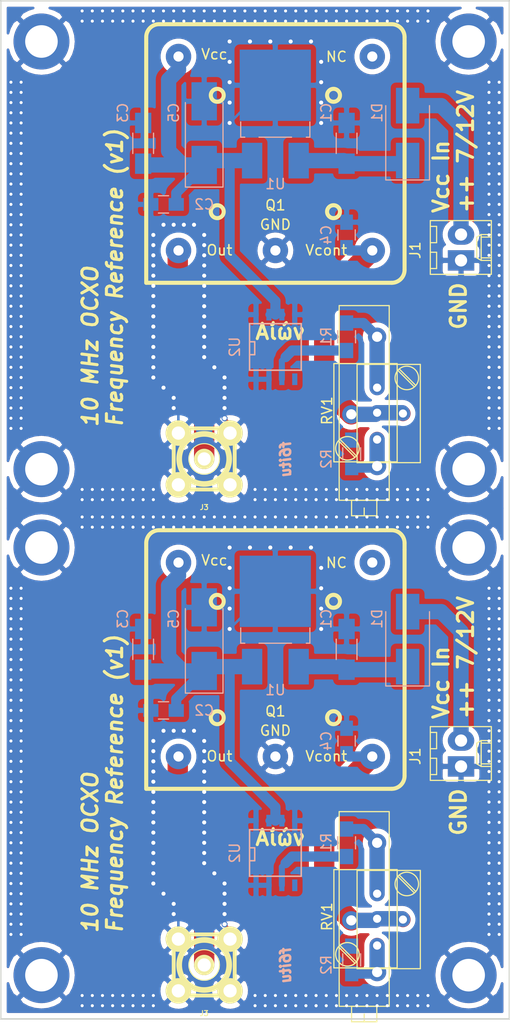
<source format=kicad_pcb>
(kicad_pcb (version 20171130) (host pcbnew "(5.1.5)-3")
  (layers (0 F.Cu signal) (31 B.Cu signal) (34 B.Paste user) (35 F.Paste user) (36 B.SilkS user) (37 F.SilkS user) (38 B.Mask user) (39 F.Mask user) (44 Edge.Cuts user))
  (net 0 "")
  (net 1 +12V)
  (net 2 GND)
  (net 3 "Net-(C2-Pad1)")
  (net 4 "Net-(C4-Pad1)")
  (net 5 "Net-(D1-Pad2)")
  (net 6 "Net-(J3-Pad1)")
  (net 7 "Net-(R1-Pad1)")
  (net 8 "Net-(R1-Pad2)")
  (net 9 "Net-(R2-Pad1)")
  (module via:via (layer F.Cu) (at 122 94)
    (fp_text reference REF** hide)
    (fp_text value via hide)
    (pad 1 thru_hole circle (at 0 0) (size 0.6 0.6) (drill 0.3) (layers *.Cu) (net 2 GND))
  )
  (module via:via (layer F.Cu) (at 121 94)
    (fp_text reference REF** hide)
    (fp_text value via hide)
    (pad 1 thru_hole circle (at 0 0) (size 0.6 0.6) (drill 0.3) (layers *.Cu) (net 2 GND))
  )
  (module via:via (layer F.Cu) (at 120 94)
    (fp_text reference REF** hide)
    (fp_text value via hide)
    (pad 1 thru_hole circle (at 0 0) (size 0.6 0.6) (drill 0.3) (layers *.Cu) (net 2 GND))
  )
  (module via:via (layer F.Cu) (at 119 94)
    (fp_text reference REF** hide)
    (fp_text value via hide)
    (pad 1 thru_hole circle (at 0 0) (size 0.6 0.6) (drill 0.3) (layers *.Cu) (net 2 GND))
  )
  (module via:via (layer F.Cu) (at 118 94)
    (fp_text reference REF** hide)
    (fp_text value via hide)
    (pad 1 thru_hole circle (at 0 0) (size 0.6 0.6) (drill 0.3) (layers *.Cu) (net 2 GND))
  )
  (module via:via (layer F.Cu) (at 117 94)
    (fp_text reference REF** hide)
    (fp_text value via hide)
    (pad 1 thru_hole circle (at 0 0) (size 0.6 0.6) (drill 0.3) (layers *.Cu) (net 2 GND))
  )
  (module via:via (layer F.Cu) (at 116 94)
    (fp_text reference REF** hide)
    (fp_text value via hide)
    (pad 1 thru_hole circle (at 0 0) (size 0.6 0.6) (drill 0.3) (layers *.Cu) (net 2 GND))
  )
  (module via:via (layer F.Cu) (at 115 94)
    (fp_text reference REF** hide)
    (fp_text value via hide)
    (pad 1 thru_hole circle (at 0 0) (size 0.6 0.6) (drill 0.3) (layers *.Cu) (net 2 GND))
  )
  (module via:via (layer F.Cu) (at 114 94)
    (fp_text reference REF** hide)
    (fp_text value via hide)
    (pad 1 thru_hole circle (at 0 0) (size 0.6 0.6) (drill 0.3) (layers *.Cu) (net 2 GND))
  )
  (module via:via (layer F.Cu) (at 113 94)
    (fp_text reference REF** hide)
    (fp_text value via hide)
    (pad 1 thru_hole circle (at 0 0) (size 0.6 0.6) (drill 0.3) (layers *.Cu) (net 2 GND))
  )
  (module via:via (layer F.Cu) (at 112 94)
    (fp_text reference REF** hide)
    (fp_text value via hide)
    (pad 1 thru_hole circle (at 0 0) (size 0.6 0.6) (drill 0.3) (layers *.Cu) (net 2 GND))
  )
  (module via:via (layer F.Cu) (at 111 94)
    (fp_text reference REF** hide)
    (fp_text value via hide)
    (pad 1 thru_hole circle (at 0 0) (size 0.6 0.6) (drill 0.3) (layers *.Cu) (net 2 GND))
  )
  (module via:via (layer F.Cu) (at 122 93)
    (fp_text reference REF** hide)
    (fp_text value via hide)
    (pad 1 thru_hole circle (at 0 0) (size 0.6 0.6) (drill 0.3) (layers *.Cu) (net 2 GND))
  )
  (module via:via (layer F.Cu) (at 121 93)
    (fp_text reference REF** hide)
    (fp_text value via hide)
    (pad 1 thru_hole circle (at 0 0) (size 0.6 0.6) (drill 0.3) (layers *.Cu) (net 2 GND))
  )
  (module via:via (layer F.Cu) (at 120 93)
    (fp_text reference REF** hide)
    (fp_text value via hide)
    (pad 1 thru_hole circle (at 0 0) (size 0.6 0.6) (drill 0.3) (layers *.Cu) (net 2 GND))
  )
  (module via:via (layer F.Cu) (at 119 93)
    (fp_text reference REF** hide)
    (fp_text value via hide)
    (pad 1 thru_hole circle (at 0 0) (size 0.6 0.6) (drill 0.3) (layers *.Cu) (net 2 GND))
  )
  (module via:via (layer F.Cu) (at 118 93)
    (fp_text reference REF** hide)
    (fp_text value via hide)
    (pad 1 thru_hole circle (at 0 0) (size 0.6 0.6) (drill 0.3) (layers *.Cu) (net 2 GND))
  )
  (module via:via (layer F.Cu) (at 117 93)
    (fp_text reference REF** hide)
    (fp_text value via hide)
    (pad 1 thru_hole circle (at 0 0) (size 0.6 0.6) (drill 0.3) (layers *.Cu) (net 2 GND))
  )
  (module via:via (layer F.Cu) (at 116 93)
    (fp_text reference REF** hide)
    (fp_text value via hide)
    (pad 1 thru_hole circle (at 0 0) (size 0.6 0.6) (drill 0.3) (layers *.Cu) (net 2 GND))
  )
  (module via:via (layer F.Cu) (at 115 93)
    (fp_text reference REF** hide)
    (fp_text value via hide)
    (pad 1 thru_hole circle (at 0 0) (size 0.6 0.6) (drill 0.3) (layers *.Cu) (net 2 GND))
  )
  (module via:via (layer F.Cu) (at 114 93)
    (fp_text reference REF** hide)
    (fp_text value via hide)
    (pad 1 thru_hole circle (at 0 0) (size 0.6 0.6) (drill 0.3) (layers *.Cu) (net 2 GND))
  )
  (module via:via (layer F.Cu) (at 113 93)
    (fp_text reference REF** hide)
    (fp_text value via hide)
    (pad 1 thru_hole circle (at 0 0) (size 0.6 0.6) (drill 0.3) (layers *.Cu) (net 2 GND))
  )
  (module via:via (layer F.Cu) (at 112 93)
    (fp_text reference REF** hide)
    (fp_text value via hide)
    (pad 1 thru_hole circle (at 0 0) (size 0.6 0.6) (drill 0.3) (layers *.Cu) (net 2 GND))
  )
  (module MountingHole:MountingHole_3.2mm_M3_ISO14580_Pad (layer F.Cu) (at 126 91)
    (fp_text reference J5 hide)
    (fp_text value Conn_01x01 hide)
    (pad 1 thru_hole circle (at 0 0) (size 5.5 5.5) (drill 3.2) (layers *.Cu *.Mask) (net 2 GND))
  )
  (module MountingHole:MountingHole_3.2mm_M3_ISO14580_Pad (layer F.Cu) (at 84 49)
    (fp_text reference J2 hide)
    (fp_text value Conn_01x01 hide)
    (pad 1 thru_hole circle (at 0 0) (size 5.5 5.5) (drill 3.2) (layers *.Cu *.Mask) (net 2 GND))
  )
  (module via:via (layer F.Cu) (at 129 87)
    (fp_text reference REF** hide)
    (fp_text value via hide)
    (pad 1 thru_hole circle (at 0 0) (size 0.6 0.6) (drill 0.3) (layers *.Cu) (net 2 GND))
  )
  (module via:via (layer F.Cu) (at 128 87)
    (fp_text reference REF** hide)
    (fp_text value via hide)
    (pad 1 thru_hole circle (at 0 0) (size 0.6 0.6) (drill 0.3) (layers *.Cu) (net 2 GND))
  )
  (module via:via (layer F.Cu) (at 129 86)
    (fp_text reference REF** hide)
    (fp_text value via hide)
    (pad 1 thru_hole circle (at 0 0) (size 0.6 0.6) (drill 0.3) (layers *.Cu) (net 2 GND))
  )
  (module via:via (layer F.Cu) (at 128 86)
    (fp_text reference REF** hide)
    (fp_text value via hide)
    (pad 1 thru_hole circle (at 0 0) (size 0.6 0.6) (drill 0.3) (layers *.Cu) (net 2 GND))
  )
  (module via:via (layer F.Cu) (at 129 85)
    (fp_text reference REF** hide)
    (fp_text value via hide)
    (pad 1 thru_hole circle (at 0 0) (size 0.6 0.6) (drill 0.3) (layers *.Cu) (net 2 GND))
  )
  (module via:via (layer F.Cu) (at 128 85)
    (fp_text reference REF** hide)
    (fp_text value via hide)
    (pad 1 thru_hole circle (at 0 0) (size 0.6 0.6) (drill 0.3) (layers *.Cu) (net 2 GND))
  )
  (module via:via (layer F.Cu) (at 129 84)
    (fp_text reference REF** hide)
    (fp_text value via hide)
    (pad 1 thru_hole circle (at 0 0) (size 0.6 0.6) (drill 0.3) (layers *.Cu) (net 2 GND))
  )
  (module via:via (layer F.Cu) (at 128 84)
    (fp_text reference REF** hide)
    (fp_text value via hide)
    (pad 1 thru_hole circle (at 0 0) (size 0.6 0.6) (drill 0.3) (layers *.Cu) (net 2 GND))
  )
  (module via:via (layer F.Cu) (at 129 83)
    (fp_text reference REF** hide)
    (fp_text value via hide)
    (pad 1 thru_hole circle (at 0 0) (size 0.6 0.6) (drill 0.3) (layers *.Cu) (net 2 GND))
  )
  (module via:via (layer F.Cu) (at 128 83)
    (fp_text reference REF** hide)
    (fp_text value via hide)
    (pad 1 thru_hole circle (at 0 0) (size 0.6 0.6) (drill 0.3) (layers *.Cu) (net 2 GND))
  )
  (module via:via (layer F.Cu) (at 129 82)
    (fp_text reference REF** hide)
    (fp_text value via hide)
    (pad 1 thru_hole circle (at 0 0) (size 0.6 0.6) (drill 0.3) (layers *.Cu) (net 2 GND))
  )
  (module via:via (layer F.Cu) (at 128 82)
    (fp_text reference REF** hide)
    (fp_text value via hide)
    (pad 1 thru_hole circle (at 0 0) (size 0.6 0.6) (drill 0.3) (layers *.Cu) (net 2 GND))
  )
  (module via:via (layer F.Cu) (at 129 81)
    (fp_text reference REF** hide)
    (fp_text value via hide)
    (pad 1 thru_hole circle (at 0 0) (size 0.6 0.6) (drill 0.3) (layers *.Cu) (net 2 GND))
  )
  (module via:via (layer F.Cu) (at 128 81)
    (fp_text reference REF** hide)
    (fp_text value via hide)
    (pad 1 thru_hole circle (at 0 0) (size 0.6 0.6) (drill 0.3) (layers *.Cu) (net 2 GND))
  )
  (module via:via (layer F.Cu) (at 129 80)
    (fp_text reference REF** hide)
    (fp_text value via hide)
    (pad 1 thru_hole circle (at 0 0) (size 0.6 0.6) (drill 0.3) (layers *.Cu) (net 2 GND))
  )
  (module via:via (layer F.Cu) (at 128 80)
    (fp_text reference REF** hide)
    (fp_text value via hide)
    (pad 1 thru_hole circle (at 0 0) (size 0.6 0.6) (drill 0.3) (layers *.Cu) (net 2 GND))
  )
  (module via:via (layer F.Cu) (at 129 79)
    (fp_text reference REF** hide)
    (fp_text value via hide)
    (pad 1 thru_hole circle (at 0 0) (size 0.6 0.6) (drill 0.3) (layers *.Cu) (net 2 GND))
  )
  (module via:via (layer F.Cu) (at 128 79)
    (fp_text reference REF** hide)
    (fp_text value via hide)
    (pad 1 thru_hole circle (at 0 0) (size 0.6 0.6) (drill 0.3) (layers *.Cu) (net 2 GND))
  )
  (module via:via (layer F.Cu) (at 129 78)
    (fp_text reference REF** hide)
    (fp_text value via hide)
    (pad 1 thru_hole circle (at 0 0) (size 0.6 0.6) (drill 0.3) (layers *.Cu) (net 2 GND))
  )
  (module via:via (layer F.Cu) (at 128 78)
    (fp_text reference REF** hide)
    (fp_text value via hide)
    (pad 1 thru_hole circle (at 0 0) (size 0.6 0.6) (drill 0.3) (layers *.Cu) (net 2 GND))
  )
  (module via:via (layer F.Cu) (at 129 77)
    (fp_text reference REF** hide)
    (fp_text value via hide)
    (pad 1 thru_hole circle (at 0 0) (size 0.6 0.6) (drill 0.3) (layers *.Cu) (net 2 GND))
  )
  (module via:via (layer F.Cu) (at 128 77)
    (fp_text reference REF** hide)
    (fp_text value via hide)
    (pad 1 thru_hole circle (at 0 0) (size 0.6 0.6) (drill 0.3) (layers *.Cu) (net 2 GND))
  )
  (module via:via (layer F.Cu) (at 129 76)
    (fp_text reference REF** hide)
    (fp_text value via hide)
    (pad 1 thru_hole circle (at 0 0) (size 0.6 0.6) (drill 0.3) (layers *.Cu) (net 2 GND))
  )
  (module via:via (layer F.Cu) (at 128 76)
    (fp_text reference REF** hide)
    (fp_text value via hide)
    (pad 1 thru_hole circle (at 0 0) (size 0.6 0.6) (drill 0.3) (layers *.Cu) (net 2 GND))
  )
  (module via:via (layer F.Cu) (at 129 75)
    (fp_text reference REF** hide)
    (fp_text value via hide)
    (pad 1 thru_hole circle (at 0 0) (size 0.6 0.6) (drill 0.3) (layers *.Cu) (net 2 GND))
  )
  (module via:via (layer F.Cu) (at 128 75)
    (fp_text reference REF** hide)
    (fp_text value via hide)
    (pad 1 thru_hole circle (at 0 0) (size 0.6 0.6) (drill 0.3) (layers *.Cu) (net 2 GND))
  )
  (module via:via (layer F.Cu) (at 129 74)
    (fp_text reference REF** hide)
    (fp_text value via hide)
    (pad 1 thru_hole circle (at 0 0) (size 0.6 0.6) (drill 0.3) (layers *.Cu) (net 2 GND))
  )
  (module via:via (layer F.Cu) (at 128 74)
    (fp_text reference REF** hide)
    (fp_text value via hide)
    (pad 1 thru_hole circle (at 0 0) (size 0.6 0.6) (drill 0.3) (layers *.Cu) (net 2 GND))
  )
  (module via:via (layer F.Cu) (at 129 73)
    (fp_text reference REF** hide)
    (fp_text value via hide)
    (pad 1 thru_hole circle (at 0 0) (size 0.6 0.6) (drill 0.3) (layers *.Cu) (net 2 GND))
  )
  (module via:via (layer F.Cu) (at 128 73)
    (fp_text reference REF** hide)
    (fp_text value via hide)
    (pad 1 thru_hole circle (at 0 0) (size 0.6 0.6) (drill 0.3) (layers *.Cu) (net 2 GND))
  )
  (module via:via (layer F.Cu) (at 129 72)
    (fp_text reference REF** hide)
    (fp_text value via hide)
    (pad 1 thru_hole circle (at 0 0) (size 0.6 0.6) (drill 0.3) (layers *.Cu) (net 2 GND))
  )
  (module via:via (layer F.Cu) (at 128 72)
    (fp_text reference REF** hide)
    (fp_text value via hide)
    (pad 1 thru_hole circle (at 0 0) (size 0.6 0.6) (drill 0.3) (layers *.Cu) (net 2 GND))
  )
  (module via:via (layer F.Cu) (at 129 71)
    (fp_text reference REF** hide)
    (fp_text value via hide)
    (pad 1 thru_hole circle (at 0 0) (size 0.6 0.6) (drill 0.3) (layers *.Cu) (net 2 GND))
  )
  (module via:via (layer F.Cu) (at 128 71)
    (fp_text reference REF** hide)
    (fp_text value via hide)
    (pad 1 thru_hole circle (at 0 0) (size 0.6 0.6) (drill 0.3) (layers *.Cu) (net 2 GND))
  )
  (module via:via (layer F.Cu) (at 129 70)
    (fp_text reference REF** hide)
    (fp_text value via hide)
    (pad 1 thru_hole circle (at 0 0) (size 0.6 0.6) (drill 0.3) (layers *.Cu) (net 2 GND))
  )
  (module via:via (layer F.Cu) (at 128 70)
    (fp_text reference REF** hide)
    (fp_text value via hide)
    (pad 1 thru_hole circle (at 0 0) (size 0.6 0.6) (drill 0.3) (layers *.Cu) (net 2 GND))
  )
  (module via:via (layer F.Cu) (at 129 69)
    (fp_text reference REF** hide)
    (fp_text value via hide)
    (pad 1 thru_hole circle (at 0 0) (size 0.6 0.6) (drill 0.3) (layers *.Cu) (net 2 GND))
  )
  (module via:via (layer F.Cu) (at 128 69)
    (fp_text reference REF** hide)
    (fp_text value via hide)
    (pad 1 thru_hole circle (at 0 0) (size 0.6 0.6) (drill 0.3) (layers *.Cu) (net 2 GND))
  )
  (module via:via (layer F.Cu) (at 129 68)
    (fp_text reference REF** hide)
    (fp_text value via hide)
    (pad 1 thru_hole circle (at 0 0) (size 0.6 0.6) (drill 0.3) (layers *.Cu) (net 2 GND))
  )
  (module via:via (layer F.Cu) (at 128 68)
    (fp_text reference REF** hide)
    (fp_text value via hide)
    (pad 1 thru_hole circle (at 0 0) (size 0.6 0.6) (drill 0.3) (layers *.Cu) (net 2 GND))
  )
  (module via:via (layer F.Cu) (at 129 67)
    (fp_text reference REF** hide)
    (fp_text value via hide)
    (pad 1 thru_hole circle (at 0 0) (size 0.6 0.6) (drill 0.3) (layers *.Cu) (net 2 GND))
  )
  (module via:via (layer F.Cu) (at 128 67)
    (fp_text reference REF** hide)
    (fp_text value via hide)
    (pad 1 thru_hole circle (at 0 0) (size 0.6 0.6) (drill 0.3) (layers *.Cu) (net 2 GND))
  )
  (module via:via (layer F.Cu) (at 129 66)
    (fp_text reference REF** hide)
    (fp_text value via hide)
    (pad 1 thru_hole circle (at 0 0) (size 0.6 0.6) (drill 0.3) (layers *.Cu) (net 2 GND))
  )
  (module via:via (layer F.Cu) (at 128 66)
    (fp_text reference REF** hide)
    (fp_text value via hide)
    (pad 1 thru_hole circle (at 0 0) (size 0.6 0.6) (drill 0.3) (layers *.Cu) (net 2 GND))
  )
  (module via:via (layer F.Cu) (at 129 65)
    (fp_text reference REF** hide)
    (fp_text value via hide)
    (pad 1 thru_hole circle (at 0 0) (size 0.6 0.6) (drill 0.3) (layers *.Cu) (net 2 GND))
  )
  (module via:via (layer F.Cu) (at 128 65)
    (fp_text reference REF** hide)
    (fp_text value via hide)
    (pad 1 thru_hole circle (at 0 0) (size 0.6 0.6) (drill 0.3) (layers *.Cu) (net 2 GND))
  )
  (module via:via (layer F.Cu) (at 129 64)
    (fp_text reference REF** hide)
    (fp_text value via hide)
    (pad 1 thru_hole circle (at 0 0) (size 0.6 0.6) (drill 0.3) (layers *.Cu) (net 2 GND))
  )
  (module via:via (layer F.Cu) (at 128 64)
    (fp_text reference REF** hide)
    (fp_text value via hide)
    (pad 1 thru_hole circle (at 0 0) (size 0.6 0.6) (drill 0.3) (layers *.Cu) (net 2 GND))
  )
  (module via:via (layer F.Cu) (at 129 63)
    (fp_text reference REF** hide)
    (fp_text value via hide)
    (pad 1 thru_hole circle (at 0 0) (size 0.6 0.6) (drill 0.3) (layers *.Cu) (net 2 GND))
  )
  (module via:via (layer F.Cu) (at 128 63)
    (fp_text reference REF** hide)
    (fp_text value via hide)
    (pad 1 thru_hole circle (at 0 0) (size 0.6 0.6) (drill 0.3) (layers *.Cu) (net 2 GND))
  )
  (module via:via (layer F.Cu) (at 129 62)
    (fp_text reference REF** hide)
    (fp_text value via hide)
    (pad 1 thru_hole circle (at 0 0) (size 0.6 0.6) (drill 0.3) (layers *.Cu) (net 2 GND))
  )
  (module via:via (layer F.Cu) (at 128 62)
    (fp_text reference REF** hide)
    (fp_text value via hide)
    (pad 1 thru_hole circle (at 0 0) (size 0.6 0.6) (drill 0.3) (layers *.Cu) (net 2 GND))
  )
  (module via:via (layer F.Cu) (at 129 61)
    (fp_text reference REF** hide)
    (fp_text value via hide)
    (pad 1 thru_hole circle (at 0 0) (size 0.6 0.6) (drill 0.3) (layers *.Cu) (net 2 GND))
  )
  (module via:via (layer F.Cu) (at 128 61)
    (fp_text reference REF** hide)
    (fp_text value via hide)
    (pad 1 thru_hole circle (at 0 0) (size 0.6 0.6) (drill 0.3) (layers *.Cu) (net 2 GND))
  )
  (module via:via (layer F.Cu) (at 129 60)
    (fp_text reference REF** hide)
    (fp_text value via hide)
    (pad 1 thru_hole circle (at 0 0) (size 0.6 0.6) (drill 0.3) (layers *.Cu) (net 2 GND))
  )
  (module via:via (layer F.Cu) (at 128 60)
    (fp_text reference REF** hide)
    (fp_text value via hide)
    (pad 1 thru_hole circle (at 0 0) (size 0.6 0.6) (drill 0.3) (layers *.Cu) (net 2 GND))
  )
  (module via:via (layer F.Cu) (at 129 59)
    (fp_text reference REF** hide)
    (fp_text value via hide)
    (pad 1 thru_hole circle (at 0 0) (size 0.6 0.6) (drill 0.3) (layers *.Cu) (net 2 GND))
  )
  (module via:via (layer F.Cu) (at 128 59)
    (fp_text reference REF** hide)
    (fp_text value via hide)
    (pad 1 thru_hole circle (at 0 0) (size 0.6 0.6) (drill 0.3) (layers *.Cu) (net 2 GND))
  )
  (module via:via (layer F.Cu) (at 129 58)
    (fp_text reference REF** hide)
    (fp_text value via hide)
    (pad 1 thru_hole circle (at 0 0) (size 0.6 0.6) (drill 0.3) (layers *.Cu) (net 2 GND))
  )
  (module via:via (layer F.Cu) (at 128 58)
    (fp_text reference REF** hide)
    (fp_text value via hide)
    (pad 1 thru_hole circle (at 0 0) (size 0.6 0.6) (drill 0.3) (layers *.Cu) (net 2 GND))
  )
  (module via:via (layer F.Cu) (at 129 57)
    (fp_text reference REF** hide)
    (fp_text value via hide)
    (pad 1 thru_hole circle (at 0 0) (size 0.6 0.6) (drill 0.3) (layers *.Cu) (net 2 GND))
  )
  (module via:via (layer F.Cu) (at 128 57)
    (fp_text reference REF** hide)
    (fp_text value via hide)
    (pad 1 thru_hole circle (at 0 0) (size 0.6 0.6) (drill 0.3) (layers *.Cu) (net 2 GND))
  )
  (module via:via (layer F.Cu) (at 129 56)
    (fp_text reference REF** hide)
    (fp_text value via hide)
    (pad 1 thru_hole circle (at 0 0) (size 0.6 0.6) (drill 0.3) (layers *.Cu) (net 2 GND))
  )
  (module via:via (layer F.Cu) (at 128 56)
    (fp_text reference REF** hide)
    (fp_text value via hide)
    (pad 1 thru_hole circle (at 0 0) (size 0.6 0.6) (drill 0.3) (layers *.Cu) (net 2 GND))
  )
  (module via:via (layer F.Cu) (at 129 55)
    (fp_text reference REF** hide)
    (fp_text value via hide)
    (pad 1 thru_hole circle (at 0 0) (size 0.6 0.6) (drill 0.3) (layers *.Cu) (net 2 GND))
  )
  (module via:via (layer F.Cu) (at 128 55)
    (fp_text reference REF** hide)
    (fp_text value via hide)
    (pad 1 thru_hole circle (at 0 0) (size 0.6 0.6) (drill 0.3) (layers *.Cu) (net 2 GND))
  )
  (module via:via (layer F.Cu) (at 129 54)
    (fp_text reference REF** hide)
    (fp_text value via hide)
    (pad 1 thru_hole circle (at 0 0) (size 0.6 0.6) (drill 0.3) (layers *.Cu) (net 2 GND))
  )
  (module via:via (layer F.Cu) (at 128 54)
    (fp_text reference REF** hide)
    (fp_text value via hide)
    (pad 1 thru_hole circle (at 0 0) (size 0.6 0.6) (drill 0.3) (layers *.Cu) (net 2 GND))
  )
  (module via:via (layer F.Cu) (at 129 53)
    (fp_text reference REF** hide)
    (fp_text value via hide)
    (pad 1 thru_hole circle (at 0 0) (size 0.6 0.6) (drill 0.3) (layers *.Cu) (net 2 GND))
  )
  (module via:via (layer F.Cu) (at 128 53)
    (fp_text reference REF** hide)
    (fp_text value via hide)
    (pad 1 thru_hole circle (at 0 0) (size 0.6 0.6) (drill 0.3) (layers *.Cu) (net 2 GND))
  )
  (module via:via (layer F.Cu) (at 122 47)
    (fp_text reference REF** hide)
    (fp_text value via hide)
    (pad 1 thru_hole circle (at 0 0) (size 0.6 0.6) (drill 0.3) (layers *.Cu) (net 2 GND))
  )
  (module via:via (layer F.Cu) (at 121 47)
    (fp_text reference REF** hide)
    (fp_text value via hide)
    (pad 1 thru_hole circle (at 0 0) (size 0.6 0.6) (drill 0.3) (layers *.Cu) (net 2 GND))
  )
  (module via:via (layer F.Cu) (at 120 47)
    (fp_text reference REF** hide)
    (fp_text value via hide)
    (pad 1 thru_hole circle (at 0 0) (size 0.6 0.6) (drill 0.3) (layers *.Cu) (net 2 GND))
  )
  (module via:via (layer F.Cu) (at 119 47)
    (fp_text reference REF** hide)
    (fp_text value via hide)
    (pad 1 thru_hole circle (at 0 0) (size 0.6 0.6) (drill 0.3) (layers *.Cu) (net 2 GND))
  )
  (module via:via (layer F.Cu) (at 118 47)
    (fp_text reference REF** hide)
    (fp_text value via hide)
    (pad 1 thru_hole circle (at 0 0) (size 0.6 0.6) (drill 0.3) (layers *.Cu) (net 2 GND))
  )
  (module via:via (layer F.Cu) (at 117 47)
    (fp_text reference REF** hide)
    (fp_text value via hide)
    (pad 1 thru_hole circle (at 0 0) (size 0.6 0.6) (drill 0.3) (layers *.Cu) (net 2 GND))
  )
  (module via:via (layer F.Cu) (at 116 47)
    (fp_text reference REF** hide)
    (fp_text value via hide)
    (pad 1 thru_hole circle (at 0 0) (size 0.6 0.6) (drill 0.3) (layers *.Cu) (net 2 GND))
  )
  (module via:via (layer F.Cu) (at 115 47)
    (fp_text reference REF** hide)
    (fp_text value via hide)
    (pad 1 thru_hole circle (at 0 0) (size 0.6 0.6) (drill 0.3) (layers *.Cu) (net 2 GND))
  )
  (module via:via (layer F.Cu) (at 114 47)
    (fp_text reference REF** hide)
    (fp_text value via hide)
    (pad 1 thru_hole circle (at 0 0) (size 0.6 0.6) (drill 0.3) (layers *.Cu) (net 2 GND))
  )
  (module via:via (layer F.Cu) (at 113 47)
    (fp_text reference REF** hide)
    (fp_text value via hide)
    (pad 1 thru_hole circle (at 0 0) (size 0.6 0.6) (drill 0.3) (layers *.Cu) (net 2 GND))
  )
  (module via:via (layer F.Cu) (at 112 47)
    (fp_text reference REF** hide)
    (fp_text value via hide)
    (pad 1 thru_hole circle (at 0 0) (size 0.6 0.6) (drill 0.3) (layers *.Cu) (net 2 GND))
  )
  (module via:via (layer F.Cu) (at 111 47)
    (fp_text reference REF** hide)
    (fp_text value via hide)
    (pad 1 thru_hole circle (at 0 0) (size 0.6 0.6) (drill 0.3) (layers *.Cu) (net 2 GND))
  )
  (module via:via (layer F.Cu) (at 110 47)
    (fp_text reference REF** hide)
    (fp_text value via hide)
    (pad 1 thru_hole circle (at 0 0) (size 0.6 0.6) (drill 0.3) (layers *.Cu) (net 2 GND))
  )
  (module via:via (layer F.Cu) (at 109 47)
    (fp_text reference REF** hide)
    (fp_text value via hide)
    (pad 1 thru_hole circle (at 0 0) (size 0.6 0.6) (drill 0.3) (layers *.Cu) (net 2 GND))
  )
  (module via:via (layer F.Cu) (at 108 47)
    (fp_text reference REF** hide)
    (fp_text value via hide)
    (pad 1 thru_hole circle (at 0 0) (size 0.6 0.6) (drill 0.3) (layers *.Cu) (net 2 GND))
  )
  (module via:via (layer F.Cu) (at 107 47)
    (fp_text reference REF** hide)
    (fp_text value via hide)
    (pad 1 thru_hole circle (at 0 0) (size 0.6 0.6) (drill 0.3) (layers *.Cu) (net 2 GND))
  )
  (module via:via (layer F.Cu) (at 106 47)
    (fp_text reference REF** hide)
    (fp_text value via hide)
    (pad 1 thru_hole circle (at 0 0) (size 0.6 0.6) (drill 0.3) (layers *.Cu) (net 2 GND))
  )
  (module via:via (layer F.Cu) (at 105 47)
    (fp_text reference REF** hide)
    (fp_text value via hide)
    (pad 1 thru_hole circle (at 0 0) (size 0.6 0.6) (drill 0.3) (layers *.Cu) (net 2 GND))
  )
  (module via:via (layer F.Cu) (at 104 47)
    (fp_text reference REF** hide)
    (fp_text value via hide)
    (pad 1 thru_hole circle (at 0 0) (size 0.6 0.6) (drill 0.3) (layers *.Cu) (net 2 GND))
  )
  (module via:via (layer F.Cu) (at 103 47)
    (fp_text reference REF** hide)
    (fp_text value via hide)
    (pad 1 thru_hole circle (at 0 0) (size 0.6 0.6) (drill 0.3) (layers *.Cu) (net 2 GND))
  )
  (module via:via (layer F.Cu) (at 102 47)
    (fp_text reference REF** hide)
    (fp_text value via hide)
    (pad 1 thru_hole circle (at 0 0) (size 0.6 0.6) (drill 0.3) (layers *.Cu) (net 2 GND))
  )
  (module via:via (layer F.Cu) (at 101 47)
    (fp_text reference REF** hide)
    (fp_text value via hide)
    (pad 1 thru_hole circle (at 0 0) (size 0.6 0.6) (drill 0.3) (layers *.Cu) (net 2 GND))
  )
  (module via:via (layer F.Cu) (at 100 47)
    (fp_text reference REF** hide)
    (fp_text value via hide)
    (pad 1 thru_hole circle (at 0 0) (size 0.6 0.6) (drill 0.3) (layers *.Cu) (net 2 GND))
  )
  (module via:via (layer F.Cu) (at 99 47)
    (fp_text reference REF** hide)
    (fp_text value via hide)
    (pad 1 thru_hole circle (at 0 0) (size 0.6 0.6) (drill 0.3) (layers *.Cu) (net 2 GND))
  )
  (module via:via (layer F.Cu) (at 98 47)
    (fp_text reference REF** hide)
    (fp_text value via hide)
    (pad 1 thru_hole circle (at 0 0) (size 0.6 0.6) (drill 0.3) (layers *.Cu) (net 2 GND))
  )
  (module via:via (layer F.Cu) (at 97 47)
    (fp_text reference REF** hide)
    (fp_text value via hide)
    (pad 1 thru_hole circle (at 0 0) (size 0.6 0.6) (drill 0.3) (layers *.Cu) (net 2 GND))
  )
  (module via:via (layer F.Cu) (at 96 47)
    (fp_text reference REF** hide)
    (fp_text value via hide)
    (pad 1 thru_hole circle (at 0 0) (size 0.6 0.6) (drill 0.3) (layers *.Cu) (net 2 GND))
  )
  (module via:via (layer F.Cu) (at 95 47)
    (fp_text reference REF** hide)
    (fp_text value via hide)
    (pad 1 thru_hole circle (at 0 0) (size 0.6 0.6) (drill 0.3) (layers *.Cu) (net 2 GND))
  )
  (module via:via (layer F.Cu) (at 94 47)
    (fp_text reference REF** hide)
    (fp_text value via hide)
    (pad 1 thru_hole circle (at 0 0) (size 0.6 0.6) (drill 0.3) (layers *.Cu) (net 2 GND))
  )
  (module via:via (layer F.Cu) (at 93 47)
    (fp_text reference REF** hide)
    (fp_text value via hide)
    (pad 1 thru_hole circle (at 0 0) (size 0.6 0.6) (drill 0.3) (layers *.Cu) (net 2 GND))
  )
  (module via:via (layer F.Cu) (at 92 47)
    (fp_text reference REF** hide)
    (fp_text value via hide)
    (pad 1 thru_hole circle (at 0 0) (size 0.6 0.6) (drill 0.3) (layers *.Cu) (net 2 GND))
  )
  (module via:via (layer F.Cu) (at 91 47)
    (fp_text reference REF** hide)
    (fp_text value via hide)
    (pad 1 thru_hole circle (at 0 0) (size 0.6 0.6) (drill 0.3) (layers *.Cu) (net 2 GND))
  )
  (module via:via (layer F.Cu) (at 90 47)
    (fp_text reference REF** hide)
    (fp_text value via hide)
    (pad 1 thru_hole circle (at 0 0) (size 0.6 0.6) (drill 0.3) (layers *.Cu) (net 2 GND))
  )
  (module via:via (layer F.Cu) (at 89 47)
    (fp_text reference REF** hide)
    (fp_text value via hide)
    (pad 1 thru_hole circle (at 0 0) (size 0.6 0.6) (drill 0.3) (layers *.Cu) (net 2 GND))
  )
  (module via:via (layer F.Cu) (at 88 47)
    (fp_text reference REF** hide)
    (fp_text value via hide)
    (pad 1 thru_hole circle (at 0 0) (size 0.6 0.6) (drill 0.3) (layers *.Cu) (net 2 GND))
  )
  (module via:via (layer F.Cu) (at 122 46)
    (fp_text reference REF** hide)
    (fp_text value via hide)
    (pad 1 thru_hole circle (at 0 0) (size 0.6 0.6) (drill 0.3) (layers *.Cu) (net 2 GND))
  )
  (module via:via (layer F.Cu) (at 121 46)
    (fp_text reference REF** hide)
    (fp_text value via hide)
    (pad 1 thru_hole circle (at 0 0) (size 0.6 0.6) (drill 0.3) (layers *.Cu) (net 2 GND))
  )
  (module via:via (layer F.Cu) (at 120 46)
    (fp_text reference REF** hide)
    (fp_text value via hide)
    (pad 1 thru_hole circle (at 0 0) (size 0.6 0.6) (drill 0.3) (layers *.Cu) (net 2 GND))
  )
  (module via:via (layer F.Cu) (at 119 46)
    (fp_text reference REF** hide)
    (fp_text value via hide)
    (pad 1 thru_hole circle (at 0 0) (size 0.6 0.6) (drill 0.3) (layers *.Cu) (net 2 GND))
  )
  (module via:via (layer F.Cu) (at 118 46)
    (fp_text reference REF** hide)
    (fp_text value via hide)
    (pad 1 thru_hole circle (at 0 0) (size 0.6 0.6) (drill 0.3) (layers *.Cu) (net 2 GND))
  )
  (module via:via (layer F.Cu) (at 117 46)
    (fp_text reference REF** hide)
    (fp_text value via hide)
    (pad 1 thru_hole circle (at 0 0) (size 0.6 0.6) (drill 0.3) (layers *.Cu) (net 2 GND))
  )
  (module via:via (layer F.Cu) (at 116 46)
    (fp_text reference REF** hide)
    (fp_text value via hide)
    (pad 1 thru_hole circle (at 0 0) (size 0.6 0.6) (drill 0.3) (layers *.Cu) (net 2 GND))
  )
  (module via:via (layer F.Cu) (at 115 46)
    (fp_text reference REF** hide)
    (fp_text value via hide)
    (pad 1 thru_hole circle (at 0 0) (size 0.6 0.6) (drill 0.3) (layers *.Cu) (net 2 GND))
  )
  (module via:via (layer F.Cu) (at 114 46)
    (fp_text reference REF** hide)
    (fp_text value via hide)
    (pad 1 thru_hole circle (at 0 0) (size 0.6 0.6) (drill 0.3) (layers *.Cu) (net 2 GND))
  )
  (module via:via (layer F.Cu) (at 113 46)
    (fp_text reference REF** hide)
    (fp_text value via hide)
    (pad 1 thru_hole circle (at 0 0) (size 0.6 0.6) (drill 0.3) (layers *.Cu) (net 2 GND))
  )
  (module via:via (layer F.Cu) (at 112 46)
    (fp_text reference REF** hide)
    (fp_text value via hide)
    (pad 1 thru_hole circle (at 0 0) (size 0.6 0.6) (drill 0.3) (layers *.Cu) (net 2 GND))
  )
  (module via:via (layer F.Cu) (at 111 46)
    (fp_text reference REF** hide)
    (fp_text value via hide)
    (pad 1 thru_hole circle (at 0 0) (size 0.6 0.6) (drill 0.3) (layers *.Cu) (net 2 GND))
  )
  (module via:via (layer F.Cu) (at 110 46)
    (fp_text reference REF** hide)
    (fp_text value via hide)
    (pad 1 thru_hole circle (at 0 0) (size 0.6 0.6) (drill 0.3) (layers *.Cu) (net 2 GND))
  )
  (module via:via (layer F.Cu) (at 109 46)
    (fp_text reference REF** hide)
    (fp_text value via hide)
    (pad 1 thru_hole circle (at 0 0) (size 0.6 0.6) (drill 0.3) (layers *.Cu) (net 2 GND))
  )
  (module via:via (layer F.Cu) (at 108 46)
    (fp_text reference REF** hide)
    (fp_text value via hide)
    (pad 1 thru_hole circle (at 0 0) (size 0.6 0.6) (drill 0.3) (layers *.Cu) (net 2 GND))
  )
  (module via:via (layer F.Cu) (at 107 46)
    (fp_text reference REF** hide)
    (fp_text value via hide)
    (pad 1 thru_hole circle (at 0 0) (size 0.6 0.6) (drill 0.3) (layers *.Cu) (net 2 GND))
  )
  (module via:via (layer F.Cu) (at 106 46)
    (fp_text reference REF** hide)
    (fp_text value via hide)
    (pad 1 thru_hole circle (at 0 0) (size 0.6 0.6) (drill 0.3) (layers *.Cu) (net 2 GND))
  )
  (module via:via (layer F.Cu) (at 105 46)
    (fp_text reference REF** hide)
    (fp_text value via hide)
    (pad 1 thru_hole circle (at 0 0) (size 0.6 0.6) (drill 0.3) (layers *.Cu) (net 2 GND))
  )
  (module via:via (layer F.Cu) (at 104 46)
    (fp_text reference REF** hide)
    (fp_text value via hide)
    (pad 1 thru_hole circle (at 0 0) (size 0.6 0.6) (drill 0.3) (layers *.Cu) (net 2 GND))
  )
  (module via:via (layer F.Cu) (at 103 46)
    (fp_text reference REF** hide)
    (fp_text value via hide)
    (pad 1 thru_hole circle (at 0 0) (size 0.6 0.6) (drill 0.3) (layers *.Cu) (net 2 GND))
  )
  (module via:via (layer F.Cu) (at 102 46)
    (fp_text reference REF** hide)
    (fp_text value via hide)
    (pad 1 thru_hole circle (at 0 0) (size 0.6 0.6) (drill 0.3) (layers *.Cu) (net 2 GND))
  )
  (module via:via (layer F.Cu) (at 101 46)
    (fp_text reference REF** hide)
    (fp_text value via hide)
    (pad 1 thru_hole circle (at 0 0) (size 0.6 0.6) (drill 0.3) (layers *.Cu) (net 2 GND))
  )
  (module via:via (layer F.Cu) (at 100 46)
    (fp_text reference REF** hide)
    (fp_text value via hide)
    (pad 1 thru_hole circle (at 0 0) (size 0.6 0.6) (drill 0.3) (layers *.Cu) (net 2 GND))
  )
  (module via:via (layer F.Cu) (at 99 46)
    (fp_text reference REF** hide)
    (fp_text value via hide)
    (pad 1 thru_hole circle (at 0 0) (size 0.6 0.6) (drill 0.3) (layers *.Cu) (net 2 GND))
  )
  (module via:via (layer F.Cu) (at 98 46)
    (fp_text reference REF** hide)
    (fp_text value via hide)
    (pad 1 thru_hole circle (at 0 0) (size 0.6 0.6) (drill 0.3) (layers *.Cu) (net 2 GND))
  )
  (module via:via (layer F.Cu) (at 97 46)
    (fp_text reference REF** hide)
    (fp_text value via hide)
    (pad 1 thru_hole circle (at 0 0) (size 0.6 0.6) (drill 0.3) (layers *.Cu) (net 2 GND))
  )
  (module via:via (layer F.Cu) (at 96 46)
    (fp_text reference REF** hide)
    (fp_text value via hide)
    (pad 1 thru_hole circle (at 0 0) (size 0.6 0.6) (drill 0.3) (layers *.Cu) (net 2 GND))
  )
  (module via:via (layer F.Cu) (at 95 46)
    (fp_text reference REF** hide)
    (fp_text value via hide)
    (pad 1 thru_hole circle (at 0 0) (size 0.6 0.6) (drill 0.3) (layers *.Cu) (net 2 GND))
  )
  (module via:via (layer F.Cu) (at 94 46)
    (fp_text reference REF** hide)
    (fp_text value via hide)
    (pad 1 thru_hole circle (at 0 0) (size 0.6 0.6) (drill 0.3) (layers *.Cu) (net 2 GND))
  )
  (module via:via (layer F.Cu) (at 93 46)
    (fp_text reference REF** hide)
    (fp_text value via hide)
    (pad 1 thru_hole circle (at 0 0) (size 0.6 0.6) (drill 0.3) (layers *.Cu) (net 2 GND))
  )
  (module via:via (layer F.Cu) (at 92 46)
    (fp_text reference REF** hide)
    (fp_text value via hide)
    (pad 1 thru_hole circle (at 0 0) (size 0.6 0.6) (drill 0.3) (layers *.Cu) (net 2 GND))
  )
  (module via:via (layer F.Cu) (at 91 46)
    (fp_text reference REF** hide)
    (fp_text value via hide)
    (pad 1 thru_hole circle (at 0 0) (size 0.6 0.6) (drill 0.3) (layers *.Cu) (net 2 GND))
  )
  (module via:via (layer F.Cu) (at 90 46)
    (fp_text reference REF** hide)
    (fp_text value via hide)
    (pad 1 thru_hole circle (at 0 0) (size 0.6 0.6) (drill 0.3) (layers *.Cu) (net 2 GND))
  )
  (module via:via (layer F.Cu) (at 89 46)
    (fp_text reference REF** hide)
    (fp_text value via hide)
    (pad 1 thru_hole circle (at 0 0) (size 0.6 0.6) (drill 0.3) (layers *.Cu) (net 2 GND))
  )
  (module via:via (layer F.Cu) (at 88 46)
    (fp_text reference REF** hide)
    (fp_text value via hide)
    (pad 1 thru_hole circle (at 0 0) (size 0.6 0.6) (drill 0.3) (layers *.Cu) (net 2 GND))
  )
  (module via:via (layer F.Cu) (at 128 87)
    (fp_text reference REF** hide)
    (fp_text value via hide)
    (pad 1 thru_hole circle (at 0 0) (size 0.6 0.6) (drill 0.3) (layers *.Cu) (net 2 GND))
  )
  (module via:via (layer F.Cu) (at 128 86)
    (fp_text reference REF** hide)
    (fp_text value via hide)
    (pad 1 thru_hole circle (at 0 0) (size 0.6 0.6) (drill 0.3) (layers *.Cu) (net 2 GND))
  )
  (module via:via (layer F.Cu) (at 128 85)
    (fp_text reference REF** hide)
    (fp_text value via hide)
    (pad 1 thru_hole circle (at 0 0) (size 0.6 0.6) (drill 0.3) (layers *.Cu) (net 2 GND))
  )
  (module via:via (layer F.Cu) (at 128 84)
    (fp_text reference REF** hide)
    (fp_text value via hide)
    (pad 1 thru_hole circle (at 0 0) (size 0.6 0.6) (drill 0.3) (layers *.Cu) (net 2 GND))
  )
  (module via:via (layer F.Cu) (at 128 83)
    (fp_text reference REF** hide)
    (fp_text value via hide)
    (pad 1 thru_hole circle (at 0 0) (size 0.6 0.6) (drill 0.3) (layers *.Cu) (net 2 GND))
  )
  (module via:via (layer F.Cu) (at 128 82)
    (fp_text reference REF** hide)
    (fp_text value via hide)
    (pad 1 thru_hole circle (at 0 0) (size 0.6 0.6) (drill 0.3) (layers *.Cu) (net 2 GND))
  )
  (module via:via (layer F.Cu) (at 128 81)
    (fp_text reference REF** hide)
    (fp_text value via hide)
    (pad 1 thru_hole circle (at 0 0) (size 0.6 0.6) (drill 0.3) (layers *.Cu) (net 2 GND))
  )
  (module via:via (layer F.Cu) (at 128 80)
    (fp_text reference REF** hide)
    (fp_text value via hide)
    (pad 1 thru_hole circle (at 0 0) (size 0.6 0.6) (drill 0.3) (layers *.Cu) (net 2 GND))
  )
  (module via:via (layer F.Cu) (at 128 79)
    (fp_text reference REF** hide)
    (fp_text value via hide)
    (pad 1 thru_hole circle (at 0 0) (size 0.6 0.6) (drill 0.3) (layers *.Cu) (net 2 GND))
  )
  (module via:via (layer F.Cu) (at 128 78)
    (fp_text reference REF** hide)
    (fp_text value via hide)
    (pad 1 thru_hole circle (at 0 0) (size 0.6 0.6) (drill 0.3) (layers *.Cu) (net 2 GND))
  )
  (module via:via (layer F.Cu) (at 128 77)
    (fp_text reference REF** hide)
    (fp_text value via hide)
    (pad 1 thru_hole circle (at 0 0) (size 0.6 0.6) (drill 0.3) (layers *.Cu) (net 2 GND))
  )
  (module via:via (layer F.Cu) (at 128 76)
    (fp_text reference REF** hide)
    (fp_text value via hide)
    (pad 1 thru_hole circle (at 0 0) (size 0.6 0.6) (drill 0.3) (layers *.Cu) (net 2 GND))
  )
  (module via:via (layer F.Cu) (at 128 75)
    (fp_text reference REF** hide)
    (fp_text value via hide)
    (pad 1 thru_hole circle (at 0 0) (size 0.6 0.6) (drill 0.3) (layers *.Cu) (net 2 GND))
  )
  (module via:via (layer F.Cu) (at 128 74)
    (fp_text reference REF** hide)
    (fp_text value via hide)
    (pad 1 thru_hole circle (at 0 0) (size 0.6 0.6) (drill 0.3) (layers *.Cu) (net 2 GND))
  )
  (module via:via (layer F.Cu) (at 95 94)
    (fp_text reference REF** hide)
    (fp_text value via hide)
    (pad 1 thru_hole circle (at 0 0) (size 0.6 0.6) (drill 0.3) (layers *.Cu) (net 2 GND))
  )
  (module via:via (layer F.Cu) (at 94 94)
    (fp_text reference REF** hide)
    (fp_text value via hide)
    (pad 1 thru_hole circle (at 0 0) (size 0.6 0.6) (drill 0.3) (layers *.Cu) (net 2 GND))
  )
  (module via:via (layer F.Cu) (at 93 94)
    (fp_text reference REF** hide)
    (fp_text value via hide)
    (pad 1 thru_hole circle (at 0 0) (size 0.6 0.6) (drill 0.3) (layers *.Cu) (net 2 GND))
  )
  (module via:via (layer F.Cu) (at 92 94)
    (fp_text reference REF** hide)
    (fp_text value via hide)
    (pad 1 thru_hole circle (at 0 0) (size 0.6 0.6) (drill 0.3) (layers *.Cu) (net 2 GND))
  )
  (module via:via (layer F.Cu) (at 91 94)
    (fp_text reference REF** hide)
    (fp_text value via hide)
    (pad 1 thru_hole circle (at 0 0) (size 0.6 0.6) (drill 0.3) (layers *.Cu) (net 2 GND))
  )
  (module via:via (layer F.Cu) (at 90 94)
    (fp_text reference REF** hide)
    (fp_text value via hide)
    (pad 1 thru_hole circle (at 0 0) (size 0.6 0.6) (drill 0.3) (layers *.Cu) (net 2 GND))
  )
  (module via:via (layer F.Cu) (at 89 94)
    (fp_text reference REF** hide)
    (fp_text value via hide)
    (pad 1 thru_hole circle (at 0 0) (size 0.6 0.6) (drill 0.3) (layers *.Cu) (net 2 GND))
  )
  (module via:via (layer F.Cu) (at 88 94)
    (fp_text reference REF** hide)
    (fp_text value via hide)
    (pad 1 thru_hole circle (at 0 0) (size 0.6 0.6) (drill 0.3) (layers *.Cu) (net 2 GND))
  )
  (module via:via (layer F.Cu) (at 95 93)
    (fp_text reference REF** hide)
    (fp_text value via hide)
    (pad 1 thru_hole circle (at 0 0) (size 0.6 0.6) (drill 0.3) (layers *.Cu) (net 2 GND))
  )
  (module via:via (layer F.Cu) (at 94 93)
    (fp_text reference REF** hide)
    (fp_text value via hide)
    (pad 1 thru_hole circle (at 0 0) (size 0.6 0.6) (drill 0.3) (layers *.Cu) (net 2 GND))
  )
  (module via:via (layer F.Cu) (at 93 93)
    (fp_text reference REF** hide)
    (fp_text value via hide)
    (pad 1 thru_hole circle (at 0 0) (size 0.6 0.6) (drill 0.3) (layers *.Cu) (net 2 GND))
  )
  (module via:via (layer F.Cu) (at 92 93)
    (fp_text reference REF** hide)
    (fp_text value via hide)
    (pad 1 thru_hole circle (at 0 0) (size 0.6 0.6) (drill 0.3) (layers *.Cu) (net 2 GND))
  )
  (module via:via (layer F.Cu) (at 91 93)
    (fp_text reference REF** hide)
    (fp_text value via hide)
    (pad 1 thru_hole circle (at 0 0) (size 0.6 0.6) (drill 0.3) (layers *.Cu) (net 2 GND))
  )
  (module via:via (layer F.Cu) (at 90 93)
    (fp_text reference REF** hide)
    (fp_text value via hide)
    (pad 1 thru_hole circle (at 0 0) (size 0.6 0.6) (drill 0.3) (layers *.Cu) (net 2 GND))
  )
  (module via:via (layer F.Cu) (at 89 93)
    (fp_text reference REF** hide)
    (fp_text value via hide)
    (pad 1 thru_hole circle (at 0 0) (size 0.6 0.6) (drill 0.3) (layers *.Cu) (net 2 GND))
  )
  (module via:via (layer F.Cu) (at 88 93)
    (fp_text reference REF** hide)
    (fp_text value via hide)
    (pad 1 thru_hole circle (at 0 0) (size 0.6 0.6) (drill 0.3) (layers *.Cu) (net 2 GND))
  )
  (module via:via (layer F.Cu) (at 111 94)
    (fp_text reference REF** hide)
    (fp_text value via hide)
    (pad 1 thru_hole circle (at 0 0) (size 0.6 0.6) (drill 0.3) (layers *.Cu) (net 2 GND))
  )
  (module via:via (layer F.Cu) (at 110 94)
    (fp_text reference REF** hide)
    (fp_text value via hide)
    (pad 1 thru_hole circle (at 0 0) (size 0.6 0.6) (drill 0.3) (layers *.Cu) (net 2 GND))
  )
  (module via:via (layer F.Cu) (at 109 94)
    (fp_text reference REF** hide)
    (fp_text value via hide)
    (pad 1 thru_hole circle (at 0 0) (size 0.6 0.6) (drill 0.3) (layers *.Cu) (net 2 GND))
  )
  (module via:via (layer F.Cu) (at 108 94)
    (fp_text reference REF** hide)
    (fp_text value via hide)
    (pad 1 thru_hole circle (at 0 0) (size 0.6 0.6) (drill 0.3) (layers *.Cu) (net 2 GND))
  )
  (module via:via (layer F.Cu) (at 107 94)
    (fp_text reference REF** hide)
    (fp_text value via hide)
    (pad 1 thru_hole circle (at 0 0) (size 0.6 0.6) (drill 0.3) (layers *.Cu) (net 2 GND))
  )
  (module via:via (layer F.Cu) (at 106 94)
    (fp_text reference REF** hide)
    (fp_text value via hide)
    (pad 1 thru_hole circle (at 0 0) (size 0.6 0.6) (drill 0.3) (layers *.Cu) (net 2 GND))
  )
  (module via:via (layer F.Cu) (at 105 94)
    (fp_text reference REF** hide)
    (fp_text value via hide)
    (pad 1 thru_hole circle (at 0 0) (size 0.6 0.6) (drill 0.3) (layers *.Cu) (net 2 GND))
  )
  (module via:via (layer F.Cu) (at 111 93)
    (fp_text reference REF** hide)
    (fp_text value via hide)
    (pad 1 thru_hole circle (at 0 0) (size 0.6 0.6) (drill 0.3) (layers *.Cu) (net 2 GND))
  )
  (module via:via (layer F.Cu) (at 110 93)
    (fp_text reference REF** hide)
    (fp_text value via hide)
    (pad 1 thru_hole circle (at 0 0) (size 0.6 0.6) (drill 0.3) (layers *.Cu) (net 2 GND))
  )
  (module via:via (layer F.Cu) (at 109 93)
    (fp_text reference REF** hide)
    (fp_text value via hide)
    (pad 1 thru_hole circle (at 0 0) (size 0.6 0.6) (drill 0.3) (layers *.Cu) (net 2 GND))
  )
  (module via:via (layer F.Cu) (at 108 93)
    (fp_text reference REF** hide)
    (fp_text value via hide)
    (pad 1 thru_hole circle (at 0 0) (size 0.6 0.6) (drill 0.3) (layers *.Cu) (net 2 GND))
  )
  (module via:via (layer F.Cu) (at 107 93)
    (fp_text reference REF** hide)
    (fp_text value via hide)
    (pad 1 thru_hole circle (at 0 0) (size 0.6 0.6) (drill 0.3) (layers *.Cu) (net 2 GND))
  )
  (module via:via (layer F.Cu) (at 106 93)
    (fp_text reference REF** hide)
    (fp_text value via hide)
    (pad 1 thru_hole circle (at 0 0) (size 0.6 0.6) (drill 0.3) (layers *.Cu) (net 2 GND))
  )
  (module via:via (layer F.Cu) (at 105 93)
    (fp_text reference REF** hide)
    (fp_text value via hide)
    (pad 1 thru_hole circle (at 0 0) (size 0.6 0.6) (drill 0.3) (layers *.Cu) (net 2 GND))
  )
  (module via:via (layer F.Cu) (at 82 87)
    (fp_text reference REF** hide)
    (fp_text value via hide)
    (pad 1 thru_hole circle (at 0 0) (size 0.6 0.6) (drill 0.3) (layers *.Cu) (net 2 GND))
  )
  (module via:via (layer F.Cu) (at 81 87)
    (fp_text reference REF** hide)
    (fp_text value via hide)
    (pad 1 thru_hole circle (at 0 0) (size 0.6 0.6) (drill 0.3) (layers *.Cu) (net 2 GND))
  )
  (module via:via (layer F.Cu) (at 82 86)
    (fp_text reference REF** hide)
    (fp_text value via hide)
    (pad 1 thru_hole circle (at 0 0) (size 0.6 0.6) (drill 0.3) (layers *.Cu) (net 2 GND))
  )
  (module via:via (layer F.Cu) (at 81 86)
    (fp_text reference REF** hide)
    (fp_text value via hide)
    (pad 1 thru_hole circle (at 0 0) (size 0.6 0.6) (drill 0.3) (layers *.Cu) (net 2 GND))
  )
  (module via:via (layer F.Cu) (at 82 85)
    (fp_text reference REF** hide)
    (fp_text value via hide)
    (pad 1 thru_hole circle (at 0 0) (size 0.6 0.6) (drill 0.3) (layers *.Cu) (net 2 GND))
  )
  (module via:via (layer F.Cu) (at 81 85)
    (fp_text reference REF** hide)
    (fp_text value via hide)
    (pad 1 thru_hole circle (at 0 0) (size 0.6 0.6) (drill 0.3) (layers *.Cu) (net 2 GND))
  )
  (module via:via (layer F.Cu) (at 82 84)
    (fp_text reference REF** hide)
    (fp_text value via hide)
    (pad 1 thru_hole circle (at 0 0) (size 0.6 0.6) (drill 0.3) (layers *.Cu) (net 2 GND))
  )
  (module via:via (layer F.Cu) (at 81 84)
    (fp_text reference REF** hide)
    (fp_text value via hide)
    (pad 1 thru_hole circle (at 0 0) (size 0.6 0.6) (drill 0.3) (layers *.Cu) (net 2 GND))
  )
  (module via:via (layer F.Cu) (at 82 83)
    (fp_text reference REF** hide)
    (fp_text value via hide)
    (pad 1 thru_hole circle (at 0 0) (size 0.6 0.6) (drill 0.3) (layers *.Cu) (net 2 GND))
  )
  (module via:via (layer F.Cu) (at 81 83)
    (fp_text reference REF** hide)
    (fp_text value via hide)
    (pad 1 thru_hole circle (at 0 0) (size 0.6 0.6) (drill 0.3) (layers *.Cu) (net 2 GND))
  )
  (module via:via (layer F.Cu) (at 82 82)
    (fp_text reference REF** hide)
    (fp_text value via hide)
    (pad 1 thru_hole circle (at 0 0) (size 0.6 0.6) (drill 0.3) (layers *.Cu) (net 2 GND))
  )
  (module via:via (layer F.Cu) (at 81 82)
    (fp_text reference REF** hide)
    (fp_text value via hide)
    (pad 1 thru_hole circle (at 0 0) (size 0.6 0.6) (drill 0.3) (layers *.Cu) (net 2 GND))
  )
  (module via:via (layer F.Cu) (at 82 81)
    (fp_text reference REF** hide)
    (fp_text value via hide)
    (pad 1 thru_hole circle (at 0 0) (size 0.6 0.6) (drill 0.3) (layers *.Cu) (net 2 GND))
  )
  (module via:via (layer F.Cu) (at 81 81)
    (fp_text reference REF** hide)
    (fp_text value via hide)
    (pad 1 thru_hole circle (at 0 0) (size 0.6 0.6) (drill 0.3) (layers *.Cu) (net 2 GND))
  )
  (module via:via (layer F.Cu) (at 82 80)
    (fp_text reference REF** hide)
    (fp_text value via hide)
    (pad 1 thru_hole circle (at 0 0) (size 0.6 0.6) (drill 0.3) (layers *.Cu) (net 2 GND))
  )
  (module via:via (layer F.Cu) (at 81 80)
    (fp_text reference REF** hide)
    (fp_text value via hide)
    (pad 1 thru_hole circle (at 0 0) (size 0.6 0.6) (drill 0.3) (layers *.Cu) (net 2 GND))
  )
  (module via:via (layer F.Cu) (at 82 79)
    (fp_text reference REF** hide)
    (fp_text value via hide)
    (pad 1 thru_hole circle (at 0 0) (size 0.6 0.6) (drill 0.3) (layers *.Cu) (net 2 GND))
  )
  (module via:via (layer F.Cu) (at 81 79)
    (fp_text reference REF** hide)
    (fp_text value via hide)
    (pad 1 thru_hole circle (at 0 0) (size 0.6 0.6) (drill 0.3) (layers *.Cu) (net 2 GND))
  )
  (module via:via (layer F.Cu) (at 82 78)
    (fp_text reference REF** hide)
    (fp_text value via hide)
    (pad 1 thru_hole circle (at 0 0) (size 0.6 0.6) (drill 0.3) (layers *.Cu) (net 2 GND))
  )
  (module via:via (layer F.Cu) (at 81 78)
    (fp_text reference REF** hide)
    (fp_text value via hide)
    (pad 1 thru_hole circle (at 0 0) (size 0.6 0.6) (drill 0.3) (layers *.Cu) (net 2 GND))
  )
  (module via:via (layer F.Cu) (at 82 77)
    (fp_text reference REF** hide)
    (fp_text value via hide)
    (pad 1 thru_hole circle (at 0 0) (size 0.6 0.6) (drill 0.3) (layers *.Cu) (net 2 GND))
  )
  (module via:via (layer F.Cu) (at 81 77)
    (fp_text reference REF** hide)
    (fp_text value via hide)
    (pad 1 thru_hole circle (at 0 0) (size 0.6 0.6) (drill 0.3) (layers *.Cu) (net 2 GND))
  )
  (module via:via (layer F.Cu) (at 82 76)
    (fp_text reference REF** hide)
    (fp_text value via hide)
    (pad 1 thru_hole circle (at 0 0) (size 0.6 0.6) (drill 0.3) (layers *.Cu) (net 2 GND))
  )
  (module via:via (layer F.Cu) (at 81 76)
    (fp_text reference REF** hide)
    (fp_text value via hide)
    (pad 1 thru_hole circle (at 0 0) (size 0.6 0.6) (drill 0.3) (layers *.Cu) (net 2 GND))
  )
  (module via:via (layer F.Cu) (at 82 75)
    (fp_text reference REF** hide)
    (fp_text value via hide)
    (pad 1 thru_hole circle (at 0 0) (size 0.6 0.6) (drill 0.3) (layers *.Cu) (net 2 GND))
  )
  (module via:via (layer F.Cu) (at 81 75)
    (fp_text reference REF** hide)
    (fp_text value via hide)
    (pad 1 thru_hole circle (at 0 0) (size 0.6 0.6) (drill 0.3) (layers *.Cu) (net 2 GND))
  )
  (module via:via (layer F.Cu) (at 82 74)
    (fp_text reference REF** hide)
    (fp_text value via hide)
    (pad 1 thru_hole circle (at 0 0) (size 0.6 0.6) (drill 0.3) (layers *.Cu) (net 2 GND))
  )
  (module via:via (layer F.Cu) (at 81 74)
    (fp_text reference REF** hide)
    (fp_text value via hide)
    (pad 1 thru_hole circle (at 0 0) (size 0.6 0.6) (drill 0.3) (layers *.Cu) (net 2 GND))
  )
  (module via:via (layer F.Cu) (at 82 73)
    (fp_text reference REF** hide)
    (fp_text value via hide)
    (pad 1 thru_hole circle (at 0 0) (size 0.6 0.6) (drill 0.3) (layers *.Cu) (net 2 GND))
  )
  (module via:via (layer F.Cu) (at 81 73)
    (fp_text reference REF** hide)
    (fp_text value via hide)
    (pad 1 thru_hole circle (at 0 0) (size 0.6 0.6) (drill 0.3) (layers *.Cu) (net 2 GND))
  )
  (module via:via (layer F.Cu) (at 82 72)
    (fp_text reference REF** hide)
    (fp_text value via hide)
    (pad 1 thru_hole circle (at 0 0) (size 0.6 0.6) (drill 0.3) (layers *.Cu) (net 2 GND))
  )
  (module via:via (layer F.Cu) (at 81 72)
    (fp_text reference REF** hide)
    (fp_text value via hide)
    (pad 1 thru_hole circle (at 0 0) (size 0.6 0.6) (drill 0.3) (layers *.Cu) (net 2 GND))
  )
  (module via:via (layer F.Cu) (at 82 71)
    (fp_text reference REF** hide)
    (fp_text value via hide)
    (pad 1 thru_hole circle (at 0 0) (size 0.6 0.6) (drill 0.3) (layers *.Cu) (net 2 GND))
  )
  (module via:via (layer F.Cu) (at 81 71)
    (fp_text reference REF** hide)
    (fp_text value via hide)
    (pad 1 thru_hole circle (at 0 0) (size 0.6 0.6) (drill 0.3) (layers *.Cu) (net 2 GND))
  )
  (module via:via (layer F.Cu) (at 82 70)
    (fp_text reference REF** hide)
    (fp_text value via hide)
    (pad 1 thru_hole circle (at 0 0) (size 0.6 0.6) (drill 0.3) (layers *.Cu) (net 2 GND))
  )
  (module via:via (layer F.Cu) (at 81 70)
    (fp_text reference REF** hide)
    (fp_text value via hide)
    (pad 1 thru_hole circle (at 0 0) (size 0.6 0.6) (drill 0.3) (layers *.Cu) (net 2 GND))
  )
  (module via:via (layer F.Cu) (at 82 69)
    (fp_text reference REF** hide)
    (fp_text value via hide)
    (pad 1 thru_hole circle (at 0 0) (size 0.6 0.6) (drill 0.3) (layers *.Cu) (net 2 GND))
  )
  (module via:via (layer F.Cu) (at 81 69)
    (fp_text reference REF** hide)
    (fp_text value via hide)
    (pad 1 thru_hole circle (at 0 0) (size 0.6 0.6) (drill 0.3) (layers *.Cu) (net 2 GND))
  )
  (module via:via (layer F.Cu) (at 82 68)
    (fp_text reference REF** hide)
    (fp_text value via hide)
    (pad 1 thru_hole circle (at 0 0) (size 0.6 0.6) (drill 0.3) (layers *.Cu) (net 2 GND))
  )
  (module via:via (layer F.Cu) (at 81 68)
    (fp_text reference REF** hide)
    (fp_text value via hide)
    (pad 1 thru_hole circle (at 0 0) (size 0.6 0.6) (drill 0.3) (layers *.Cu) (net 2 GND))
  )
  (module via:via (layer F.Cu) (at 82 67)
    (fp_text reference REF** hide)
    (fp_text value via hide)
    (pad 1 thru_hole circle (at 0 0) (size 0.6 0.6) (drill 0.3) (layers *.Cu) (net 2 GND))
  )
  (module via:via (layer F.Cu) (at 81 67)
    (fp_text reference REF** hide)
    (fp_text value via hide)
    (pad 1 thru_hole circle (at 0 0) (size 0.6 0.6) (drill 0.3) (layers *.Cu) (net 2 GND))
  )
  (module via:via (layer F.Cu) (at 82 66)
    (fp_text reference REF** hide)
    (fp_text value via hide)
    (pad 1 thru_hole circle (at 0 0) (size 0.6 0.6) (drill 0.3) (layers *.Cu) (net 2 GND))
  )
  (module via:via (layer F.Cu) (at 81 66)
    (fp_text reference REF** hide)
    (fp_text value via hide)
    (pad 1 thru_hole circle (at 0 0) (size 0.6 0.6) (drill 0.3) (layers *.Cu) (net 2 GND))
  )
  (module via:via (layer F.Cu) (at 82 65)
    (fp_text reference REF** hide)
    (fp_text value via hide)
    (pad 1 thru_hole circle (at 0 0) (size 0.6 0.6) (drill 0.3) (layers *.Cu) (net 2 GND))
  )
  (module via:via (layer F.Cu) (at 81 65)
    (fp_text reference REF** hide)
    (fp_text value via hide)
    (pad 1 thru_hole circle (at 0 0) (size 0.6 0.6) (drill 0.3) (layers *.Cu) (net 2 GND))
  )
  (module via:via (layer F.Cu) (at 82 64)
    (fp_text reference REF** hide)
    (fp_text value via hide)
    (pad 1 thru_hole circle (at 0 0) (size 0.6 0.6) (drill 0.3) (layers *.Cu) (net 2 GND))
  )
  (module via:via (layer F.Cu) (at 81 64)
    (fp_text reference REF** hide)
    (fp_text value via hide)
    (pad 1 thru_hole circle (at 0 0) (size 0.6 0.6) (drill 0.3) (layers *.Cu) (net 2 GND))
  )
  (module via:via (layer F.Cu) (at 82 63)
    (fp_text reference REF** hide)
    (fp_text value via hide)
    (pad 1 thru_hole circle (at 0 0) (size 0.6 0.6) (drill 0.3) (layers *.Cu) (net 2 GND))
  )
  (module via:via (layer F.Cu) (at 81 63)
    (fp_text reference REF** hide)
    (fp_text value via hide)
    (pad 1 thru_hole circle (at 0 0) (size 0.6 0.6) (drill 0.3) (layers *.Cu) (net 2 GND))
  )
  (module via:via (layer F.Cu) (at 82 62)
    (fp_text reference REF** hide)
    (fp_text value via hide)
    (pad 1 thru_hole circle (at 0 0) (size 0.6 0.6) (drill 0.3) (layers *.Cu) (net 2 GND))
  )
  (module via:via (layer F.Cu) (at 81 62)
    (fp_text reference REF** hide)
    (fp_text value via hide)
    (pad 1 thru_hole circle (at 0 0) (size 0.6 0.6) (drill 0.3) (layers *.Cu) (net 2 GND))
  )
  (module via:via (layer F.Cu) (at 82 61)
    (fp_text reference REF** hide)
    (fp_text value via hide)
    (pad 1 thru_hole circle (at 0 0) (size 0.6 0.6) (drill 0.3) (layers *.Cu) (net 2 GND))
  )
  (module via:via (layer F.Cu) (at 81 61)
    (fp_text reference REF** hide)
    (fp_text value via hide)
    (pad 1 thru_hole circle (at 0 0) (size 0.6 0.6) (drill 0.3) (layers *.Cu) (net 2 GND))
  )
  (module via:via (layer F.Cu) (at 82 60)
    (fp_text reference REF** hide)
    (fp_text value via hide)
    (pad 1 thru_hole circle (at 0 0) (size 0.6 0.6) (drill 0.3) (layers *.Cu) (net 2 GND))
  )
  (module via:via (layer F.Cu) (at 81 60)
    (fp_text reference REF** hide)
    (fp_text value via hide)
    (pad 1 thru_hole circle (at 0 0) (size 0.6 0.6) (drill 0.3) (layers *.Cu) (net 2 GND))
  )
  (module via:via (layer F.Cu) (at 82 59)
    (fp_text reference REF** hide)
    (fp_text value via hide)
    (pad 1 thru_hole circle (at 0 0) (size 0.6 0.6) (drill 0.3) (layers *.Cu) (net 2 GND))
  )
  (module via:via (layer F.Cu) (at 81 59)
    (fp_text reference REF** hide)
    (fp_text value via hide)
    (pad 1 thru_hole circle (at 0 0) (size 0.6 0.6) (drill 0.3) (layers *.Cu) (net 2 GND))
  )
  (module via:via (layer F.Cu) (at 82 58)
    (fp_text reference REF** hide)
    (fp_text value via hide)
    (pad 1 thru_hole circle (at 0 0) (size 0.6 0.6) (drill 0.3) (layers *.Cu) (net 2 GND))
  )
  (module via:via (layer F.Cu) (at 81 58)
    (fp_text reference REF** hide)
    (fp_text value via hide)
    (pad 1 thru_hole circle (at 0 0) (size 0.6 0.6) (drill 0.3) (layers *.Cu) (net 2 GND))
  )
  (module via:via (layer F.Cu) (at 82 57)
    (fp_text reference REF** hide)
    (fp_text value via hide)
    (pad 1 thru_hole circle (at 0 0) (size 0.6 0.6) (drill 0.3) (layers *.Cu) (net 2 GND))
  )
  (module via:via (layer F.Cu) (at 81 57)
    (fp_text reference REF** hide)
    (fp_text value via hide)
    (pad 1 thru_hole circle (at 0 0) (size 0.6 0.6) (drill 0.3) (layers *.Cu) (net 2 GND))
  )
  (module via:via (layer F.Cu) (at 82 56)
    (fp_text reference REF** hide)
    (fp_text value via hide)
    (pad 1 thru_hole circle (at 0 0) (size 0.6 0.6) (drill 0.3) (layers *.Cu) (net 2 GND))
  )
  (module via:via (layer F.Cu) (at 81 56)
    (fp_text reference REF** hide)
    (fp_text value via hide)
    (pad 1 thru_hole circle (at 0 0) (size 0.6 0.6) (drill 0.3) (layers *.Cu) (net 2 GND))
  )
  (module via:via (layer F.Cu) (at 82 55)
    (fp_text reference REF** hide)
    (fp_text value via hide)
    (pad 1 thru_hole circle (at 0 0) (size 0.6 0.6) (drill 0.3) (layers *.Cu) (net 2 GND))
  )
  (module via:via (layer F.Cu) (at 81 55)
    (fp_text reference REF** hide)
    (fp_text value via hide)
    (pad 1 thru_hole circle (at 0 0) (size 0.6 0.6) (drill 0.3) (layers *.Cu) (net 2 GND))
  )
  (module via:via (layer F.Cu) (at 82 54)
    (fp_text reference REF** hide)
    (fp_text value via hide)
    (pad 1 thru_hole circle (at 0 0) (size 0.6 0.6) (drill 0.3) (layers *.Cu) (net 2 GND))
  )
  (module via:via (layer F.Cu) (at 81 54)
    (fp_text reference REF** hide)
    (fp_text value via hide)
    (pad 1 thru_hole circle (at 0 0) (size 0.6 0.6) (drill 0.3) (layers *.Cu) (net 2 GND))
  )
  (module via:via (layer F.Cu) (at 82 53)
    (fp_text reference REF** hide)
    (fp_text value via hide)
    (pad 1 thru_hole circle (at 0 0) (size 0.6 0.6) (drill 0.3) (layers *.Cu) (net 2 GND))
  )
  (module Capacitors_SMD:C_1206_HandSoldering (layer B.Cu) (at 114 59 90)
    (fp_text reference C1 (at 3 -2 90) (layer B.SilkS) (effects (justify mirror)))
    (fp_text value 100n)
    (pad 1 smd rect (at -2 0 90) (size 2 1.6) (layers B.Cu B.Paste B.Mask) (net 1 +12V))
    (pad 2 smd rect (at 2 0 90) (size 2 1.6) (layers B.Cu B.Paste B.Mask) (net 2 GND))
  )
  (module Capacitors_SMD:C_0805_HandSoldering (layer B.Cu) (at 96 65 180)
    (fp_text reference C2 (at -4 0 180) (layer B.SilkS) (effects (justify mirror)))
    (fp_text value 10n)
    (pad 1 smd rect (at -1.25 0 180) (size 1.5 1.25) (layers B.Cu B.Paste B.Mask) (net 3 "Net-(C2-Pad1)"))
    (pad 2 smd rect (at 1.25 0 180) (size 1.5 1.25) (layers B.Cu B.Paste B.Mask) (net 2 GND))
  )
  (module Capacitors_SMD:C_1206_HandSoldering (layer B.Cu) (at 94 59 90)
    (fp_text reference C3 (at 3 -2 90) (layer B.SilkS) (effects (justify mirror)))
    (fp_text value 100n)
    (pad 1 smd rect (at -2 0 90) (size 2 1.6) (layers B.Cu B.Paste B.Mask) (net 3 "Net-(C2-Pad1)"))
    (pad 2 smd rect (at 2 0 90) (size 2 1.6) (layers B.Cu B.Paste B.Mask) (net 2 GND))
  )
  (module Capacitors_SMD:C_0805_HandSoldering (layer B.Cu) (at 114 68 90)
    (fp_text reference C4 (at 0 -2 90) (layer B.SilkS) (effects (justify mirror)))
    (fp_text value 10n)
    (pad 1 smd rect (at -1.25 0 90) (size 1.5 1.25) (layers B.Cu B.Paste B.Mask) (net 4 "Net-(C4-Pad1)"))
    (pad 2 smd rect (at 1.25 0 90) (size 1.5 1.25) (layers B.Cu B.Paste B.Mask) (net 2 GND))
  )
  (module Capacitors_Tantalum_SMD:CP_Tantalum_Case-C_EIA-6032-28_Hand (layer B.Cu) (at 100 58 90)
    (fp_text reference C5 (at 2 -3 90) (layer B.SilkS) (effects (justify mirror)))
    (fp_text value 10u)
    (pad 1 smd rect (at -3.125 0 90) (size 3.75 2.5) (layers B.Cu B.Paste B.Mask) (net 3 "Net-(C2-Pad1)"))
    (pad 2 smd rect (at 3.125 0 90) (size 3.75 2.5) (layers B.Cu B.Paste B.Mask) (net 2 GND))
  )
  (module Connectors_Molex:Molex_KK-6410-02_02x2.54mm_Straight (layer F.Cu) (at 125.25 70.5 90)
    (fp_text reference J1 (at 1 -4.5 90) (layer F.SilkS))
    (fp_text value Conn_01x02 hide)
    (pad 1 thru_hole rect (at 0 0 90) (size 2 2.6) (drill 1.2) (layers *.Cu *.Mask) (net 2 GND))
    (pad 2 thru_hole oval (at 2.54 0 90) (size 2 2.6) (drill 1.2) (layers *.Cu *.Mask) (net 5 "Net-(D1-Pad2)"))
  )
  (module MountingHole:MountingHole_3.2mm_M3_ISO14580_Pad (layer F.Cu) (at 126 49)
    (fp_text reference J2 hide)
    (fp_text value Conn_01x01 hide)
    (pad 1 thru_hole circle (at 0 0) (size 5.5 5.5) (drill 3.2) (layers *.Cu *.Mask) (net 2 GND))
  )
  (module SMA_PINS:SMA_PINS (layer F.Cu) (at 100 90)
    (fp_text reference J3 (at 0 4.75) (layer F.SilkS) (effects (font (size 0.5 0.5) (thickness 0.1))))
    (fp_text value Conn_Coaxial hide)
    (pad 1 thru_hole circle (at 0 0) (size 1.99898 1.99898) (drill 1.30048) (layers *.Cu *.Mask F.SilkS) (net 6 "Net-(J3-Pad1)") (clearance 0.09906))
    (pad 2 thru_hole circle (at 2.54 -2.54) (size 2.49936 2.49936) (drill 1.30048) (layers *.Cu *.Mask F.SilkS) (net 2 GND))
    (pad 2 thru_hole circle (at 2.54 2.54) (size 2.49936 2.49936) (drill 1.30048) (layers *.Cu *.Mask F.SilkS) (net 2 GND))
    (pad 2 thru_hole circle (at -2.54 2.54) (size 2.49936 2.49936) (drill 1.30048) (layers *.Cu *.Mask F.SilkS) (net 2 GND))
    (pad 2 thru_hole circle (at -2.54 -2.54) (size 2.49936 2.49936) (drill 1.30048) (layers *.Cu *.Mask F.SilkS) (net 2 GND))
  )
  (module MountingHole:MountingHole_3.2mm_M3_ISO14580_Pad (layer F.Cu) (at 84 91)
    (fp_text reference J6 hide)
    (fp_text value Conn_01x01 hide)
    (pad 1 thru_hole circle (at 0 0) (size 5.5 5.5) (drill 3.2) (layers *.Cu *.Mask) (net 2 GND))
  )
  (module ENE3311:ENE3311 (layer F.Cu) (at 107 60)
    (fp_text reference Q1 (at 0 5.08) (layer F.SilkS))
    (fp_text value "ENE3311 OCXO")
    (fp_text user Vcont (at 5 9.5) (layer F.SilkS))
    (fp_text user NC (at 6 -9.5) (layer F.SilkS))
    (fp_text user Out (at -5.5 9.5) (layer F.SilkS))
    (fp_text user GND (at 0 6.985) (layer F.SilkS))
    (fp_text user Vcc (at -6 -9.75) (layer F.SilkS))
    (pad 5 thru_hole circle (at -9.525 -9.525) (size 2.5 2.5) (drill 1) (layers *.Cu *.Mask) (net 3 "Net-(C2-Pad1)"))
    (pad 4 thru_hole circle (at 9.525 -9.525) (size 2.5 2.5) (drill 1) (layers *.Cu *.Mask))
    (pad 3 thru_hole circle (at 9.525 9.525) (size 2.5 2.5) (drill 1) (layers *.Cu *.Mask) (net 4 "Net-(C4-Pad1)"))
    (pad 1 thru_hole circle (at -9.525 9.525) (size 2.5 2.5) (drill 1) (layers *.Cu *.Mask) (net 6 "Net-(J3-Pad1)"))
    (pad 2 thru_hole circle (at 0 9.525) (size 2.5 2.5) (drill 1) (layers *.Cu *.Mask) (net 2 GND))
  )
  (module Resistors_SMD:R_0805_HandSoldering (layer B.Cu) (at 114 78 90)
    (fp_text reference R1 (at 0 -2 90) (layer B.SilkS) (effects (justify mirror)))
    (fp_text value 1k)
    (pad 1 smd rect (at -1.35 0 90) (size 1.5 1.3) (layers B.Cu B.Paste B.Mask) (net 7 "Net-(R1-Pad1)"))
    (pad 2 smd rect (at 1.35 0 90) (size 1.5 1.3) (layers B.Cu B.Paste B.Mask) (net 8 "Net-(R1-Pad2)"))
  )
  (module Resistors_SMD:R_0805_HandSoldering (layer B.Cu) (at 114.5 89.5 90)
    (fp_text reference R2 (at -0.5 -2.5 90) (layer B.SilkS) (effects (justify mirror)))
    (fp_text value 1k)
    (pad 1 smd rect (at -1.35 0 90) (size 1.5 1.3) (layers B.Cu B.Paste B.Mask) (net 9 "Net-(R2-Pad1)"))
    (pad 2 smd rect (at 1.35 0 90) (size 1.5 1.3) (layers B.Cu B.Paste B.Mask) (net 2 GND))
  )
  (module Potentiometers:Potentiometer_Trimmer_Vishay_43 (layer F.Cu) (at 117 78 90)
    (fp_text reference RV1 (at -7.26 -4.92 90) (layer F.SilkS))
    (fp_text value 5k)
    (pad 1 thru_hole circle (at 0 0 90) (size 1.8 1.8) (drill 1) (layers *.Cu *.Mask) (net 8 "Net-(R1-Pad2)"))
    (pad 2 thru_hole circle (at -7.62 -2.54 90) (size 1.8 1.8) (drill 1) (layers *.Cu *.Mask) (net 4 "Net-(C4-Pad1)"))
    (pad 3 thru_hole circle (at -12.7 0 90) (size 1.8 1.8) (drill 1) (layers *.Cu *.Mask) (net 9 "Net-(R2-Pad1)"))
  )
  (module TO_SOT_Packages_SMD:TO-252-2Lead (layer B.Cu) (at 107 57 90)
    (fp_text reference U1 (at -6 0 180) (layer B.SilkS) (effects (justify mirror)))
    (fp_text value KA78M05_TO252)
    (pad 1 smd rect (at -3.7 2.29 180) (size 2 3.5) (layers B.Cu B.Paste B.Mask) (net 1 +12V))
    (pad 3 smd rect (at -3.7 -2.29 180) (size 2 3.5) (layers B.Cu B.Paste B.Mask) (net 3 "Net-(C2-Pad1)"))
    (pad 2 smd rect (at 3.7 -0.01 180) (size 7 7) (layers B.Cu B.Paste B.Mask) (net 2 GND))
  )
  (module SMD_Packages:SOIC-8-N (layer B.Cu) (at 107 79)
    (fp_text reference U2 (at -4 0 90) (layer B.SilkS) (effects (justify mirror)))
    (fp_text value LM4140)
    (pad 8 smd rect (at -1.905 3.175) (size 0.508 1.143) (layers B.Cu B.Paste B.Mask) (net 2 GND))
    (pad 7 smd rect (at -0.635 3.175) (size 0.508 1.143) (layers B.Cu B.Paste B.Mask) (net 2 GND))
    (pad 6 smd rect (at 0.635 3.175) (size 0.508 1.143) (layers B.Cu B.Paste B.Mask) (net 7 "Net-(R1-Pad1)"))
    (pad 5 smd rect (at 1.905 3.175) (size 0.508 1.143) (layers B.Cu B.Paste B.Mask))
    (pad 4 smd rect (at 1.905 -3.175) (size 0.508 1.143) (layers B.Cu B.Paste B.Mask) (net 2 GND))
    (pad 3 smd rect (at 0.635 -3.175) (size 0.508 1.143) (layers B.Cu B.Paste B.Mask) (net 3 "Net-(C2-Pad1)"))
    (pad 2 smd rect (at -0.635 -3.175) (size 0.508 1.143) (layers B.Cu B.Paste B.Mask) (net 3 "Net-(C2-Pad1)"))
    (pad 1 smd rect (at -1.905 -3.175) (size 0.508 1.143) (layers B.Cu B.Paste B.Mask) (net 2 GND))
  )
  (module Potentiometers:Potentiometer_Trimmer_Bourns_3299Y (layer F.Cu) (at 117 83 90)
    (fp_text reference RV2 hide)
    (fp_text value 5k)
    (pad 1 thru_hole circle (at 0 0 90) (size 1.44 1.44) (drill 0.8) (layers *.Cu *.Mask) (net 8 "Net-(R1-Pad2)"))
    (pad 2 thru_hole circle (at -2.54 2.54 90) (size 1.44 1.44) (drill 0.8) (layers *.Cu *.Mask) (net 4 "Net-(C4-Pad1)"))
    (pad 3 thru_hole circle (at -5.08 0 90) (size 1.44 1.44) (drill 0.8) (layers *.Cu *.Mask) (net 9 "Net-(R2-Pad1)"))
  )
  (module Potentiometers:Potentiometer_Trimmer_Bourns_3299W (layer F.Cu) (at 117 88 270)
    (fp_text reference RV3 hide)
    (fp_text value 5k)
    (pad 1 thru_hole circle (at 0.1 0 270) (size 1.44 1.44) (drill 0.8) (layers *.Cu *.Mask) (net 9 "Net-(R2-Pad1)"))
    (pad 2 thru_hole circle (at -2.54 0 270) (size 1.44 1.44) (drill 0.8) (layers *.Cu *.Mask) (net 4 "Net-(C4-Pad1)"))
    (pad 3 thru_hole circle (at -5 0 270) (size 1.44 1.44) (drill 0.8) (layers *.Cu *.Mask) (net 8 "Net-(R1-Pad2)"))
  )
  (module Diodes_SMD:D_SMB_Handsoldering (layer B.Cu) (at 120 58 90)
    (fp_text reference D1 (at 2 -3 90) (layer B.SilkS) (effects (justify mirror)))
    (fp_text value D)
    (pad 1 smd rect (at -2.7 0 90) (size 3.5 2.3) (layers B.Cu B.Paste B.Mask) (net 1 +12V))
    (pad 2 smd rect (at 2.7 0 90) (size 3.5 2.3) (layers B.Cu B.Paste B.Mask) (net 5 "Net-(D1-Pad2)"))
  )
  (module via:via (layer F.Cu) (at 81 53)
    (fp_text reference REF** hide)
    (fp_text value via hide)
    (pad 1 thru_hole circle (at 0 0) (size 0.6 0.6) (drill 0.3) (layers *.Cu) (net 2 GND))
  )
  (module via:via (layer F.Cu) (at 122 143.7)
    (fp_text reference REF** hide)
    (fp_text value via hide)
    (pad 1 thru_hole circle (at 0 0) (size 0.6 0.6) (drill 0.3) (layers *.Cu) (net 2 GND))
  )
  (module via:via (layer F.Cu) (at 121 143.7)
    (fp_text reference REF** hide)
    (fp_text value via hide)
    (pad 1 thru_hole circle (at 0 0) (size 0.6 0.6) (drill 0.3) (layers *.Cu) (net 2 GND))
  )
  (module via:via (layer F.Cu) (at 120 143.7)
    (fp_text reference REF** hide)
    (fp_text value via hide)
    (pad 1 thru_hole circle (at 0 0) (size 0.6 0.6) (drill 0.3) (layers *.Cu) (net 2 GND))
  )
  (module via:via (layer F.Cu) (at 119 143.7)
    (fp_text reference REF** hide)
    (fp_text value via hide)
    (pad 1 thru_hole circle (at 0 0) (size 0.6 0.6) (drill 0.3) (layers *.Cu) (net 2 GND))
  )
  (module via:via (layer F.Cu) (at 118 143.7)
    (fp_text reference REF** hide)
    (fp_text value via hide)
    (pad 1 thru_hole circle (at 0 0) (size 0.6 0.6) (drill 0.3) (layers *.Cu) (net 2 GND))
  )
  (module via:via (layer F.Cu) (at 117 143.7)
    (fp_text reference REF** hide)
    (fp_text value via hide)
    (pad 1 thru_hole circle (at 0 0) (size 0.6 0.6) (drill 0.3) (layers *.Cu) (net 2 GND))
  )
  (module via:via (layer F.Cu) (at 116 143.7)
    (fp_text reference REF** hide)
    (fp_text value via hide)
    (pad 1 thru_hole circle (at 0 0) (size 0.6 0.6) (drill 0.3) (layers *.Cu) (net 2 GND))
  )
  (module via:via (layer F.Cu) (at 115 143.7)
    (fp_text reference REF** hide)
    (fp_text value via hide)
    (pad 1 thru_hole circle (at 0 0) (size 0.6 0.6) (drill 0.3) (layers *.Cu) (net 2 GND))
  )
  (module via:via (layer F.Cu) (at 114 143.7)
    (fp_text reference REF** hide)
    (fp_text value via hide)
    (pad 1 thru_hole circle (at 0 0) (size 0.6 0.6) (drill 0.3) (layers *.Cu) (net 2 GND))
  )
  (module via:via (layer F.Cu) (at 113 143.7)
    (fp_text reference REF** hide)
    (fp_text value via hide)
    (pad 1 thru_hole circle (at 0 0) (size 0.6 0.6) (drill 0.3) (layers *.Cu) (net 2 GND))
  )
  (module via:via (layer F.Cu) (at 112 143.7)
    (fp_text reference REF** hide)
    (fp_text value via hide)
    (pad 1 thru_hole circle (at 0 0) (size 0.6 0.6) (drill 0.3) (layers *.Cu) (net 2 GND))
  )
  (module via:via (layer F.Cu) (at 111 143.7)
    (fp_text reference REF** hide)
    (fp_text value via hide)
    (pad 1 thru_hole circle (at 0 0) (size 0.6 0.6) (drill 0.3) (layers *.Cu) (net 2 GND))
  )
  (module via:via (layer F.Cu) (at 122 142.7)
    (fp_text reference REF** hide)
    (fp_text value via hide)
    (pad 1 thru_hole circle (at 0 0) (size 0.6 0.6) (drill 0.3) (layers *.Cu) (net 2 GND))
  )
  (module via:via (layer F.Cu) (at 121 142.7)
    (fp_text reference REF** hide)
    (fp_text value via hide)
    (pad 1 thru_hole circle (at 0 0) (size 0.6 0.6) (drill 0.3) (layers *.Cu) (net 2 GND))
  )
  (module via:via (layer F.Cu) (at 120 142.7)
    (fp_text reference REF** hide)
    (fp_text value via hide)
    (pad 1 thru_hole circle (at 0 0) (size 0.6 0.6) (drill 0.3) (layers *.Cu) (net 2 GND))
  )
  (module via:via (layer F.Cu) (at 119 142.7)
    (fp_text reference REF** hide)
    (fp_text value via hide)
    (pad 1 thru_hole circle (at 0 0) (size 0.6 0.6) (drill 0.3) (layers *.Cu) (net 2 GND))
  )
  (module via:via (layer F.Cu) (at 118 142.7)
    (fp_text reference REF** hide)
    (fp_text value via hide)
    (pad 1 thru_hole circle (at 0 0) (size 0.6 0.6) (drill 0.3) (layers *.Cu) (net 2 GND))
  )
  (module via:via (layer F.Cu) (at 117 142.7)
    (fp_text reference REF** hide)
    (fp_text value via hide)
    (pad 1 thru_hole circle (at 0 0) (size 0.6 0.6) (drill 0.3) (layers *.Cu) (net 2 GND))
  )
  (module via:via (layer F.Cu) (at 116 142.7)
    (fp_text reference REF** hide)
    (fp_text value via hide)
    (pad 1 thru_hole circle (at 0 0) (size 0.6 0.6) (drill 0.3) (layers *.Cu) (net 2 GND))
  )
  (module via:via (layer F.Cu) (at 115 142.7)
    (fp_text reference REF** hide)
    (fp_text value via hide)
    (pad 1 thru_hole circle (at 0 0) (size 0.6 0.6) (drill 0.3) (layers *.Cu) (net 2 GND))
  )
  (module via:via (layer F.Cu) (at 114 142.7)
    (fp_text reference REF** hide)
    (fp_text value via hide)
    (pad 1 thru_hole circle (at 0 0) (size 0.6 0.6) (drill 0.3) (layers *.Cu) (net 2 GND))
  )
  (module via:via (layer F.Cu) (at 113 142.7)
    (fp_text reference REF** hide)
    (fp_text value via hide)
    (pad 1 thru_hole circle (at 0 0) (size 0.6 0.6) (drill 0.3) (layers *.Cu) (net 2 GND))
  )
  (module via:via (layer F.Cu) (at 112 142.7)
    (fp_text reference REF** hide)
    (fp_text value via hide)
    (pad 1 thru_hole circle (at 0 0) (size 0.6 0.6) (drill 0.3) (layers *.Cu) (net 2 GND))
  )
  (module MountingHole:MountingHole_3.2mm_M3_ISO14580_Pad (layer F.Cu) (at 126 140.7)
    (fp_text reference J5 hide)
    (fp_text value Conn_01x01 hide)
    (pad 1 thru_hole circle (at 0 0) (size 5.5 5.5) (drill 3.2) (layers *.Cu *.Mask) (net 2 GND))
  )
  (module MountingHole:MountingHole_3.2mm_M3_ISO14580_Pad (layer F.Cu) (at 84 98.7)
    (fp_text reference J2 hide)
    (fp_text value Conn_01x01 hide)
    (pad 1 thru_hole circle (at 0 0) (size 5.5 5.5) (drill 3.2) (layers *.Cu *.Mask) (net 2 GND))
  )
  (module via:via (layer F.Cu) (at 129 136.7)
    (fp_text reference REF** hide)
    (fp_text value via hide)
    (pad 1 thru_hole circle (at 0 0) (size 0.6 0.6) (drill 0.3) (layers *.Cu) (net 2 GND))
  )
  (module via:via (layer F.Cu) (at 128 136.7)
    (fp_text reference REF** hide)
    (fp_text value via hide)
    (pad 1 thru_hole circle (at 0 0) (size 0.6 0.6) (drill 0.3) (layers *.Cu) (net 2 GND))
  )
  (module via:via (layer F.Cu) (at 129 135.7)
    (fp_text reference REF** hide)
    (fp_text value via hide)
    (pad 1 thru_hole circle (at 0 0) (size 0.6 0.6) (drill 0.3) (layers *.Cu) (net 2 GND))
  )
  (module via:via (layer F.Cu) (at 128 135.7)
    (fp_text reference REF** hide)
    (fp_text value via hide)
    (pad 1 thru_hole circle (at 0 0) (size 0.6 0.6) (drill 0.3) (layers *.Cu) (net 2 GND))
  )
  (module via:via (layer F.Cu) (at 129 134.7)
    (fp_text reference REF** hide)
    (fp_text value via hide)
    (pad 1 thru_hole circle (at 0 0) (size 0.6 0.6) (drill 0.3) (layers *.Cu) (net 2 GND))
  )
  (module via:via (layer F.Cu) (at 128 134.7)
    (fp_text reference REF** hide)
    (fp_text value via hide)
    (pad 1 thru_hole circle (at 0 0) (size 0.6 0.6) (drill 0.3) (layers *.Cu) (net 2 GND))
  )
  (module via:via (layer F.Cu) (at 129 133.7)
    (fp_text reference REF** hide)
    (fp_text value via hide)
    (pad 1 thru_hole circle (at 0 0) (size 0.6 0.6) (drill 0.3) (layers *.Cu) (net 2 GND))
  )
  (module via:via (layer F.Cu) (at 128 133.7)
    (fp_text reference REF** hide)
    (fp_text value via hide)
    (pad 1 thru_hole circle (at 0 0) (size 0.6 0.6) (drill 0.3) (layers *.Cu) (net 2 GND))
  )
  (module via:via (layer F.Cu) (at 129 132.7)
    (fp_text reference REF** hide)
    (fp_text value via hide)
    (pad 1 thru_hole circle (at 0 0) (size 0.6 0.6) (drill 0.3) (layers *.Cu) (net 2 GND))
  )
  (module via:via (layer F.Cu) (at 128 132.7)
    (fp_text reference REF** hide)
    (fp_text value via hide)
    (pad 1 thru_hole circle (at 0 0) (size 0.6 0.6) (drill 0.3) (layers *.Cu) (net 2 GND))
  )
  (module via:via (layer F.Cu) (at 129 131.7)
    (fp_text reference REF** hide)
    (fp_text value via hide)
    (pad 1 thru_hole circle (at 0 0) (size 0.6 0.6) (drill 0.3) (layers *.Cu) (net 2 GND))
  )
  (module via:via (layer F.Cu) (at 128 131.7)
    (fp_text reference REF** hide)
    (fp_text value via hide)
    (pad 1 thru_hole circle (at 0 0) (size 0.6 0.6) (drill 0.3) (layers *.Cu) (net 2 GND))
  )
  (module via:via (layer F.Cu) (at 129 130.7)
    (fp_text reference REF** hide)
    (fp_text value via hide)
    (pad 1 thru_hole circle (at 0 0) (size 0.6 0.6) (drill 0.3) (layers *.Cu) (net 2 GND))
  )
  (module via:via (layer F.Cu) (at 128 130.7)
    (fp_text reference REF** hide)
    (fp_text value via hide)
    (pad 1 thru_hole circle (at 0 0) (size 0.6 0.6) (drill 0.3) (layers *.Cu) (net 2 GND))
  )
  (module via:via (layer F.Cu) (at 129 129.7)
    (fp_text reference REF** hide)
    (fp_text value via hide)
    (pad 1 thru_hole circle (at 0 0) (size 0.6 0.6) (drill 0.3) (layers *.Cu) (net 2 GND))
  )
  (module via:via (layer F.Cu) (at 128 129.7)
    (fp_text reference REF** hide)
    (fp_text value via hide)
    (pad 1 thru_hole circle (at 0 0) (size 0.6 0.6) (drill 0.3) (layers *.Cu) (net 2 GND))
  )
  (module via:via (layer F.Cu) (at 129 128.7)
    (fp_text reference REF** hide)
    (fp_text value via hide)
    (pad 1 thru_hole circle (at 0 0) (size 0.6 0.6) (drill 0.3) (layers *.Cu) (net 2 GND))
  )
  (module via:via (layer F.Cu) (at 128 128.7)
    (fp_text reference REF** hide)
    (fp_text value via hide)
    (pad 1 thru_hole circle (at 0 0) (size 0.6 0.6) (drill 0.3) (layers *.Cu) (net 2 GND))
  )
  (module via:via (layer F.Cu) (at 129 127.7)
    (fp_text reference REF** hide)
    (fp_text value via hide)
    (pad 1 thru_hole circle (at 0 0) (size 0.6 0.6) (drill 0.3) (layers *.Cu) (net 2 GND))
  )
  (module via:via (layer F.Cu) (at 128 127.7)
    (fp_text reference REF** hide)
    (fp_text value via hide)
    (pad 1 thru_hole circle (at 0 0) (size 0.6 0.6) (drill 0.3) (layers *.Cu) (net 2 GND))
  )
  (module via:via (layer F.Cu) (at 129 126.7)
    (fp_text reference REF** hide)
    (fp_text value via hide)
    (pad 1 thru_hole circle (at 0 0) (size 0.6 0.6) (drill 0.3) (layers *.Cu) (net 2 GND))
  )
  (module via:via (layer F.Cu) (at 128 126.7)
    (fp_text reference REF** hide)
    (fp_text value via hide)
    (pad 1 thru_hole circle (at 0 0) (size 0.6 0.6) (drill 0.3) (layers *.Cu) (net 2 GND))
  )
  (module via:via (layer F.Cu) (at 129 125.7)
    (fp_text reference REF** hide)
    (fp_text value via hide)
    (pad 1 thru_hole circle (at 0 0) (size 0.6 0.6) (drill 0.3) (layers *.Cu) (net 2 GND))
  )
  (module via:via (layer F.Cu) (at 128 125.7)
    (fp_text reference REF** hide)
    (fp_text value via hide)
    (pad 1 thru_hole circle (at 0 0) (size 0.6 0.6) (drill 0.3) (layers *.Cu) (net 2 GND))
  )
  (module via:via (layer F.Cu) (at 129 124.7)
    (fp_text reference REF** hide)
    (fp_text value via hide)
    (pad 1 thru_hole circle (at 0 0) (size 0.6 0.6) (drill 0.3) (layers *.Cu) (net 2 GND))
  )
  (module via:via (layer F.Cu) (at 128 124.7)
    (fp_text reference REF** hide)
    (fp_text value via hide)
    (pad 1 thru_hole circle (at 0 0) (size 0.6 0.6) (drill 0.3) (layers *.Cu) (net 2 GND))
  )
  (module via:via (layer F.Cu) (at 129 123.7)
    (fp_text reference REF** hide)
    (fp_text value via hide)
    (pad 1 thru_hole circle (at 0 0) (size 0.6 0.6) (drill 0.3) (layers *.Cu) (net 2 GND))
  )
  (module via:via (layer F.Cu) (at 128 123.7)
    (fp_text reference REF** hide)
    (fp_text value via hide)
    (pad 1 thru_hole circle (at 0 0) (size 0.6 0.6) (drill 0.3) (layers *.Cu) (net 2 GND))
  )
  (module via:via (layer F.Cu) (at 129 122.7)
    (fp_text reference REF** hide)
    (fp_text value via hide)
    (pad 1 thru_hole circle (at 0 0) (size 0.6 0.6) (drill 0.3) (layers *.Cu) (net 2 GND))
  )
  (module via:via (layer F.Cu) (at 128 122.7)
    (fp_text reference REF** hide)
    (fp_text value via hide)
    (pad 1 thru_hole circle (at 0 0) (size 0.6 0.6) (drill 0.3) (layers *.Cu) (net 2 GND))
  )
  (module via:via (layer F.Cu) (at 129 121.7)
    (fp_text reference REF** hide)
    (fp_text value via hide)
    (pad 1 thru_hole circle (at 0 0) (size 0.6 0.6) (drill 0.3) (layers *.Cu) (net 2 GND))
  )
  (module via:via (layer F.Cu) (at 128 121.7)
    (fp_text reference REF** hide)
    (fp_text value via hide)
    (pad 1 thru_hole circle (at 0 0) (size 0.6 0.6) (drill 0.3) (layers *.Cu) (net 2 GND))
  )
  (module via:via (layer F.Cu) (at 129 120.7)
    (fp_text reference REF** hide)
    (fp_text value via hide)
    (pad 1 thru_hole circle (at 0 0) (size 0.6 0.6) (drill 0.3) (layers *.Cu) (net 2 GND))
  )
  (module via:via (layer F.Cu) (at 128 120.7)
    (fp_text reference REF** hide)
    (fp_text value via hide)
    (pad 1 thru_hole circle (at 0 0) (size 0.6 0.6) (drill 0.3) (layers *.Cu) (net 2 GND))
  )
  (module via:via (layer F.Cu) (at 129 119.7)
    (fp_text reference REF** hide)
    (fp_text value via hide)
    (pad 1 thru_hole circle (at 0 0) (size 0.6 0.6) (drill 0.3) (layers *.Cu) (net 2 GND))
  )
  (module via:via (layer F.Cu) (at 128 119.7)
    (fp_text reference REF** hide)
    (fp_text value via hide)
    (pad 1 thru_hole circle (at 0 0) (size 0.6 0.6) (drill 0.3) (layers *.Cu) (net 2 GND))
  )
  (module via:via (layer F.Cu) (at 129 118.7)
    (fp_text reference REF** hide)
    (fp_text value via hide)
    (pad 1 thru_hole circle (at 0 0) (size 0.6 0.6) (drill 0.3) (layers *.Cu) (net 2 GND))
  )
  (module via:via (layer F.Cu) (at 128 118.7)
    (fp_text reference REF** hide)
    (fp_text value via hide)
    (pad 1 thru_hole circle (at 0 0) (size 0.6 0.6) (drill 0.3) (layers *.Cu) (net 2 GND))
  )
  (module via:via (layer F.Cu) (at 129 117.7)
    (fp_text reference REF** hide)
    (fp_text value via hide)
    (pad 1 thru_hole circle (at 0 0) (size 0.6 0.6) (drill 0.3) (layers *.Cu) (net 2 GND))
  )
  (module via:via (layer F.Cu) (at 128 117.7)
    (fp_text reference REF** hide)
    (fp_text value via hide)
    (pad 1 thru_hole circle (at 0 0) (size 0.6 0.6) (drill 0.3) (layers *.Cu) (net 2 GND))
  )
  (module via:via (layer F.Cu) (at 129 116.7)
    (fp_text reference REF** hide)
    (fp_text value via hide)
    (pad 1 thru_hole circle (at 0 0) (size 0.6 0.6) (drill 0.3) (layers *.Cu) (net 2 GND))
  )
  (module via:via (layer F.Cu) (at 128 116.7)
    (fp_text reference REF** hide)
    (fp_text value via hide)
    (pad 1 thru_hole circle (at 0 0) (size 0.6 0.6) (drill 0.3) (layers *.Cu) (net 2 GND))
  )
  (module via:via (layer F.Cu) (at 129 115.7)
    (fp_text reference REF** hide)
    (fp_text value via hide)
    (pad 1 thru_hole circle (at 0 0) (size 0.6 0.6) (drill 0.3) (layers *.Cu) (net 2 GND))
  )
  (module via:via (layer F.Cu) (at 128 115.7)
    (fp_text reference REF** hide)
    (fp_text value via hide)
    (pad 1 thru_hole circle (at 0 0) (size 0.6 0.6) (drill 0.3) (layers *.Cu) (net 2 GND))
  )
  (module via:via (layer F.Cu) (at 129 114.7)
    (fp_text reference REF** hide)
    (fp_text value via hide)
    (pad 1 thru_hole circle (at 0 0) (size 0.6 0.6) (drill 0.3) (layers *.Cu) (net 2 GND))
  )
  (module via:via (layer F.Cu) (at 128 114.7)
    (fp_text reference REF** hide)
    (fp_text value via hide)
    (pad 1 thru_hole circle (at 0 0) (size 0.6 0.6) (drill 0.3) (layers *.Cu) (net 2 GND))
  )
  (module via:via (layer F.Cu) (at 129 113.7)
    (fp_text reference REF** hide)
    (fp_text value via hide)
    (pad 1 thru_hole circle (at 0 0) (size 0.6 0.6) (drill 0.3) (layers *.Cu) (net 2 GND))
  )
  (module via:via (layer F.Cu) (at 128 113.7)
    (fp_text reference REF** hide)
    (fp_text value via hide)
    (pad 1 thru_hole circle (at 0 0) (size 0.6 0.6) (drill 0.3) (layers *.Cu) (net 2 GND))
  )
  (module via:via (layer F.Cu) (at 129 112.7)
    (fp_text reference REF** hide)
    (fp_text value via hide)
    (pad 1 thru_hole circle (at 0 0) (size 0.6 0.6) (drill 0.3) (layers *.Cu) (net 2 GND))
  )
  (module via:via (layer F.Cu) (at 128 112.7)
    (fp_text reference REF** hide)
    (fp_text value via hide)
    (pad 1 thru_hole circle (at 0 0) (size 0.6 0.6) (drill 0.3) (layers *.Cu) (net 2 GND))
  )
  (module via:via (layer F.Cu) (at 129 111.7)
    (fp_text reference REF** hide)
    (fp_text value via hide)
    (pad 1 thru_hole circle (at 0 0) (size 0.6 0.6) (drill 0.3) (layers *.Cu) (net 2 GND))
  )
  (module via:via (layer F.Cu) (at 128 111.7)
    (fp_text reference REF** hide)
    (fp_text value via hide)
    (pad 1 thru_hole circle (at 0 0) (size 0.6 0.6) (drill 0.3) (layers *.Cu) (net 2 GND))
  )
  (module via:via (layer F.Cu) (at 129 110.7)
    (fp_text reference REF** hide)
    (fp_text value via hide)
    (pad 1 thru_hole circle (at 0 0) (size 0.6 0.6) (drill 0.3) (layers *.Cu) (net 2 GND))
  )
  (module via:via (layer F.Cu) (at 128 110.7)
    (fp_text reference REF** hide)
    (fp_text value via hide)
    (pad 1 thru_hole circle (at 0 0) (size 0.6 0.6) (drill 0.3) (layers *.Cu) (net 2 GND))
  )
  (module via:via (layer F.Cu) (at 129 109.7)
    (fp_text reference REF** hide)
    (fp_text value via hide)
    (pad 1 thru_hole circle (at 0 0) (size 0.6 0.6) (drill 0.3) (layers *.Cu) (net 2 GND))
  )
  (module via:via (layer F.Cu) (at 128 109.7)
    (fp_text reference REF** hide)
    (fp_text value via hide)
    (pad 1 thru_hole circle (at 0 0) (size 0.6 0.6) (drill 0.3) (layers *.Cu) (net 2 GND))
  )
  (module via:via (layer F.Cu) (at 129 108.7)
    (fp_text reference REF** hide)
    (fp_text value via hide)
    (pad 1 thru_hole circle (at 0 0) (size 0.6 0.6) (drill 0.3) (layers *.Cu) (net 2 GND))
  )
  (module via:via (layer F.Cu) (at 128 108.7)
    (fp_text reference REF** hide)
    (fp_text value via hide)
    (pad 1 thru_hole circle (at 0 0) (size 0.6 0.6) (drill 0.3) (layers *.Cu) (net 2 GND))
  )
  (module via:via (layer F.Cu) (at 129 107.7)
    (fp_text reference REF** hide)
    (fp_text value via hide)
    (pad 1 thru_hole circle (at 0 0) (size 0.6 0.6) (drill 0.3) (layers *.Cu) (net 2 GND))
  )
  (module via:via (layer F.Cu) (at 128 107.7)
    (fp_text reference REF** hide)
    (fp_text value via hide)
    (pad 1 thru_hole circle (at 0 0) (size 0.6 0.6) (drill 0.3) (layers *.Cu) (net 2 GND))
  )
  (module via:via (layer F.Cu) (at 129 106.7)
    (fp_text reference REF** hide)
    (fp_text value via hide)
    (pad 1 thru_hole circle (at 0 0) (size 0.6 0.6) (drill 0.3) (layers *.Cu) (net 2 GND))
  )
  (module via:via (layer F.Cu) (at 128 106.7)
    (fp_text reference REF** hide)
    (fp_text value via hide)
    (pad 1 thru_hole circle (at 0 0) (size 0.6 0.6) (drill 0.3) (layers *.Cu) (net 2 GND))
  )
  (module via:via (layer F.Cu) (at 129 105.7)
    (fp_text reference REF** hide)
    (fp_text value via hide)
    (pad 1 thru_hole circle (at 0 0) (size 0.6 0.6) (drill 0.3) (layers *.Cu) (net 2 GND))
  )
  (module via:via (layer F.Cu) (at 128 105.7)
    (fp_text reference REF** hide)
    (fp_text value via hide)
    (pad 1 thru_hole circle (at 0 0) (size 0.6 0.6) (drill 0.3) (layers *.Cu) (net 2 GND))
  )
  (module via:via (layer F.Cu) (at 129 104.7)
    (fp_text reference REF** hide)
    (fp_text value via hide)
    (pad 1 thru_hole circle (at 0 0) (size 0.6 0.6) (drill 0.3) (layers *.Cu) (net 2 GND))
  )
  (module via:via (layer F.Cu) (at 128 104.7)
    (fp_text reference REF** hide)
    (fp_text value via hide)
    (pad 1 thru_hole circle (at 0 0) (size 0.6 0.6) (drill 0.3) (layers *.Cu) (net 2 GND))
  )
  (module via:via (layer F.Cu) (at 129 103.7)
    (fp_text reference REF** hide)
    (fp_text value via hide)
    (pad 1 thru_hole circle (at 0 0) (size 0.6 0.6) (drill 0.3) (layers *.Cu) (net 2 GND))
  )
  (module via:via (layer F.Cu) (at 128 103.7)
    (fp_text reference REF** hide)
    (fp_text value via hide)
    (pad 1 thru_hole circle (at 0 0) (size 0.6 0.6) (drill 0.3) (layers *.Cu) (net 2 GND))
  )
  (module via:via (layer F.Cu) (at 129 102.7)
    (fp_text reference REF** hide)
    (fp_text value via hide)
    (pad 1 thru_hole circle (at 0 0) (size 0.6 0.6) (drill 0.3) (layers *.Cu) (net 2 GND))
  )
  (module via:via (layer F.Cu) (at 128 102.7)
    (fp_text reference REF** hide)
    (fp_text value via hide)
    (pad 1 thru_hole circle (at 0 0) (size 0.6 0.6) (drill 0.3) (layers *.Cu) (net 2 GND))
  )
  (module via:via (layer F.Cu) (at 122 96.7)
    (fp_text reference REF** hide)
    (fp_text value via hide)
    (pad 1 thru_hole circle (at 0 0) (size 0.6 0.6) (drill 0.3) (layers *.Cu) (net 2 GND))
  )
  (module via:via (layer F.Cu) (at 121 96.7)
    (fp_text reference REF** hide)
    (fp_text value via hide)
    (pad 1 thru_hole circle (at 0 0) (size 0.6 0.6) (drill 0.3) (layers *.Cu) (net 2 GND))
  )
  (module via:via (layer F.Cu) (at 120 96.7)
    (fp_text reference REF** hide)
    (fp_text value via hide)
    (pad 1 thru_hole circle (at 0 0) (size 0.6 0.6) (drill 0.3) (layers *.Cu) (net 2 GND))
  )
  (module via:via (layer F.Cu) (at 119 96.7)
    (fp_text reference REF** hide)
    (fp_text value via hide)
    (pad 1 thru_hole circle (at 0 0) (size 0.6 0.6) (drill 0.3) (layers *.Cu) (net 2 GND))
  )
  (module via:via (layer F.Cu) (at 118 96.7)
    (fp_text reference REF** hide)
    (fp_text value via hide)
    (pad 1 thru_hole circle (at 0 0) (size 0.6 0.6) (drill 0.3) (layers *.Cu) (net 2 GND))
  )
  (module via:via (layer F.Cu) (at 117 96.7)
    (fp_text reference REF** hide)
    (fp_text value via hide)
    (pad 1 thru_hole circle (at 0 0) (size 0.6 0.6) (drill 0.3) (layers *.Cu) (net 2 GND))
  )
  (module via:via (layer F.Cu) (at 116 96.7)
    (fp_text reference REF** hide)
    (fp_text value via hide)
    (pad 1 thru_hole circle (at 0 0) (size 0.6 0.6) (drill 0.3) (layers *.Cu) (net 2 GND))
  )
  (module via:via (layer F.Cu) (at 115 96.7)
    (fp_text reference REF** hide)
    (fp_text value via hide)
    (pad 1 thru_hole circle (at 0 0) (size 0.6 0.6) (drill 0.3) (layers *.Cu) (net 2 GND))
  )
  (module via:via (layer F.Cu) (at 114 96.7)
    (fp_text reference REF** hide)
    (fp_text value via hide)
    (pad 1 thru_hole circle (at 0 0) (size 0.6 0.6) (drill 0.3) (layers *.Cu) (net 2 GND))
  )
  (module via:via (layer F.Cu) (at 113 96.7)
    (fp_text reference REF** hide)
    (fp_text value via hide)
    (pad 1 thru_hole circle (at 0 0) (size 0.6 0.6) (drill 0.3) (layers *.Cu) (net 2 GND))
  )
  (module via:via (layer F.Cu) (at 112 96.7)
    (fp_text reference REF** hide)
    (fp_text value via hide)
    (pad 1 thru_hole circle (at 0 0) (size 0.6 0.6) (drill 0.3) (layers *.Cu) (net 2 GND))
  )
  (module via:via (layer F.Cu) (at 111 96.7)
    (fp_text reference REF** hide)
    (fp_text value via hide)
    (pad 1 thru_hole circle (at 0 0) (size 0.6 0.6) (drill 0.3) (layers *.Cu) (net 2 GND))
  )
  (module via:via (layer F.Cu) (at 110 96.7)
    (fp_text reference REF** hide)
    (fp_text value via hide)
    (pad 1 thru_hole circle (at 0 0) (size 0.6 0.6) (drill 0.3) (layers *.Cu) (net 2 GND))
  )
  (module via:via (layer F.Cu) (at 109 96.7)
    (fp_text reference REF** hide)
    (fp_text value via hide)
    (pad 1 thru_hole circle (at 0 0) (size 0.6 0.6) (drill 0.3) (layers *.Cu) (net 2 GND))
  )
  (module via:via (layer F.Cu) (at 108 96.7)
    (fp_text reference REF** hide)
    (fp_text value via hide)
    (pad 1 thru_hole circle (at 0 0) (size 0.6 0.6) (drill 0.3) (layers *.Cu) (net 2 GND))
  )
  (module via:via (layer F.Cu) (at 107 96.7)
    (fp_text reference REF** hide)
    (fp_text value via hide)
    (pad 1 thru_hole circle (at 0 0) (size 0.6 0.6) (drill 0.3) (layers *.Cu) (net 2 GND))
  )
  (module via:via (layer F.Cu) (at 106 96.7)
    (fp_text reference REF** hide)
    (fp_text value via hide)
    (pad 1 thru_hole circle (at 0 0) (size 0.6 0.6) (drill 0.3) (layers *.Cu) (net 2 GND))
  )
  (module via:via (layer F.Cu) (at 105 96.7)
    (fp_text reference REF** hide)
    (fp_text value via hide)
    (pad 1 thru_hole circle (at 0 0) (size 0.6 0.6) (drill 0.3) (layers *.Cu) (net 2 GND))
  )
  (module via:via (layer F.Cu) (at 104 96.7)
    (fp_text reference REF** hide)
    (fp_text value via hide)
    (pad 1 thru_hole circle (at 0 0) (size 0.6 0.6) (drill 0.3) (layers *.Cu) (net 2 GND))
  )
  (module via:via (layer F.Cu) (at 103 96.7)
    (fp_text reference REF** hide)
    (fp_text value via hide)
    (pad 1 thru_hole circle (at 0 0) (size 0.6 0.6) (drill 0.3) (layers *.Cu) (net 2 GND))
  )
  (module via:via (layer F.Cu) (at 102 96.7)
    (fp_text reference REF** hide)
    (fp_text value via hide)
    (pad 1 thru_hole circle (at 0 0) (size 0.6 0.6) (drill 0.3) (layers *.Cu) (net 2 GND))
  )
  (module via:via (layer F.Cu) (at 101 96.7)
    (fp_text reference REF** hide)
    (fp_text value via hide)
    (pad 1 thru_hole circle (at 0 0) (size 0.6 0.6) (drill 0.3) (layers *.Cu) (net 2 GND))
  )
  (module via:via (layer F.Cu) (at 100 96.7)
    (fp_text reference REF** hide)
    (fp_text value via hide)
    (pad 1 thru_hole circle (at 0 0) (size 0.6 0.6) (drill 0.3) (layers *.Cu) (net 2 GND))
  )
  (module via:via (layer F.Cu) (at 99 96.7)
    (fp_text reference REF** hide)
    (fp_text value via hide)
    (pad 1 thru_hole circle (at 0 0) (size 0.6 0.6) (drill 0.3) (layers *.Cu) (net 2 GND))
  )
  (module via:via (layer F.Cu) (at 98 96.7)
    (fp_text reference REF** hide)
    (fp_text value via hide)
    (pad 1 thru_hole circle (at 0 0) (size 0.6 0.6) (drill 0.3) (layers *.Cu) (net 2 GND))
  )
  (module via:via (layer F.Cu) (at 97 96.7)
    (fp_text reference REF** hide)
    (fp_text value via hide)
    (pad 1 thru_hole circle (at 0 0) (size 0.6 0.6) (drill 0.3) (layers *.Cu) (net 2 GND))
  )
  (module via:via (layer F.Cu) (at 96 96.7)
    (fp_text reference REF** hide)
    (fp_text value via hide)
    (pad 1 thru_hole circle (at 0 0) (size 0.6 0.6) (drill 0.3) (layers *.Cu) (net 2 GND))
  )
  (module via:via (layer F.Cu) (at 95 96.7)
    (fp_text reference REF** hide)
    (fp_text value via hide)
    (pad 1 thru_hole circle (at 0 0) (size 0.6 0.6) (drill 0.3) (layers *.Cu) (net 2 GND))
  )
  (module via:via (layer F.Cu) (at 94 96.7)
    (fp_text reference REF** hide)
    (fp_text value via hide)
    (pad 1 thru_hole circle (at 0 0) (size 0.6 0.6) (drill 0.3) (layers *.Cu) (net 2 GND))
  )
  (module via:via (layer F.Cu) (at 93 96.7)
    (fp_text reference REF** hide)
    (fp_text value via hide)
    (pad 1 thru_hole circle (at 0 0) (size 0.6 0.6) (drill 0.3) (layers *.Cu) (net 2 GND))
  )
  (module via:via (layer F.Cu) (at 92 96.7)
    (fp_text reference REF** hide)
    (fp_text value via hide)
    (pad 1 thru_hole circle (at 0 0) (size 0.6 0.6) (drill 0.3) (layers *.Cu) (net 2 GND))
  )
  (module via:via (layer F.Cu) (at 91 96.7)
    (fp_text reference REF** hide)
    (fp_text value via hide)
    (pad 1 thru_hole circle (at 0 0) (size 0.6 0.6) (drill 0.3) (layers *.Cu) (net 2 GND))
  )
  (module via:via (layer F.Cu) (at 90 96.7)
    (fp_text reference REF** hide)
    (fp_text value via hide)
    (pad 1 thru_hole circle (at 0 0) (size 0.6 0.6) (drill 0.3) (layers *.Cu) (net 2 GND))
  )
  (module via:via (layer F.Cu) (at 89 96.7)
    (fp_text reference REF** hide)
    (fp_text value via hide)
    (pad 1 thru_hole circle (at 0 0) (size 0.6 0.6) (drill 0.3) (layers *.Cu) (net 2 GND))
  )
  (module via:via (layer F.Cu) (at 88 96.7)
    (fp_text reference REF** hide)
    (fp_text value via hide)
    (pad 1 thru_hole circle (at 0 0) (size 0.6 0.6) (drill 0.3) (layers *.Cu) (net 2 GND))
  )
  (module via:via (layer F.Cu) (at 122 95.7)
    (fp_text reference REF** hide)
    (fp_text value via hide)
    (pad 1 thru_hole circle (at 0 0) (size 0.6 0.6) (drill 0.3) (layers *.Cu) (net 2 GND))
  )
  (module via:via (layer F.Cu) (at 121 95.7)
    (fp_text reference REF** hide)
    (fp_text value via hide)
    (pad 1 thru_hole circle (at 0 0) (size 0.6 0.6) (drill 0.3) (layers *.Cu) (net 2 GND))
  )
  (module via:via (layer F.Cu) (at 120 95.7)
    (fp_text reference REF** hide)
    (fp_text value via hide)
    (pad 1 thru_hole circle (at 0 0) (size 0.6 0.6) (drill 0.3) (layers *.Cu) (net 2 GND))
  )
  (module via:via (layer F.Cu) (at 119 95.7)
    (fp_text reference REF** hide)
    (fp_text value via hide)
    (pad 1 thru_hole circle (at 0 0) (size 0.6 0.6) (drill 0.3) (layers *.Cu) (net 2 GND))
  )
  (module via:via (layer F.Cu) (at 118 95.7)
    (fp_text reference REF** hide)
    (fp_text value via hide)
    (pad 1 thru_hole circle (at 0 0) (size 0.6 0.6) (drill 0.3) (layers *.Cu) (net 2 GND))
  )
  (module via:via (layer F.Cu) (at 117 95.7)
    (fp_text reference REF** hide)
    (fp_text value via hide)
    (pad 1 thru_hole circle (at 0 0) (size 0.6 0.6) (drill 0.3) (layers *.Cu) (net 2 GND))
  )
  (module via:via (layer F.Cu) (at 116 95.7)
    (fp_text reference REF** hide)
    (fp_text value via hide)
    (pad 1 thru_hole circle (at 0 0) (size 0.6 0.6) (drill 0.3) (layers *.Cu) (net 2 GND))
  )
  (module via:via (layer F.Cu) (at 115 95.7)
    (fp_text reference REF** hide)
    (fp_text value via hide)
    (pad 1 thru_hole circle (at 0 0) (size 0.6 0.6) (drill 0.3) (layers *.Cu) (net 2 GND))
  )
  (module via:via (layer F.Cu) (at 114 95.7)
    (fp_text reference REF** hide)
    (fp_text value via hide)
    (pad 1 thru_hole circle (at 0 0) (size 0.6 0.6) (drill 0.3) (layers *.Cu) (net 2 GND))
  )
  (module via:via (layer F.Cu) (at 113 95.7)
    (fp_text reference REF** hide)
    (fp_text value via hide)
    (pad 1 thru_hole circle (at 0 0) (size 0.6 0.6) (drill 0.3) (layers *.Cu) (net 2 GND))
  )
  (module via:via (layer F.Cu) (at 112 95.7)
    (fp_text reference REF** hide)
    (fp_text value via hide)
    (pad 1 thru_hole circle (at 0 0) (size 0.6 0.6) (drill 0.3) (layers *.Cu) (net 2 GND))
  )
  (module via:via (layer F.Cu) (at 111 95.7)
    (fp_text reference REF** hide)
    (fp_text value via hide)
    (pad 1 thru_hole circle (at 0 0) (size 0.6 0.6) (drill 0.3) (layers *.Cu) (net 2 GND))
  )
  (module via:via (layer F.Cu) (at 110 95.7)
    (fp_text reference REF** hide)
    (fp_text value via hide)
    (pad 1 thru_hole circle (at 0 0) (size 0.6 0.6) (drill 0.3) (layers *.Cu) (net 2 GND))
  )
  (module via:via (layer F.Cu) (at 109 95.7)
    (fp_text reference REF** hide)
    (fp_text value via hide)
    (pad 1 thru_hole circle (at 0 0) (size 0.6 0.6) (drill 0.3) (layers *.Cu) (net 2 GND))
  )
  (module via:via (layer F.Cu) (at 108 95.7)
    (fp_text reference REF** hide)
    (fp_text value via hide)
    (pad 1 thru_hole circle (at 0 0) (size 0.6 0.6) (drill 0.3) (layers *.Cu) (net 2 GND))
  )
  (module via:via (layer F.Cu) (at 107 95.7)
    (fp_text reference REF** hide)
    (fp_text value via hide)
    (pad 1 thru_hole circle (at 0 0) (size 0.6 0.6) (drill 0.3) (layers *.Cu) (net 2 GND))
  )
  (module via:via (layer F.Cu) (at 106 95.7)
    (fp_text reference REF** hide)
    (fp_text value via hide)
    (pad 1 thru_hole circle (at 0 0) (size 0.6 0.6) (drill 0.3) (layers *.Cu) (net 2 GND))
  )
  (module via:via (layer F.Cu) (at 105 95.7)
    (fp_text reference REF** hide)
    (fp_text value via hide)
    (pad 1 thru_hole circle (at 0 0) (size 0.6 0.6) (drill 0.3) (layers *.Cu) (net 2 GND))
  )
  (module via:via (layer F.Cu) (at 104 95.7)
    (fp_text reference REF** hide)
    (fp_text value via hide)
    (pad 1 thru_hole circle (at 0 0) (size 0.6 0.6) (drill 0.3) (layers *.Cu) (net 2 GND))
  )
  (module via:via (layer F.Cu) (at 103 95.7)
    (fp_text reference REF** hide)
    (fp_text value via hide)
    (pad 1 thru_hole circle (at 0 0) (size 0.6 0.6) (drill 0.3) (layers *.Cu) (net 2 GND))
  )
  (module via:via (layer F.Cu) (at 102 95.7)
    (fp_text reference REF** hide)
    (fp_text value via hide)
    (pad 1 thru_hole circle (at 0 0) (size 0.6 0.6) (drill 0.3) (layers *.Cu) (net 2 GND))
  )
  (module via:via (layer F.Cu) (at 101 95.7)
    (fp_text reference REF** hide)
    (fp_text value via hide)
    (pad 1 thru_hole circle (at 0 0) (size 0.6 0.6) (drill 0.3) (layers *.Cu) (net 2 GND))
  )
  (module via:via (layer F.Cu) (at 100 95.7)
    (fp_text reference REF** hide)
    (fp_text value via hide)
    (pad 1 thru_hole circle (at 0 0) (size 0.6 0.6) (drill 0.3) (layers *.Cu) (net 2 GND))
  )
  (module via:via (layer F.Cu) (at 99 95.7)
    (fp_text reference REF** hide)
    (fp_text value via hide)
    (pad 1 thru_hole circle (at 0 0) (size 0.6 0.6) (drill 0.3) (layers *.Cu) (net 2 GND))
  )
  (module via:via (layer F.Cu) (at 98 95.7)
    (fp_text reference REF** hide)
    (fp_text value via hide)
    (pad 1 thru_hole circle (at 0 0) (size 0.6 0.6) (drill 0.3) (layers *.Cu) (net 2 GND))
  )
  (module via:via (layer F.Cu) (at 97 95.7)
    (fp_text reference REF** hide)
    (fp_text value via hide)
    (pad 1 thru_hole circle (at 0 0) (size 0.6 0.6) (drill 0.3) (layers *.Cu) (net 2 GND))
  )
  (module via:via (layer F.Cu) (at 96 95.7)
    (fp_text reference REF** hide)
    (fp_text value via hide)
    (pad 1 thru_hole circle (at 0 0) (size 0.6 0.6) (drill 0.3) (layers *.Cu) (net 2 GND))
  )
  (module via:via (layer F.Cu) (at 95 95.7)
    (fp_text reference REF** hide)
    (fp_text value via hide)
    (pad 1 thru_hole circle (at 0 0) (size 0.6 0.6) (drill 0.3) (layers *.Cu) (net 2 GND))
  )
  (module via:via (layer F.Cu) (at 94 95.7)
    (fp_text reference REF** hide)
    (fp_text value via hide)
    (pad 1 thru_hole circle (at 0 0) (size 0.6 0.6) (drill 0.3) (layers *.Cu) (net 2 GND))
  )
  (module via:via (layer F.Cu) (at 93 95.7)
    (fp_text reference REF** hide)
    (fp_text value via hide)
    (pad 1 thru_hole circle (at 0 0) (size 0.6 0.6) (drill 0.3) (layers *.Cu) (net 2 GND))
  )
  (module via:via (layer F.Cu) (at 92 95.7)
    (fp_text reference REF** hide)
    (fp_text value via hide)
    (pad 1 thru_hole circle (at 0 0) (size 0.6 0.6) (drill 0.3) (layers *.Cu) (net 2 GND))
  )
  (module via:via (layer F.Cu) (at 91 95.7)
    (fp_text reference REF** hide)
    (fp_text value via hide)
    (pad 1 thru_hole circle (at 0 0) (size 0.6 0.6) (drill 0.3) (layers *.Cu) (net 2 GND))
  )
  (module via:via (layer F.Cu) (at 90 95.7)
    (fp_text reference REF** hide)
    (fp_text value via hide)
    (pad 1 thru_hole circle (at 0 0) (size 0.6 0.6) (drill 0.3) (layers *.Cu) (net 2 GND))
  )
  (module via:via (layer F.Cu) (at 89 95.7)
    (fp_text reference REF** hide)
    (fp_text value via hide)
    (pad 1 thru_hole circle (at 0 0) (size 0.6 0.6) (drill 0.3) (layers *.Cu) (net 2 GND))
  )
  (module via:via (layer F.Cu) (at 88 95.7)
    (fp_text reference REF** hide)
    (fp_text value via hide)
    (pad 1 thru_hole circle (at 0 0) (size 0.6 0.6) (drill 0.3) (layers *.Cu) (net 2 GND))
  )
  (module via:via (layer F.Cu) (at 128 136.7)
    (fp_text reference REF** hide)
    (fp_text value via hide)
    (pad 1 thru_hole circle (at 0 0) (size 0.6 0.6) (drill 0.3) (layers *.Cu) (net 2 GND))
  )
  (module via:via (layer F.Cu) (at 128 135.7)
    (fp_text reference REF** hide)
    (fp_text value via hide)
    (pad 1 thru_hole circle (at 0 0) (size 0.6 0.6) (drill 0.3) (layers *.Cu) (net 2 GND))
  )
  (module via:via (layer F.Cu) (at 128 134.7)
    (fp_text reference REF** hide)
    (fp_text value via hide)
    (pad 1 thru_hole circle (at 0 0) (size 0.6 0.6) (drill 0.3) (layers *.Cu) (net 2 GND))
  )
  (module via:via (layer F.Cu) (at 128 133.7)
    (fp_text reference REF** hide)
    (fp_text value via hide)
    (pad 1 thru_hole circle (at 0 0) (size 0.6 0.6) (drill 0.3) (layers *.Cu) (net 2 GND))
  )
  (module via:via (layer F.Cu) (at 128 132.7)
    (fp_text reference REF** hide)
    (fp_text value via hide)
    (pad 1 thru_hole circle (at 0 0) (size 0.6 0.6) (drill 0.3) (layers *.Cu) (net 2 GND))
  )
  (module via:via (layer F.Cu) (at 128 131.7)
    (fp_text reference REF** hide)
    (fp_text value via hide)
    (pad 1 thru_hole circle (at 0 0) (size 0.6 0.6) (drill 0.3) (layers *.Cu) (net 2 GND))
  )
  (module via:via (layer F.Cu) (at 128 130.7)
    (fp_text reference REF** hide)
    (fp_text value via hide)
    (pad 1 thru_hole circle (at 0 0) (size 0.6 0.6) (drill 0.3) (layers *.Cu) (net 2 GND))
  )
  (module via:via (layer F.Cu) (at 128 129.7)
    (fp_text reference REF** hide)
    (fp_text value via hide)
    (pad 1 thru_hole circle (at 0 0) (size 0.6 0.6) (drill 0.3) (layers *.Cu) (net 2 GND))
  )
  (module via:via (layer F.Cu) (at 128 128.7)
    (fp_text reference REF** hide)
    (fp_text value via hide)
    (pad 1 thru_hole circle (at 0 0) (size 0.6 0.6) (drill 0.3) (layers *.Cu) (net 2 GND))
  )
  (module via:via (layer F.Cu) (at 128 127.7)
    (fp_text reference REF** hide)
    (fp_text value via hide)
    (pad 1 thru_hole circle (at 0 0) (size 0.6 0.6) (drill 0.3) (layers *.Cu) (net 2 GND))
  )
  (module via:via (layer F.Cu) (at 128 126.7)
    (fp_text reference REF** hide)
    (fp_text value via hide)
    (pad 1 thru_hole circle (at 0 0) (size 0.6 0.6) (drill 0.3) (layers *.Cu) (net 2 GND))
  )
  (module via:via (layer F.Cu) (at 128 125.7)
    (fp_text reference REF** hide)
    (fp_text value via hide)
    (pad 1 thru_hole circle (at 0 0) (size 0.6 0.6) (drill 0.3) (layers *.Cu) (net 2 GND))
  )
  (module via:via (layer F.Cu) (at 128 124.7)
    (fp_text reference REF** hide)
    (fp_text value via hide)
    (pad 1 thru_hole circle (at 0 0) (size 0.6 0.6) (drill 0.3) (layers *.Cu) (net 2 GND))
  )
  (module via:via (layer F.Cu) (at 128 123.7)
    (fp_text reference REF** hide)
    (fp_text value via hide)
    (pad 1 thru_hole circle (at 0 0) (size 0.6 0.6) (drill 0.3) (layers *.Cu) (net 2 GND))
  )
  (module via:via (layer F.Cu) (at 95 143.7)
    (fp_text reference REF** hide)
    (fp_text value via hide)
    (pad 1 thru_hole circle (at 0 0) (size 0.6 0.6) (drill 0.3) (layers *.Cu) (net 2 GND))
  )
  (module via:via (layer F.Cu) (at 94 143.7)
    (fp_text reference REF** hide)
    (fp_text value via hide)
    (pad 1 thru_hole circle (at 0 0) (size 0.6 0.6) (drill 0.3) (layers *.Cu) (net 2 GND))
  )
  (module via:via (layer F.Cu) (at 93 143.7)
    (fp_text reference REF** hide)
    (fp_text value via hide)
    (pad 1 thru_hole circle (at 0 0) (size 0.6 0.6) (drill 0.3) (layers *.Cu) (net 2 GND))
  )
  (module via:via (layer F.Cu) (at 92 143.7)
    (fp_text reference REF** hide)
    (fp_text value via hide)
    (pad 1 thru_hole circle (at 0 0) (size 0.6 0.6) (drill 0.3) (layers *.Cu) (net 2 GND))
  )
  (module via:via (layer F.Cu) (at 91 143.7)
    (fp_text reference REF** hide)
    (fp_text value via hide)
    (pad 1 thru_hole circle (at 0 0) (size 0.6 0.6) (drill 0.3) (layers *.Cu) (net 2 GND))
  )
  (module via:via (layer F.Cu) (at 90 143.7)
    (fp_text reference REF** hide)
    (fp_text value via hide)
    (pad 1 thru_hole circle (at 0 0) (size 0.6 0.6) (drill 0.3) (layers *.Cu) (net 2 GND))
  )
  (module via:via (layer F.Cu) (at 89 143.7)
    (fp_text reference REF** hide)
    (fp_text value via hide)
    (pad 1 thru_hole circle (at 0 0) (size 0.6 0.6) (drill 0.3) (layers *.Cu) (net 2 GND))
  )
  (module via:via (layer F.Cu) (at 88 143.7)
    (fp_text reference REF** hide)
    (fp_text value via hide)
    (pad 1 thru_hole circle (at 0 0) (size 0.6 0.6) (drill 0.3) (layers *.Cu) (net 2 GND))
  )
  (module via:via (layer F.Cu) (at 95 142.7)
    (fp_text reference REF** hide)
    (fp_text value via hide)
    (pad 1 thru_hole circle (at 0 0) (size 0.6 0.6) (drill 0.3) (layers *.Cu) (net 2 GND))
  )
  (module via:via (layer F.Cu) (at 94 142.7)
    (fp_text reference REF** hide)
    (fp_text value via hide)
    (pad 1 thru_hole circle (at 0 0) (size 0.6 0.6) (drill 0.3) (layers *.Cu) (net 2 GND))
  )
  (module via:via (layer F.Cu) (at 93 142.7)
    (fp_text reference REF** hide)
    (fp_text value via hide)
    (pad 1 thru_hole circle (at 0 0) (size 0.6 0.6) (drill 0.3) (layers *.Cu) (net 2 GND))
  )
  (module via:via (layer F.Cu) (at 92 142.7)
    (fp_text reference REF** hide)
    (fp_text value via hide)
    (pad 1 thru_hole circle (at 0 0) (size 0.6 0.6) (drill 0.3) (layers *.Cu) (net 2 GND))
  )
  (module via:via (layer F.Cu) (at 91 142.7)
    (fp_text reference REF** hide)
    (fp_text value via hide)
    (pad 1 thru_hole circle (at 0 0) (size 0.6 0.6) (drill 0.3) (layers *.Cu) (net 2 GND))
  )
  (module via:via (layer F.Cu) (at 90 142.7)
    (fp_text reference REF** hide)
    (fp_text value via hide)
    (pad 1 thru_hole circle (at 0 0) (size 0.6 0.6) (drill 0.3) (layers *.Cu) (net 2 GND))
  )
  (module via:via (layer F.Cu) (at 89 142.7)
    (fp_text reference REF** hide)
    (fp_text value via hide)
    (pad 1 thru_hole circle (at 0 0) (size 0.6 0.6) (drill 0.3) (layers *.Cu) (net 2 GND))
  )
  (module via:via (layer F.Cu) (at 88 142.7)
    (fp_text reference REF** hide)
    (fp_text value via hide)
    (pad 1 thru_hole circle (at 0 0) (size 0.6 0.6) (drill 0.3) (layers *.Cu) (net 2 GND))
  )
  (module via:via (layer F.Cu) (at 111 143.7)
    (fp_text reference REF** hide)
    (fp_text value via hide)
    (pad 1 thru_hole circle (at 0 0) (size 0.6 0.6) (drill 0.3) (layers *.Cu) (net 2 GND))
  )
  (module via:via (layer F.Cu) (at 110 143.7)
    (fp_text reference REF** hide)
    (fp_text value via hide)
    (pad 1 thru_hole circle (at 0 0) (size 0.6 0.6) (drill 0.3) (layers *.Cu) (net 2 GND))
  )
  (module via:via (layer F.Cu) (at 109 143.7)
    (fp_text reference REF** hide)
    (fp_text value via hide)
    (pad 1 thru_hole circle (at 0 0) (size 0.6 0.6) (drill 0.3) (layers *.Cu) (net 2 GND))
  )
  (module via:via (layer F.Cu) (at 108 143.7)
    (fp_text reference REF** hide)
    (fp_text value via hide)
    (pad 1 thru_hole circle (at 0 0) (size 0.6 0.6) (drill 0.3) (layers *.Cu) (net 2 GND))
  )
  (module via:via (layer F.Cu) (at 107 143.7)
    (fp_text reference REF** hide)
    (fp_text value via hide)
    (pad 1 thru_hole circle (at 0 0) (size 0.6 0.6) (drill 0.3) (layers *.Cu) (net 2 GND))
  )
  (module via:via (layer F.Cu) (at 106 143.7)
    (fp_text reference REF** hide)
    (fp_text value via hide)
    (pad 1 thru_hole circle (at 0 0) (size 0.6 0.6) (drill 0.3) (layers *.Cu) (net 2 GND))
  )
  (module via:via (layer F.Cu) (at 105 143.7)
    (fp_text reference REF** hide)
    (fp_text value via hide)
    (pad 1 thru_hole circle (at 0 0) (size 0.6 0.6) (drill 0.3) (layers *.Cu) (net 2 GND))
  )
  (module via:via (layer F.Cu) (at 111 142.7)
    (fp_text reference REF** hide)
    (fp_text value via hide)
    (pad 1 thru_hole circle (at 0 0) (size 0.6 0.6) (drill 0.3) (layers *.Cu) (net 2 GND))
  )
  (module via:via (layer F.Cu) (at 110 142.7)
    (fp_text reference REF** hide)
    (fp_text value via hide)
    (pad 1 thru_hole circle (at 0 0) (size 0.6 0.6) (drill 0.3) (layers *.Cu) (net 2 GND))
  )
  (module via:via (layer F.Cu) (at 109 142.7)
    (fp_text reference REF** hide)
    (fp_text value via hide)
    (pad 1 thru_hole circle (at 0 0) (size 0.6 0.6) (drill 0.3) (layers *.Cu) (net 2 GND))
  )
  (module via:via (layer F.Cu) (at 108 142.7)
    (fp_text reference REF** hide)
    (fp_text value via hide)
    (pad 1 thru_hole circle (at 0 0) (size 0.6 0.6) (drill 0.3) (layers *.Cu) (net 2 GND))
  )
  (module via:via (layer F.Cu) (at 107 142.7)
    (fp_text reference REF** hide)
    (fp_text value via hide)
    (pad 1 thru_hole circle (at 0 0) (size 0.6 0.6) (drill 0.3) (layers *.Cu) (net 2 GND))
  )
  (module via:via (layer F.Cu) (at 106 142.7)
    (fp_text reference REF** hide)
    (fp_text value via hide)
    (pad 1 thru_hole circle (at 0 0) (size 0.6 0.6) (drill 0.3) (layers *.Cu) (net 2 GND))
  )
  (module via:via (layer F.Cu) (at 105 142.7)
    (fp_text reference REF** hide)
    (fp_text value via hide)
    (pad 1 thru_hole circle (at 0 0) (size 0.6 0.6) (drill 0.3) (layers *.Cu) (net 2 GND))
  )
  (module via:via (layer F.Cu) (at 82 136.7)
    (fp_text reference REF** hide)
    (fp_text value via hide)
    (pad 1 thru_hole circle (at 0 0) (size 0.6 0.6) (drill 0.3) (layers *.Cu) (net 2 GND))
  )
  (module via:via (layer F.Cu) (at 81 136.7)
    (fp_text reference REF** hide)
    (fp_text value via hide)
    (pad 1 thru_hole circle (at 0 0) (size 0.6 0.6) (drill 0.3) (layers *.Cu) (net 2 GND))
  )
  (module via:via (layer F.Cu) (at 82 135.7)
    (fp_text reference REF** hide)
    (fp_text value via hide)
    (pad 1 thru_hole circle (at 0 0) (size 0.6 0.6) (drill 0.3) (layers *.Cu) (net 2 GND))
  )
  (module via:via (layer F.Cu) (at 81 135.7)
    (fp_text reference REF** hide)
    (fp_text value via hide)
    (pad 1 thru_hole circle (at 0 0) (size 0.6 0.6) (drill 0.3) (layers *.Cu) (net 2 GND))
  )
  (module via:via (layer F.Cu) (at 82 134.7)
    (fp_text reference REF** hide)
    (fp_text value via hide)
    (pad 1 thru_hole circle (at 0 0) (size 0.6 0.6) (drill 0.3) (layers *.Cu) (net 2 GND))
  )
  (module via:via (layer F.Cu) (at 81 134.7)
    (fp_text reference REF** hide)
    (fp_text value via hide)
    (pad 1 thru_hole circle (at 0 0) (size 0.6 0.6) (drill 0.3) (layers *.Cu) (net 2 GND))
  )
  (module via:via (layer F.Cu) (at 82 133.7)
    (fp_text reference REF** hide)
    (fp_text value via hide)
    (pad 1 thru_hole circle (at 0 0) (size 0.6 0.6) (drill 0.3) (layers *.Cu) (net 2 GND))
  )
  (module via:via (layer F.Cu) (at 81 133.7)
    (fp_text reference REF** hide)
    (fp_text value via hide)
    (pad 1 thru_hole circle (at 0 0) (size 0.6 0.6) (drill 0.3) (layers *.Cu) (net 2 GND))
  )
  (module via:via (layer F.Cu) (at 82 132.7)
    (fp_text reference REF** hide)
    (fp_text value via hide)
    (pad 1 thru_hole circle (at 0 0) (size 0.6 0.6) (drill 0.3) (layers *.Cu) (net 2 GND))
  )
  (module via:via (layer F.Cu) (at 81 132.7)
    (fp_text reference REF** hide)
    (fp_text value via hide)
    (pad 1 thru_hole circle (at 0 0) (size 0.6 0.6) (drill 0.3) (layers *.Cu) (net 2 GND))
  )
  (module via:via (layer F.Cu) (at 82 131.7)
    (fp_text reference REF** hide)
    (fp_text value via hide)
    (pad 1 thru_hole circle (at 0 0) (size 0.6 0.6) (drill 0.3) (layers *.Cu) (net 2 GND))
  )
  (module via:via (layer F.Cu) (at 81 131.7)
    (fp_text reference REF** hide)
    (fp_text value via hide)
    (pad 1 thru_hole circle (at 0 0) (size 0.6 0.6) (drill 0.3) (layers *.Cu) (net 2 GND))
  )
  (module via:via (layer F.Cu) (at 82 130.7)
    (fp_text reference REF** hide)
    (fp_text value via hide)
    (pad 1 thru_hole circle (at 0 0) (size 0.6 0.6) (drill 0.3) (layers *.Cu) (net 2 GND))
  )
  (module via:via (layer F.Cu) (at 81 130.7)
    (fp_text reference REF** hide)
    (fp_text value via hide)
    (pad 1 thru_hole circle (at 0 0) (size 0.6 0.6) (drill 0.3) (layers *.Cu) (net 2 GND))
  )
  (module via:via (layer F.Cu) (at 82 129.7)
    (fp_text reference REF** hide)
    (fp_text value via hide)
    (pad 1 thru_hole circle (at 0 0) (size 0.6 0.6) (drill 0.3) (layers *.Cu) (net 2 GND))
  )
  (module via:via (layer F.Cu) (at 81 129.7)
    (fp_text reference REF** hide)
    (fp_text value via hide)
    (pad 1 thru_hole circle (at 0 0) (size 0.6 0.6) (drill 0.3) (layers *.Cu) (net 2 GND))
  )
  (module via:via (layer F.Cu) (at 82 128.7)
    (fp_text reference REF** hide)
    (fp_text value via hide)
    (pad 1 thru_hole circle (at 0 0) (size 0.6 0.6) (drill 0.3) (layers *.Cu) (net 2 GND))
  )
  (module via:via (layer F.Cu) (at 81 128.7)
    (fp_text reference REF** hide)
    (fp_text value via hide)
    (pad 1 thru_hole circle (at 0 0) (size 0.6 0.6) (drill 0.3) (layers *.Cu) (net 2 GND))
  )
  (module via:via (layer F.Cu) (at 82 127.7)
    (fp_text reference REF** hide)
    (fp_text value via hide)
    (pad 1 thru_hole circle (at 0 0) (size 0.6 0.6) (drill 0.3) (layers *.Cu) (net 2 GND))
  )
  (module via:via (layer F.Cu) (at 81 127.7)
    (fp_text reference REF** hide)
    (fp_text value via hide)
    (pad 1 thru_hole circle (at 0 0) (size 0.6 0.6) (drill 0.3) (layers *.Cu) (net 2 GND))
  )
  (module via:via (layer F.Cu) (at 82 126.7)
    (fp_text reference REF** hide)
    (fp_text value via hide)
    (pad 1 thru_hole circle (at 0 0) (size 0.6 0.6) (drill 0.3) (layers *.Cu) (net 2 GND))
  )
  (module via:via (layer F.Cu) (at 81 126.7)
    (fp_text reference REF** hide)
    (fp_text value via hide)
    (pad 1 thru_hole circle (at 0 0) (size 0.6 0.6) (drill 0.3) (layers *.Cu) (net 2 GND))
  )
  (module via:via (layer F.Cu) (at 82 125.7)
    (fp_text reference REF** hide)
    (fp_text value via hide)
    (pad 1 thru_hole circle (at 0 0) (size 0.6 0.6) (drill 0.3) (layers *.Cu) (net 2 GND))
  )
  (module via:via (layer F.Cu) (at 81 125.7)
    (fp_text reference REF** hide)
    (fp_text value via hide)
    (pad 1 thru_hole circle (at 0 0) (size 0.6 0.6) (drill 0.3) (layers *.Cu) (net 2 GND))
  )
  (module via:via (layer F.Cu) (at 82 124.7)
    (fp_text reference REF** hide)
    (fp_text value via hide)
    (pad 1 thru_hole circle (at 0 0) (size 0.6 0.6) (drill 0.3) (layers *.Cu) (net 2 GND))
  )
  (module via:via (layer F.Cu) (at 81 124.7)
    (fp_text reference REF** hide)
    (fp_text value via hide)
    (pad 1 thru_hole circle (at 0 0) (size 0.6 0.6) (drill 0.3) (layers *.Cu) (net 2 GND))
  )
  (module via:via (layer F.Cu) (at 82 123.7)
    (fp_text reference REF** hide)
    (fp_text value via hide)
    (pad 1 thru_hole circle (at 0 0) (size 0.6 0.6) (drill 0.3) (layers *.Cu) (net 2 GND))
  )
  (module via:via (layer F.Cu) (at 81 123.7)
    (fp_text reference REF** hide)
    (fp_text value via hide)
    (pad 1 thru_hole circle (at 0 0) (size 0.6 0.6) (drill 0.3) (layers *.Cu) (net 2 GND))
  )
  (module via:via (layer F.Cu) (at 82 122.7)
    (fp_text reference REF** hide)
    (fp_text value via hide)
    (pad 1 thru_hole circle (at 0 0) (size 0.6 0.6) (drill 0.3) (layers *.Cu) (net 2 GND))
  )
  (module via:via (layer F.Cu) (at 81 122.7)
    (fp_text reference REF** hide)
    (fp_text value via hide)
    (pad 1 thru_hole circle (at 0 0) (size 0.6 0.6) (drill 0.3) (layers *.Cu) (net 2 GND))
  )
  (module via:via (layer F.Cu) (at 82 121.7)
    (fp_text reference REF** hide)
    (fp_text value via hide)
    (pad 1 thru_hole circle (at 0 0) (size 0.6 0.6) (drill 0.3) (layers *.Cu) (net 2 GND))
  )
  (module via:via (layer F.Cu) (at 81 121.7)
    (fp_text reference REF** hide)
    (fp_text value via hide)
    (pad 1 thru_hole circle (at 0 0) (size 0.6 0.6) (drill 0.3) (layers *.Cu) (net 2 GND))
  )
  (module via:via (layer F.Cu) (at 82 120.7)
    (fp_text reference REF** hide)
    (fp_text value via hide)
    (pad 1 thru_hole circle (at 0 0) (size 0.6 0.6) (drill 0.3) (layers *.Cu) (net 2 GND))
  )
  (module via:via (layer F.Cu) (at 81 120.7)
    (fp_text reference REF** hide)
    (fp_text value via hide)
    (pad 1 thru_hole circle (at 0 0) (size 0.6 0.6) (drill 0.3) (layers *.Cu) (net 2 GND))
  )
  (module via:via (layer F.Cu) (at 82 119.7)
    (fp_text reference REF** hide)
    (fp_text value via hide)
    (pad 1 thru_hole circle (at 0 0) (size 0.6 0.6) (drill 0.3) (layers *.Cu) (net 2 GND))
  )
  (module via:via (layer F.Cu) (at 81 119.7)
    (fp_text reference REF** hide)
    (fp_text value via hide)
    (pad 1 thru_hole circle (at 0 0) (size 0.6 0.6) (drill 0.3) (layers *.Cu) (net 2 GND))
  )
  (module via:via (layer F.Cu) (at 82 118.7)
    (fp_text reference REF** hide)
    (fp_text value via hide)
    (pad 1 thru_hole circle (at 0 0) (size 0.6 0.6) (drill 0.3) (layers *.Cu) (net 2 GND))
  )
  (module via:via (layer F.Cu) (at 81 118.7)
    (fp_text reference REF** hide)
    (fp_text value via hide)
    (pad 1 thru_hole circle (at 0 0) (size 0.6 0.6) (drill 0.3) (layers *.Cu) (net 2 GND))
  )
  (module via:via (layer F.Cu) (at 82 117.7)
    (fp_text reference REF** hide)
    (fp_text value via hide)
    (pad 1 thru_hole circle (at 0 0) (size 0.6 0.6) (drill 0.3) (layers *.Cu) (net 2 GND))
  )
  (module via:via (layer F.Cu) (at 81 117.7)
    (fp_text reference REF** hide)
    (fp_text value via hide)
    (pad 1 thru_hole circle (at 0 0) (size 0.6 0.6) (drill 0.3) (layers *.Cu) (net 2 GND))
  )
  (module via:via (layer F.Cu) (at 82 116.7)
    (fp_text reference REF** hide)
    (fp_text value via hide)
    (pad 1 thru_hole circle (at 0 0) (size 0.6 0.6) (drill 0.3) (layers *.Cu) (net 2 GND))
  )
  (module via:via (layer F.Cu) (at 81 116.7)
    (fp_text reference REF** hide)
    (fp_text value via hide)
    (pad 1 thru_hole circle (at 0 0) (size 0.6 0.6) (drill 0.3) (layers *.Cu) (net 2 GND))
  )
  (module via:via (layer F.Cu) (at 82 115.7)
    (fp_text reference REF** hide)
    (fp_text value via hide)
    (pad 1 thru_hole circle (at 0 0) (size 0.6 0.6) (drill 0.3) (layers *.Cu) (net 2 GND))
  )
  (module via:via (layer F.Cu) (at 81 115.7)
    (fp_text reference REF** hide)
    (fp_text value via hide)
    (pad 1 thru_hole circle (at 0 0) (size 0.6 0.6) (drill 0.3) (layers *.Cu) (net 2 GND))
  )
  (module via:via (layer F.Cu) (at 82 114.7)
    (fp_text reference REF** hide)
    (fp_text value via hide)
    (pad 1 thru_hole circle (at 0 0) (size 0.6 0.6) (drill 0.3) (layers *.Cu) (net 2 GND))
  )
  (module via:via (layer F.Cu) (at 81 114.7)
    (fp_text reference REF** hide)
    (fp_text value via hide)
    (pad 1 thru_hole circle (at 0 0) (size 0.6 0.6) (drill 0.3) (layers *.Cu) (net 2 GND))
  )
  (module via:via (layer F.Cu) (at 82 113.7)
    (fp_text reference REF** hide)
    (fp_text value via hide)
    (pad 1 thru_hole circle (at 0 0) (size 0.6 0.6) (drill 0.3) (layers *.Cu) (net 2 GND))
  )
  (module via:via (layer F.Cu) (at 81 113.7)
    (fp_text reference REF** hide)
    (fp_text value via hide)
    (pad 1 thru_hole circle (at 0 0) (size 0.6 0.6) (drill 0.3) (layers *.Cu) (net 2 GND))
  )
  (module via:via (layer F.Cu) (at 82 112.7)
    (fp_text reference REF** hide)
    (fp_text value via hide)
    (pad 1 thru_hole circle (at 0 0) (size 0.6 0.6) (drill 0.3) (layers *.Cu) (net 2 GND))
  )
  (module via:via (layer F.Cu) (at 81 112.7)
    (fp_text reference REF** hide)
    (fp_text value via hide)
    (pad 1 thru_hole circle (at 0 0) (size 0.6 0.6) (drill 0.3) (layers *.Cu) (net 2 GND))
  )
  (module via:via (layer F.Cu) (at 82 111.7)
    (fp_text reference REF** hide)
    (fp_text value via hide)
    (pad 1 thru_hole circle (at 0 0) (size 0.6 0.6) (drill 0.3) (layers *.Cu) (net 2 GND))
  )
  (module via:via (layer F.Cu) (at 81 111.7)
    (fp_text reference REF** hide)
    (fp_text value via hide)
    (pad 1 thru_hole circle (at 0 0) (size 0.6 0.6) (drill 0.3) (layers *.Cu) (net 2 GND))
  )
  (module via:via (layer F.Cu) (at 82 110.7)
    (fp_text reference REF** hide)
    (fp_text value via hide)
    (pad 1 thru_hole circle (at 0 0) (size 0.6 0.6) (drill 0.3) (layers *.Cu) (net 2 GND))
  )
  (module via:via (layer F.Cu) (at 81 110.7)
    (fp_text reference REF** hide)
    (fp_text value via hide)
    (pad 1 thru_hole circle (at 0 0) (size 0.6 0.6) (drill 0.3) (layers *.Cu) (net 2 GND))
  )
  (module via:via (layer F.Cu) (at 82 109.7)
    (fp_text reference REF** hide)
    (fp_text value via hide)
    (pad 1 thru_hole circle (at 0 0) (size 0.6 0.6) (drill 0.3) (layers *.Cu) (net 2 GND))
  )
  (module via:via (layer F.Cu) (at 81 109.7)
    (fp_text reference REF** hide)
    (fp_text value via hide)
    (pad 1 thru_hole circle (at 0 0) (size 0.6 0.6) (drill 0.3) (layers *.Cu) (net 2 GND))
  )
  (module via:via (layer F.Cu) (at 82 108.7)
    (fp_text reference REF** hide)
    (fp_text value via hide)
    (pad 1 thru_hole circle (at 0 0) (size 0.6 0.6) (drill 0.3) (layers *.Cu) (net 2 GND))
  )
  (module via:via (layer F.Cu) (at 81 108.7)
    (fp_text reference REF** hide)
    (fp_text value via hide)
    (pad 1 thru_hole circle (at 0 0) (size 0.6 0.6) (drill 0.3) (layers *.Cu) (net 2 GND))
  )
  (module via:via (layer F.Cu) (at 82 107.7)
    (fp_text reference REF** hide)
    (fp_text value via hide)
    (pad 1 thru_hole circle (at 0 0) (size 0.6 0.6) (drill 0.3) (layers *.Cu) (net 2 GND))
  )
  (module via:via (layer F.Cu) (at 81 107.7)
    (fp_text reference REF** hide)
    (fp_text value via hide)
    (pad 1 thru_hole circle (at 0 0) (size 0.6 0.6) (drill 0.3) (layers *.Cu) (net 2 GND))
  )
  (module via:via (layer F.Cu) (at 82 106.7)
    (fp_text reference REF** hide)
    (fp_text value via hide)
    (pad 1 thru_hole circle (at 0 0) (size 0.6 0.6) (drill 0.3) (layers *.Cu) (net 2 GND))
  )
  (module via:via (layer F.Cu) (at 81 106.7)
    (fp_text reference REF** hide)
    (fp_text value via hide)
    (pad 1 thru_hole circle (at 0 0) (size 0.6 0.6) (drill 0.3) (layers *.Cu) (net 2 GND))
  )
  (module via:via (layer F.Cu) (at 82 105.7)
    (fp_text reference REF** hide)
    (fp_text value via hide)
    (pad 1 thru_hole circle (at 0 0) (size 0.6 0.6) (drill 0.3) (layers *.Cu) (net 2 GND))
  )
  (module via:via (layer F.Cu) (at 81 105.7)
    (fp_text reference REF** hide)
    (fp_text value via hide)
    (pad 1 thru_hole circle (at 0 0) (size 0.6 0.6) (drill 0.3) (layers *.Cu) (net 2 GND))
  )
  (module via:via (layer F.Cu) (at 82 104.7)
    (fp_text reference REF** hide)
    (fp_text value via hide)
    (pad 1 thru_hole circle (at 0 0) (size 0.6 0.6) (drill 0.3) (layers *.Cu) (net 2 GND))
  )
  (module via:via (layer F.Cu) (at 81 104.7)
    (fp_text reference REF** hide)
    (fp_text value via hide)
    (pad 1 thru_hole circle (at 0 0) (size 0.6 0.6) (drill 0.3) (layers *.Cu) (net 2 GND))
  )
  (module via:via (layer F.Cu) (at 82 103.7)
    (fp_text reference REF** hide)
    (fp_text value via hide)
    (pad 1 thru_hole circle (at 0 0) (size 0.6 0.6) (drill 0.3) (layers *.Cu) (net 2 GND))
  )
  (module via:via (layer F.Cu) (at 81 103.7)
    (fp_text reference REF** hide)
    (fp_text value via hide)
    (pad 1 thru_hole circle (at 0 0) (size 0.6 0.6) (drill 0.3) (layers *.Cu) (net 2 GND))
  )
  (module via:via (layer F.Cu) (at 82 102.7)
    (fp_text reference REF** hide)
    (fp_text value via hide)
    (pad 1 thru_hole circle (at 0 0) (size 0.6 0.6) (drill 0.3) (layers *.Cu) (net 2 GND))
  )
  (module Capacitors_SMD:C_1206_HandSoldering (layer B.Cu) (at 114 108.7 90)
    (fp_text reference C1 (at 3 -2 90) (layer B.SilkS) (effects (justify mirror)))
    (fp_text value 100n)
    (pad 1 smd rect (at -2 0 90) (size 2 1.6) (layers B.Cu B.Paste B.Mask) (net 1 +12V))
    (pad 2 smd rect (at 2 0 90) (size 2 1.6) (layers B.Cu B.Paste B.Mask) (net 2 GND))
  )
  (module Capacitors_SMD:C_0805_HandSoldering (layer B.Cu) (at 96 114.7 180)
    (fp_text reference C2 (at -4 0 180) (layer B.SilkS) (effects (justify mirror)))
    (fp_text value 10n)
    (pad 1 smd rect (at -1.25 0 180) (size 1.5 1.25) (layers B.Cu B.Paste B.Mask) (net 3 "Net-(C2-Pad1)"))
    (pad 2 smd rect (at 1.25 0 180) (size 1.5 1.25) (layers B.Cu B.Paste B.Mask) (net 2 GND))
  )
  (module Capacitors_SMD:C_1206_HandSoldering (layer B.Cu) (at 94 108.7 90)
    (fp_text reference C3 (at 3 -2 90) (layer B.SilkS) (effects (justify mirror)))
    (fp_text value 100n)
    (pad 1 smd rect (at -2 0 90) (size 2 1.6) (layers B.Cu B.Paste B.Mask) (net 3 "Net-(C2-Pad1)"))
    (pad 2 smd rect (at 2 0 90) (size 2 1.6) (layers B.Cu B.Paste B.Mask) (net 2 GND))
  )
  (module Capacitors_SMD:C_0805_HandSoldering (layer B.Cu) (at 114 117.7 90)
    (fp_text reference C4 (at 0 -2 90) (layer B.SilkS) (effects (justify mirror)))
    (fp_text value 10n)
    (pad 1 smd rect (at -1.25 0 90) (size 1.5 1.25) (layers B.Cu B.Paste B.Mask) (net 4 "Net-(C4-Pad1)"))
    (pad 2 smd rect (at 1.25 0 90) (size 1.5 1.25) (layers B.Cu B.Paste B.Mask) (net 2 GND))
  )
  (module Capacitors_Tantalum_SMD:CP_Tantalum_Case-C_EIA-6032-28_Hand (layer B.Cu) (at 100 107.7 90)
    (fp_text reference C5 (at 2 -3 90) (layer B.SilkS) (effects (justify mirror)))
    (fp_text value 10u)
    (pad 1 smd rect (at -3.125 0 90) (size 3.75 2.5) (layers B.Cu B.Paste B.Mask) (net 3 "Net-(C2-Pad1)"))
    (pad 2 smd rect (at 3.125 0 90) (size 3.75 2.5) (layers B.Cu B.Paste B.Mask) (net 2 GND))
  )
  (module Connectors_Molex:Molex_KK-6410-02_02x2.54mm_Straight (layer F.Cu) (at 125.25 120.2 90)
    (fp_text reference J1 (at 1 -4.5 90) (layer F.SilkS))
    (fp_text value Conn_01x02 hide)
    (pad 1 thru_hole rect (at 0 0 90) (size 2 2.6) (drill 1.2) (layers *.Cu *.Mask) (net 2 GND))
    (pad 2 thru_hole oval (at 2.54 0 90) (size 2 2.6) (drill 1.2) (layers *.Cu *.Mask) (net 5 "Net-(D1-Pad2)"))
  )
  (module MountingHole:MountingHole_3.2mm_M3_ISO14580_Pad (layer F.Cu) (at 126 98.7)
    (fp_text reference J2 hide)
    (fp_text value Conn_01x01 hide)
    (pad 1 thru_hole circle (at 0 0) (size 5.5 5.5) (drill 3.2) (layers *.Cu *.Mask) (net 2 GND))
  )
  (module SMA_PINS:SMA_PINS (layer F.Cu) (at 100 139.7)
    (fp_text reference J3 (at 0 4.75) (layer F.SilkS) (effects (font (size 0.5 0.5) (thickness 0.1))))
    (fp_text value Conn_Coaxial hide)
    (pad 1 thru_hole circle (at 0 0) (size 1.99898 1.99898) (drill 1.30048) (layers *.Cu *.Mask F.SilkS) (net 6 "Net-(J3-Pad1)") (clearance 0.09906))
    (pad 2 thru_hole circle (at 2.54 -2.54) (size 2.49936 2.49936) (drill 1.30048) (layers *.Cu *.Mask F.SilkS) (net 2 GND))
    (pad 2 thru_hole circle (at 2.54 2.54) (size 2.49936 2.49936) (drill 1.30048) (layers *.Cu *.Mask F.SilkS) (net 2 GND))
    (pad 2 thru_hole circle (at -2.54 2.54) (size 2.49936 2.49936) (drill 1.30048) (layers *.Cu *.Mask F.SilkS) (net 2 GND))
    (pad 2 thru_hole circle (at -2.54 -2.54) (size 2.49936 2.49936) (drill 1.30048) (layers *.Cu *.Mask F.SilkS) (net 2 GND))
  )
  (module MountingHole:MountingHole_3.2mm_M3_ISO14580_Pad (layer F.Cu) (at 84 140.7)
    (fp_text reference J6 hide)
    (fp_text value Conn_01x01 hide)
    (pad 1 thru_hole circle (at 0 0) (size 5.5 5.5) (drill 3.2) (layers *.Cu *.Mask) (net 2 GND))
  )
  (module ENE3311:ENE3311 (layer F.Cu) (at 107 109.7)
    (fp_text reference Q1 (at 0 5.08) (layer F.SilkS))
    (fp_text value "ENE3311 OCXO")
    (fp_text user Vcont (at 5 9.5) (layer F.SilkS))
    (fp_text user NC (at 6 -9.5) (layer F.SilkS))
    (fp_text user Out (at -5.5 9.5) (layer F.SilkS))
    (fp_text user GND (at 0 6.985) (layer F.SilkS))
    (fp_text user Vcc (at -6 -9.75) (layer F.SilkS))
    (pad 5 thru_hole circle (at -9.525 -9.525) (size 2.5 2.5) (drill 1) (layers *.Cu *.Mask) (net 3 "Net-(C2-Pad1)"))
    (pad 4 thru_hole circle (at 9.525 -9.525) (size 2.5 2.5) (drill 1) (layers *.Cu *.Mask))
    (pad 3 thru_hole circle (at 9.525 9.525) (size 2.5 2.5) (drill 1) (layers *.Cu *.Mask) (net 4 "Net-(C4-Pad1)"))
    (pad 1 thru_hole circle (at -9.525 9.525) (size 2.5 2.5) (drill 1) (layers *.Cu *.Mask) (net 6 "Net-(J3-Pad1)"))
    (pad 2 thru_hole circle (at 0 9.525) (size 2.5 2.5) (drill 1) (layers *.Cu *.Mask) (net 2 GND))
  )
  (module Resistors_SMD:R_0805_HandSoldering (layer B.Cu) (at 114 127.7 90)
    (fp_text reference R1 (at 0 -2 90) (layer B.SilkS) (effects (justify mirror)))
    (fp_text value 1k)
    (pad 1 smd rect (at -1.35 0 90) (size 1.5 1.3) (layers B.Cu B.Paste B.Mask) (net 7 "Net-(R1-Pad1)"))
    (pad 2 smd rect (at 1.35 0 90) (size 1.5 1.3) (layers B.Cu B.Paste B.Mask) (net 8 "Net-(R1-Pad2)"))
  )
  (module Resistors_SMD:R_0805_HandSoldering (layer B.Cu) (at 114.5 139.2 90)
    (fp_text reference R2 (at -0.5 -2.5 90) (layer B.SilkS) (effects (justify mirror)))
    (fp_text value 1k)
    (pad 1 smd rect (at -1.35 0 90) (size 1.5 1.3) (layers B.Cu B.Paste B.Mask) (net 9 "Net-(R2-Pad1)"))
    (pad 2 smd rect (at 1.35 0 90) (size 1.5 1.3) (layers B.Cu B.Paste B.Mask) (net 2 GND))
  )
  (module Potentiometers:Potentiometer_Trimmer_Vishay_43 (layer F.Cu) (at 117 127.7 90)
    (fp_text reference RV1 (at -7.26 -4.92 90) (layer F.SilkS))
    (fp_text value 5k)
    (pad 1 thru_hole circle (at 0 0 90) (size 1.8 1.8) (drill 1) (layers *.Cu *.Mask) (net 8 "Net-(R1-Pad2)"))
    (pad 2 thru_hole circle (at -7.62 -2.54 90) (size 1.8 1.8) (drill 1) (layers *.Cu *.Mask) (net 4 "Net-(C4-Pad1)"))
    (pad 3 thru_hole circle (at -12.7 0 90) (size 1.8 1.8) (drill 1) (layers *.Cu *.Mask) (net 9 "Net-(R2-Pad1)"))
  )
  (module TO_SOT_Packages_SMD:TO-252-2Lead (layer B.Cu) (at 107 106.7 90)
    (fp_text reference U1 (at -6 0 180) (layer B.SilkS) (effects (justify mirror)))
    (fp_text value KA78M05_TO252)
    (pad 1 smd rect (at -3.7 2.29 180) (size 2 3.5) (layers B.Cu B.Paste B.Mask) (net 1 +12V))
    (pad 3 smd rect (at -3.7 -2.29 180) (size 2 3.5) (layers B.Cu B.Paste B.Mask) (net 3 "Net-(C2-Pad1)"))
    (pad 2 smd rect (at 3.7 -0.01 180) (size 7 7) (layers B.Cu B.Paste B.Mask) (net 2 GND))
  )
  (module SMD_Packages:SOIC-8-N (layer B.Cu) (at 107 128.7)
    (fp_text reference U2 (at -4 0 90) (layer B.SilkS) (effects (justify mirror)))
    (fp_text value LM4140)
    (pad 8 smd rect (at -1.905 3.175) (size 0.508 1.143) (layers B.Cu B.Paste B.Mask) (net 2 GND))
    (pad 7 smd rect (at -0.635 3.175) (size 0.508 1.143) (layers B.Cu B.Paste B.Mask) (net 2 GND))
    (pad 6 smd rect (at 0.635 3.175) (size 0.508 1.143) (layers B.Cu B.Paste B.Mask) (net 7 "Net-(R1-Pad1)"))
    (pad 5 smd rect (at 1.905 3.175) (size 0.508 1.143) (layers B.Cu B.Paste B.Mask))
    (pad 4 smd rect (at 1.905 -3.175) (size 0.508 1.143) (layers B.Cu B.Paste B.Mask) (net 2 GND))
    (pad 3 smd rect (at 0.635 -3.175) (size 0.508 1.143) (layers B.Cu B.Paste B.Mask) (net 3 "Net-(C2-Pad1)"))
    (pad 2 smd rect (at -0.635 -3.175) (size 0.508 1.143) (layers B.Cu B.Paste B.Mask) (net 3 "Net-(C2-Pad1)"))
    (pad 1 smd rect (at -1.905 -3.175) (size 0.508 1.143) (layers B.Cu B.Paste B.Mask) (net 2 GND))
  )
  (module Potentiometers:Potentiometer_Trimmer_Bourns_3299Y (layer F.Cu) (at 117 132.7 90)
    (fp_text reference RV2 hide)
    (fp_text value 5k)
    (pad 1 thru_hole circle (at 0 0 90) (size 1.44 1.44) (drill 0.8) (layers *.Cu *.Mask) (net 8 "Net-(R1-Pad2)"))
    (pad 2 thru_hole circle (at -2.54 2.54 90) (size 1.44 1.44) (drill 0.8) (layers *.Cu *.Mask) (net 4 "Net-(C4-Pad1)"))
    (pad 3 thru_hole circle (at -5.08 0 90) (size 1.44 1.44) (drill 0.8) (layers *.Cu *.Mask) (net 9 "Net-(R2-Pad1)"))
  )
  (module Potentiometers:Potentiometer_Trimmer_Bourns_3299W (layer F.Cu) (at 117 137.7 270)
    (fp_text reference RV3 hide)
    (fp_text value 5k)
    (pad 1 thru_hole circle (at 0.1 0 270) (size 1.44 1.44) (drill 0.8) (layers *.Cu *.Mask) (net 9 "Net-(R2-Pad1)"))
    (pad 2 thru_hole circle (at -2.54 0 270) (size 1.44 1.44) (drill 0.8) (layers *.Cu *.Mask) (net 4 "Net-(C4-Pad1)"))
    (pad 3 thru_hole circle (at -5 0 270) (size 1.44 1.44) (drill 0.8) (layers *.Cu *.Mask) (net 8 "Net-(R1-Pad2)"))
  )
  (module Diodes_SMD:D_SMB_Handsoldering (layer B.Cu) (at 120 107.7 90)
    (fp_text reference D1 (at 2 -3 90) (layer B.SilkS) (effects (justify mirror)))
    (fp_text value D)
    (pad 1 smd rect (at -2.7 0 90) (size 3.5 2.3) (layers B.Cu B.Paste B.Mask) (net 1 +12V))
    (pad 2 smd rect (at 2.7 0 90) (size 3.5 2.3) (layers B.Cu B.Paste B.Mask) (net 5 "Net-(D1-Pad2)"))
  )
  (module via:via (layer F.Cu) (at 81 102.7)
    (fp_text reference REF** hide)
    (fp_text value via hide)
    (pad 1 thru_hole circle (at 0 0) (size 0.6 0.6) (drill 0.3) (layers *.Cu) (net 2 GND))
  )
  (gr_line (start 80 145) (end 80 45) (layer Edge.Cuts) (width 0.15))
  (gr_line (start 130 145) (end 80 145) (layer Edge.Cuts) (width 0.15))
  (gr_line (start 130 45) (end 130 145) (layer Edge.Cuts) (width 0.15))
  (gr_line (start 80 45) (end 130 45) (layer Edge.Cuts) (width 0.15))
  (gr_text f6itu (at 108 90 90) (layer B.SilkS) (effects (font (size 1 1) (thickness 0.25) italic) (justify mirror)))
  (gr_text Αἰών (at 107.5 77.5) (layer F.SilkS) (effects (font (size 1.5 1.5) (thickness 0.3))))
  (gr_text "GND\n" (at 125 72.5 90) (layer F.SilkS) (effects (font (size 1.5 1.5) (thickness 0.3)) (justify right)))
  (gr_text "10 MHz OCXO \nFrequency Reference (v1)\n" (at 90 87 90) (layer F.SilkS) (effects (font (size 1.5 1.5) (thickness 0.3) italic) (justify left)))
  (gr_text "Vcc In\n++ 7/12V" (at 124.5 66 90) (layer F.SilkS) (effects (font (size 1.5 1.5) (thickness 0.3)) (justify left)))
  (gr_text f6itu (at 108 139.7 90) (layer B.SilkS) (effects (font (size 1 1) (thickness 0.25) italic) (justify mirror)))
  (gr_text Αἰών (at 107.5 127.2) (layer F.SilkS) (effects (font (size 1.5 1.5) (thickness 0.3))))
  (gr_text "GND\n" (at 125 122.2 90) (layer F.SilkS) (effects (font (size 1.5 1.5) (thickness 0.3)) (justify right)))
  (gr_text "10 MHz OCXO \nFrequency Reference (v1)\n" (at 90 136.7 90) (layer F.SilkS) (effects (font (size 1.5 1.5) (thickness 0.3) italic) (justify left)))
  (gr_text "Vcc In\n++ 7/12V" (at 124.5 115.7 90) (layer F.SilkS) (effects (font (size 1.5 1.5) (thickness 0.3)) (justify left)))
  (segment (start 114 61) (end 119.7 61) (width 1.5) (layer B.Cu) (net 1))
  (segment (start 119.7 61) (end 120 60.7) (width 1.5) (layer B.Cu) (net 1))
  (segment (start 114.065 60.935) (end 114 61) (width 1.5) (layer B.Cu) (net 1))
  (segment (start 109.29 60.7) (end 113.7 60.7) (width 1.5) (layer B.Cu) (net 1))
  (segment (start 113.7 60.7) (end 114 61) (width 1.5) (layer B.Cu) (net 1))
  (segment (start 114 110.7) (end 119.7 110.7) (width 1.5) (layer B.Cu) (net 1))
  (segment (start 119.7 110.7) (end 120 110.4) (width 1.5) (layer B.Cu) (net 1))
  (segment (start 114.065 110.635) (end 114 110.7) (width 1.5) (layer B.Cu) (net 1))
  (segment (start 109.29 110.4) (end 113.7 110.4) (width 1.5) (layer B.Cu) (net 1))
  (segment (start 113.7 110.4) (end 114 110.7) (width 1.5) (layer B.Cu) (net 1))
  (segment (start 126 49) (end 126 51) (width 0.25) (layer B.Cu) (net 2))
  (segment (start 102.54 87.46) (end 102.54 86.54) (width 0.25) (layer F.Cu) (net 2))
  (segment (start 102.54 86.54) (end 102 86) (width 0.25) (layer F.Cu) (net 2))
  (segment (start 97.46 85.46) (end 97.46 87.46) (width 0.25) (layer B.Cu) (net 2))
  (segment (start 97 85) (end 97.46 85.46) (width 0.25) (layer B.Cu) (net 2))
  (via (at 97 85) (size 0.6) (drill 0.4) (layers F.Cu B.Cu) (net 2))
  (segment (start 97 84) (end 97 85) (width 0.25) (layer F.Cu) (net 2))
  (via (at 97 84) (size 0.6) (drill 0.4) (layers F.Cu B.Cu) (net 2))
  (segment (start 96 83) (end 97 84) (width 0.25) (layer B.Cu) (net 2))
  (via (at 96 83) (size 0.6) (drill 0.4) (layers F.Cu B.Cu) (net 2))
  (segment (start 95 82) (end 96 83) (width 0.25) (layer F.Cu) (net 2))
  (via (at 95 82) (size 0.6) (drill 0.4) (layers F.Cu B.Cu) (net 2))
  (segment (start 95 81) (end 95 82) (width 0.25) (layer B.Cu) (net 2))
  (via (at 95 81) (size 0.6) (drill 0.4) (layers F.Cu B.Cu) (net 2))
  (segment (start 95 80) (end 95 81) (width 0.25) (layer F.Cu) (net 2))
  (via (at 95 80) (size 0.6) (drill 0.4) (layers F.Cu B.Cu) (net 2))
  (segment (start 95 79) (end 95 80) (width 0.25) (layer B.Cu) (net 2))
  (via (at 95 79) (size 0.6) (drill 0.4) (layers F.Cu B.Cu) (net 2))
  (segment (start 95 78) (end 95 79) (width 0.25) (layer F.Cu) (net 2))
  (via (at 95 78) (size 0.6) (drill 0.4) (layers F.Cu B.Cu) (net 2))
  (segment (start 95 77) (end 95 78) (width 0.25) (layer B.Cu) (net 2))
  (via (at 95 77) (size 0.6) (drill 0.4) (layers F.Cu B.Cu) (net 2))
  (segment (start 95 76) (end 95 77) (width 0.25) (layer F.Cu) (net 2))
  (via (at 95 76) (size 0.6) (drill 0.4) (layers F.Cu B.Cu) (net 2))
  (segment (start 95 75) (end 95 76) (width 0.25) (layer B.Cu) (net 2))
  (via (at 95 75) (size 0.6) (drill 0.4) (layers F.Cu B.Cu) (net 2))
  (segment (start 95 74) (end 95 75) (width 0.25) (layer F.Cu) (net 2))
  (via (at 95 74) (size 0.6) (drill 0.4) (layers F.Cu B.Cu) (net 2))
  (segment (start 95 73) (end 95 74) (width 0.25) (layer B.Cu) (net 2))
  (via (at 95 73) (size 0.6) (drill 0.4) (layers F.Cu B.Cu) (net 2))
  (segment (start 95 72) (end 95 73) (width 0.25) (layer F.Cu) (net 2))
  (via (at 95 72) (size 0.6) (drill 0.4) (layers F.Cu B.Cu) (net 2))
  (segment (start 95 71) (end 95 72) (width 0.25) (layer B.Cu) (net 2))
  (via (at 95 71) (size 0.6) (drill 0.4) (layers F.Cu B.Cu) (net 2))
  (segment (start 95 70) (end 95 71) (width 0.25) (layer F.Cu) (net 2))
  (via (at 95 70) (size 0.6) (drill 0.4) (layers F.Cu B.Cu) (net 2))
  (segment (start 95 69) (end 95 70) (width 0.25) (layer B.Cu) (net 2))
  (via (at 95 69) (size 0.6) (drill 0.4) (layers F.Cu B.Cu) (net 2))
  (segment (start 95 68) (end 95 69) (width 0.25) (layer F.Cu) (net 2))
  (via (at 95 68) (size 0.6) (drill 0.4) (layers F.Cu B.Cu) (net 2))
  (segment (start 96 67) (end 95 68) (width 0.25) (layer B.Cu) (net 2))
  (via (at 96 67) (size 0.6) (drill 0.4) (layers F.Cu B.Cu) (net 2))
  (segment (start 97 67) (end 96 67) (width 0.25) (layer F.Cu) (net 2))
  (via (at 97 67) (size 0.6) (drill 0.4) (layers F.Cu B.Cu) (net 2))
  (segment (start 98 67) (end 97 67) (width 0.25) (layer B.Cu) (net 2))
  (via (at 98 67) (size 0.6) (drill 0.4) (layers F.Cu B.Cu) (net 2))
  (segment (start 99 67) (end 98 67) (width 0.25) (layer F.Cu) (net 2))
  (via (at 99 67) (size 0.6) (drill 0.4) (layers F.Cu B.Cu) (net 2))
  (segment (start 100 68) (end 99 67) (width 0.25) (layer B.Cu) (net 2))
  (via (at 100 68) (size 0.6) (drill 0.4) (layers F.Cu B.Cu) (net 2))
  (segment (start 100 69) (end 100 68) (width 0.25) (layer F.Cu) (net 2))
  (via (at 100 69) (size 0.6) (drill 0.4) (layers F.Cu B.Cu) (net 2))
  (segment (start 100 70) (end 100 69) (width 0.25) (layer B.Cu) (net 2))
  (via (at 100 70) (size 0.6) (drill 0.4) (layers F.Cu B.Cu) (net 2))
  (segment (start 100 71) (end 100 70) (width 0.25) (layer F.Cu) (net 2))
  (via (at 100 71) (size 0.6) (drill 0.4) (layers F.Cu B.Cu) (net 2))
  (segment (start 100 72) (end 100 71) (width 0.25) (layer B.Cu) (net 2))
  (via (at 100 72) (size 0.6) (drill 0.4) (layers F.Cu B.Cu) (net 2))
  (segment (start 100 73) (end 100 72) (width 0.25) (layer F.Cu) (net 2))
  (via (at 100 73) (size 0.6) (drill 0.4) (layers F.Cu B.Cu) (net 2))
  (segment (start 100 74) (end 100 73) (width 0.25) (layer B.Cu) (net 2))
  (via (at 100 74) (size 0.6) (drill 0.4) (layers F.Cu B.Cu) (net 2))
  (segment (start 100 75) (end 100 74) (width 0.25) (layer F.Cu) (net 2))
  (via (at 100 75) (size 0.6) (drill 0.4) (layers F.Cu B.Cu) (net 2))
  (segment (start 100 76) (end 100 75) (width 0.25) (layer B.Cu) (net 2))
  (via (at 100 76) (size 0.6) (drill 0.4) (layers F.Cu B.Cu) (net 2))
  (segment (start 100 77) (end 100 76) (width 0.25) (layer F.Cu) (net 2))
  (via (at 100 77) (size 0.6) (drill 0.4) (layers F.Cu B.Cu) (net 2))
  (segment (start 100 78) (end 100 77) (width 0.25) (layer B.Cu) (net 2))
  (via (at 100 78) (size 0.6) (drill 0.4) (layers F.Cu B.Cu) (net 2))
  (segment (start 100 79) (end 100 78) (width 0.25) (layer F.Cu) (net 2))
  (via (at 100 79) (size 0.6) (drill 0.4) (layers F.Cu B.Cu) (net 2))
  (segment (start 100 80) (end 100 79) (width 0.25) (layer B.Cu) (net 2))
  (via (at 100 80) (size 0.6) (drill 0.4) (layers F.Cu B.Cu) (net 2))
  (segment (start 101 81) (end 100 80) (width 0.25) (layer F.Cu) (net 2))
  (via (at 101 81) (size 0.6) (drill 0.4) (layers F.Cu B.Cu) (net 2))
  (segment (start 102 82) (end 101 81) (width 0.25) (layer B.Cu) (net 2))
  (via (at 102 82) (size 0.6) (drill 0.4) (layers F.Cu B.Cu) (net 2))
  (segment (start 102 83) (end 102 82) (width 0.25) (layer F.Cu) (net 2))
  (via (at 102 83) (size 0.6) (drill 0.4) (layers F.Cu B.Cu) (net 2))
  (segment (start 102 84) (end 102 83) (width 0.25) (layer B.Cu) (net 2))
  (via (at 102 84) (size 0.6) (drill 0.4) (layers F.Cu B.Cu) (net 2))
  (segment (start 102 85) (end 102 84) (width 0.25) (layer F.Cu) (net 2))
  (via (at 102 85) (size 0.6) (drill 0.4) (layers F.Cu B.Cu) (net 2))
  (segment (start 102 86) (end 102 85) (width 0.25) (layer B.Cu) (net 2))
  (via (at 102 86) (size 0.6) (drill 0.4) (layers F.Cu B.Cu) (net 2))
  (segment (start 97.46 92.54) (end 97.46 87.46) (width 1) (layer B.Cu) (net 2))
  (segment (start 102.54 92.54) (end 102.54 87.46) (width 1) (layer B.Cu) (net 2))
  (segment (start 97.46 87.46) (end 97.46 92.54) (width 1) (layer F.Cu) (net 2))
  (segment (start 102.54 87.46) (end 102.54 92.54) (width 1) (layer F.Cu) (net 2))
  (segment (start 106.99 53.3) (end 106.2 53.3) (width 0.25) (layer B.Cu) (net 2))
  (segment (start 106.2 53.3) (end 102.5 57) (width 0.25) (layer B.Cu) (net 2))
  (via (at 102.5 57) (size 0.6) (drill 0.4) (layers F.Cu B.Cu) (net 2))
  (segment (start 102.5 57) (end 102.5 55) (width 0.25) (layer F.Cu) (net 2))
  (via (at 102.5 55) (size 0.6) (drill 0.4) (layers F.Cu B.Cu) (net 2))
  (segment (start 102.5 55) (end 102.5 53) (width 0.25) (layer B.Cu) (net 2))
  (via (at 102.5 53) (size 0.6) (drill 0.4) (layers F.Cu B.Cu) (net 2))
  (segment (start 102.5 53) (end 102.5 51) (width 0.25) (layer F.Cu) (net 2))
  (via (at 102.5 51) (size 0.6) (drill 0.4) (layers F.Cu B.Cu) (net 2))
  (segment (start 102.5 51) (end 102.5 49) (width 0.25) (layer B.Cu) (net 2))
  (via (at 102.5 49) (size 0.6) (drill 0.4) (layers F.Cu B.Cu) (net 2))
  (segment (start 102.5 49) (end 104.5 49) (width 0.25) (layer F.Cu) (net 2))
  (via (at 104.5 49) (size 0.6) (drill 0.4) (layers F.Cu B.Cu) (net 2))
  (segment (start 104.5 49) (end 106.5 49) (width 0.25) (layer B.Cu) (net 2))
  (via (at 106.5 49) (size 0.6) (drill 0.4) (layers F.Cu B.Cu) (net 2))
  (segment (start 106.5 49) (end 108.5 49) (width 0.25) (layer F.Cu) (net 2))
  (via (at 108.5 49) (size 0.6) (drill 0.4) (layers F.Cu B.Cu) (net 2))
  (segment (start 108.5 49) (end 110.5 49) (width 0.25) (layer B.Cu) (net 2))
  (via (at 110.5 49) (size 0.6) (drill 0.4) (layers F.Cu B.Cu) (net 2))
  (segment (start 110.5 49) (end 111.5 49) (width 0.25) (layer F.Cu) (net 2))
  (segment (start 111.5 49) (end 111.5 51) (width 0.25) (layer F.Cu) (net 2))
  (via (at 111.5 51) (size 0.6) (drill 0.4) (layers F.Cu B.Cu) (net 2))
  (segment (start 111.5 51) (end 111.5 53) (width 0.25) (layer B.Cu) (net 2))
  (via (at 111.5 53) (size 0.6) (drill 0.4) (layers F.Cu B.Cu) (net 2))
  (segment (start 111.5 53) (end 111.5 55) (width 0.25) (layer F.Cu) (net 2))
  (via (at 111.5 55) (size 0.6) (drill 0.4) (layers F.Cu B.Cu) (net 2))
  (segment (start 111.5 55) (end 111.5 57) (width 0.25) (layer B.Cu) (net 2))
  (via (at 111.5 57) (size 0.6) (drill 0.4) (layers F.Cu B.Cu) (net 2))
  (segment (start 126 49) (end 124 49) (width 0.25) (layer F.Cu) (net 2))
  (segment (start 107.025 69.5) (end 107 69.525) (width 1) (layer B.Cu) (net 2))
  (segment (start 126 91) (end 126 89) (width 0.25) (layer B.Cu) (net 2))
  (segment (start 126 98.7) (end 126 100.7) (width 0.25) (layer B.Cu) (net 2))
  (segment (start 102.54 137.16) (end 102.54 136.24) (width 0.25) (layer F.Cu) (net 2))
  (segment (start 102.54 136.24) (end 102 135.7) (width 0.25) (layer F.Cu) (net 2))
  (segment (start 97.46 135.16) (end 97.46 137.16) (width 0.25) (layer B.Cu) (net 2))
  (segment (start 97 134.7) (end 97.46 135.16) (width 0.25) (layer B.Cu) (net 2))
  (via (at 97 134.7) (size 0.6) (drill 0.4) (layers F.Cu B.Cu) (net 2))
  (segment (start 97 133.7) (end 97 134.7) (width 0.25) (layer F.Cu) (net 2))
  (via (at 97 133.7) (size 0.6) (drill 0.4) (layers F.Cu B.Cu) (net 2))
  (segment (start 96 132.7) (end 97 133.7) (width 0.25) (layer B.Cu) (net 2))
  (via (at 96 132.7) (size 0.6) (drill 0.4) (layers F.Cu B.Cu) (net 2))
  (segment (start 95 131.7) (end 96 132.7) (width 0.25) (layer F.Cu) (net 2))
  (via (at 95 131.7) (size 0.6) (drill 0.4) (layers F.Cu B.Cu) (net 2))
  (segment (start 95 130.7) (end 95 131.7) (width 0.25) (layer B.Cu) (net 2))
  (via (at 95 130.7) (size 0.6) (drill 0.4) (layers F.Cu B.Cu) (net 2))
  (segment (start 95 129.7) (end 95 130.7) (width 0.25) (layer F.Cu) (net 2))
  (via (at 95 129.7) (size 0.6) (drill 0.4) (layers F.Cu B.Cu) (net 2))
  (segment (start 95 128.7) (end 95 129.7) (width 0.25) (layer B.Cu) (net 2))
  (via (at 95 128.7) (size 0.6) (drill 0.4) (layers F.Cu B.Cu) (net 2))
  (segment (start 95 127.7) (end 95 128.7) (width 0.25) (layer F.Cu) (net 2))
  (via (at 95 127.7) (size 0.6) (drill 0.4) (layers F.Cu B.Cu) (net 2))
  (segment (start 95 126.7) (end 95 127.7) (width 0.25) (layer B.Cu) (net 2))
  (via (at 95 126.7) (size 0.6) (drill 0.4) (layers F.Cu B.Cu) (net 2))
  (segment (start 95 125.7) (end 95 126.7) (width 0.25) (layer F.Cu) (net 2))
  (via (at 95 125.7) (size 0.6) (drill 0.4) (layers F.Cu B.Cu) (net 2))
  (segment (start 95 124.7) (end 95 125.7) (width 0.25) (layer B.Cu) (net 2))
  (via (at 95 124.7) (size 0.6) (drill 0.4) (layers F.Cu B.Cu) (net 2))
  (segment (start 95 123.7) (end 95 124.7) (width 0.25) (layer F.Cu) (net 2))
  (via (at 95 123.7) (size 0.6) (drill 0.4) (layers F.Cu B.Cu) (net 2))
  (segment (start 95 122.7) (end 95 123.7) (width 0.25) (layer B.Cu) (net 2))
  (via (at 95 122.7) (size 0.6) (drill 0.4) (layers F.Cu B.Cu) (net 2))
  (segment (start 95 121.7) (end 95 122.7) (width 0.25) (layer F.Cu) (net 2))
  (via (at 95 121.7) (size 0.6) (drill 0.4) (layers F.Cu B.Cu) (net 2))
  (segment (start 95 120.7) (end 95 121.7) (width 0.25) (layer B.Cu) (net 2))
  (via (at 95 120.7) (size 0.6) (drill 0.4) (layers F.Cu B.Cu) (net 2))
  (segment (start 95 119.7) (end 95 120.7) (width 0.25) (layer F.Cu) (net 2))
  (via (at 95 119.7) (size 0.6) (drill 0.4) (layers F.Cu B.Cu) (net 2))
  (segment (start 95 118.7) (end 95 119.7) (width 0.25) (layer B.Cu) (net 2))
  (via (at 95 118.7) (size 0.6) (drill 0.4) (layers F.Cu B.Cu) (net 2))
  (segment (start 95 117.7) (end 95 118.7) (width 0.25) (layer F.Cu) (net 2))
  (via (at 95 117.7) (size 0.6) (drill 0.4) (layers F.Cu B.Cu) (net 2))
  (segment (start 96 116.7) (end 95 117.7) (width 0.25) (layer B.Cu) (net 2))
  (via (at 96 116.7) (size 0.6) (drill 0.4) (layers F.Cu B.Cu) (net 2))
  (segment (start 97 116.7) (end 96 116.7) (width 0.25) (layer F.Cu) (net 2))
  (via (at 97 116.7) (size 0.6) (drill 0.4) (layers F.Cu B.Cu) (net 2))
  (segment (start 98 116.7) (end 97 116.7) (width 0.25) (layer B.Cu) (net 2))
  (via (at 98 116.7) (size 0.6) (drill 0.4) (layers F.Cu B.Cu) (net 2))
  (segment (start 99 116.7) (end 98 116.7) (width 0.25) (layer F.Cu) (net 2))
  (via (at 99 116.7) (size 0.6) (drill 0.4) (layers F.Cu B.Cu) (net 2))
  (segment (start 100 117.7) (end 99 116.7) (width 0.25) (layer B.Cu) (net 2))
  (via (at 100 117.7) (size 0.6) (drill 0.4) (layers F.Cu B.Cu) (net 2))
  (segment (start 100 118.7) (end 100 117.7) (width 0.25) (layer F.Cu) (net 2))
  (via (at 100 118.7) (size 0.6) (drill 0.4) (layers F.Cu B.Cu) (net 2))
  (segment (start 100 119.7) (end 100 118.7) (width 0.25) (layer B.Cu) (net 2))
  (via (at 100 119.7) (size 0.6) (drill 0.4) (layers F.Cu B.Cu) (net 2))
  (segment (start 100 120.7) (end 100 119.7) (width 0.25) (layer F.Cu) (net 2))
  (via (at 100 120.7) (size 0.6) (drill 0.4) (layers F.Cu B.Cu) (net 2))
  (segment (start 100 121.7) (end 100 120.7) (width 0.25) (layer B.Cu) (net 2))
  (via (at 100 121.7) (size 0.6) (drill 0.4) (layers F.Cu B.Cu) (net 2))
  (segment (start 100 122.7) (end 100 121.7) (width 0.25) (layer F.Cu) (net 2))
  (via (at 100 122.7) (size 0.6) (drill 0.4) (layers F.Cu B.Cu) (net 2))
  (segment (start 100 123.7) (end 100 122.7) (width 0.25) (layer B.Cu) (net 2))
  (via (at 100 123.7) (size 0.6) (drill 0.4) (layers F.Cu B.Cu) (net 2))
  (segment (start 100 124.7) (end 100 123.7) (width 0.25) (layer F.Cu) (net 2))
  (via (at 100 124.7) (size 0.6) (drill 0.4) (layers F.Cu B.Cu) (net 2))
  (segment (start 100 125.7) (end 100 124.7) (width 0.25) (layer B.Cu) (net 2))
  (via (at 100 125.7) (size 0.6) (drill 0.4) (layers F.Cu B.Cu) (net 2))
  (segment (start 100 126.7) (end 100 125.7) (width 0.25) (layer F.Cu) (net 2))
  (via (at 100 126.7) (size 0.6) (drill 0.4) (layers F.Cu B.Cu) (net 2))
  (segment (start 100 127.7) (end 100 126.7) (width 0.25) (layer B.Cu) (net 2))
  (via (at 100 127.7) (size 0.6) (drill 0.4) (layers F.Cu B.Cu) (net 2))
  (segment (start 100 128.7) (end 100 127.7) (width 0.25) (layer F.Cu) (net 2))
  (via (at 100 128.7) (size 0.6) (drill 0.4) (layers F.Cu B.Cu) (net 2))
  (segment (start 100 129.7) (end 100 128.7) (width 0.25) (layer B.Cu) (net 2))
  (via (at 100 129.7) (size 0.6) (drill 0.4) (layers F.Cu B.Cu) (net 2))
  (segment (start 101 130.7) (end 100 129.7) (width 0.25) (layer F.Cu) (net 2))
  (via (at 101 130.7) (size 0.6) (drill 0.4) (layers F.Cu B.Cu) (net 2))
  (segment (start 102 131.7) (end 101 130.7) (width 0.25) (layer B.Cu) (net 2))
  (via (at 102 131.7) (size 0.6) (drill 0.4) (layers F.Cu B.Cu) (net 2))
  (segment (start 102 132.7) (end 102 131.7) (width 0.25) (layer F.Cu) (net 2))
  (via (at 102 132.7) (size 0.6) (drill 0.4) (layers F.Cu B.Cu) (net 2))
  (segment (start 102 133.7) (end 102 132.7) (width 0.25) (layer B.Cu) (net 2))
  (via (at 102 133.7) (size 0.6) (drill 0.4) (layers F.Cu B.Cu) (net 2))
  (segment (start 102 134.7) (end 102 133.7) (width 0.25) (layer F.Cu) (net 2))
  (via (at 102 134.7) (size 0.6) (drill 0.4) (layers F.Cu B.Cu) (net 2))
  (segment (start 102 135.7) (end 102 134.7) (width 0.25) (layer B.Cu) (net 2))
  (via (at 102 135.7) (size 0.6) (drill 0.4) (layers F.Cu B.Cu) (net 2))
  (segment (start 97.46 142.24) (end 97.46 137.16) (width 1) (layer B.Cu) (net 2))
  (segment (start 102.54 142.24) (end 102.54 137.16) (width 1) (layer B.Cu) (net 2))
  (segment (start 97.46 137.16) (end 97.46 142.24) (width 1) (layer F.Cu) (net 2))
  (segment (start 102.54 137.16) (end 102.54 142.24) (width 1) (layer F.Cu) (net 2))
  (segment (start 106.99 103) (end 106.2 103) (width 0.25) (layer B.Cu) (net 2))
  (segment (start 106.2 103) (end 102.5 106.7) (width 0.25) (layer B.Cu) (net 2))
  (via (at 102.5 106.7) (size 0.6) (drill 0.4) (layers F.Cu B.Cu) (net 2))
  (segment (start 102.5 106.7) (end 102.5 104.7) (width 0.25) (layer F.Cu) (net 2))
  (via (at 102.5 104.7) (size 0.6) (drill 0.4) (layers F.Cu B.Cu) (net 2))
  (segment (start 102.5 104.7) (end 102.5 102.7) (width 0.25) (layer B.Cu) (net 2))
  (via (at 102.5 102.7) (size 0.6) (drill 0.4) (layers F.Cu B.Cu) (net 2))
  (segment (start 102.5 102.7) (end 102.5 100.7) (width 0.25) (layer F.Cu) (net 2))
  (via (at 102.5 100.7) (size 0.6) (drill 0.4) (layers F.Cu B.Cu) (net 2))
  (segment (start 102.5 100.7) (end 102.5 98.7) (width 0.25) (layer B.Cu) (net 2))
  (via (at 102.5 98.7) (size 0.6) (drill 0.4) (layers F.Cu B.Cu) (net 2))
  (segment (start 102.5 98.7) (end 104.5 98.7) (width 0.25) (layer F.Cu) (net 2))
  (via (at 104.5 98.7) (size 0.6) (drill 0.4) (layers F.Cu B.Cu) (net 2))
  (segment (start 104.5 98.7) (end 106.5 98.7) (width 0.25) (layer B.Cu) (net 2))
  (via (at 106.5 98.7) (size 0.6) (drill 0.4) (layers F.Cu B.Cu) (net 2))
  (segment (start 106.5 98.7) (end 108.5 98.7) (width 0.25) (layer F.Cu) (net 2))
  (via (at 108.5 98.7) (size 0.6) (drill 0.4) (layers F.Cu B.Cu) (net 2))
  (segment (start 108.5 98.7) (end 110.5 98.7) (width 0.25) (layer B.Cu) (net 2))
  (via (at 110.5 98.7) (size 0.6) (drill 0.4) (layers F.Cu B.Cu) (net 2))
  (segment (start 110.5 98.7) (end 111.5 98.7) (width 0.25) (layer F.Cu) (net 2))
  (segment (start 111.5 98.7) (end 111.5 100.7) (width 0.25) (layer F.Cu) (net 2))
  (via (at 111.5 100.7) (size 0.6) (drill 0.4) (layers F.Cu B.Cu) (net 2))
  (segment (start 111.5 100.7) (end 111.5 102.7) (width 0.25) (layer B.Cu) (net 2))
  (via (at 111.5 102.7) (size 0.6) (drill 0.4) (layers F.Cu B.Cu) (net 2))
  (segment (start 111.5 102.7) (end 111.5 104.7) (width 0.25) (layer F.Cu) (net 2))
  (via (at 111.5 104.7) (size 0.6) (drill 0.4) (layers F.Cu B.Cu) (net 2))
  (segment (start 111.5 104.7) (end 111.5 106.7) (width 0.25) (layer B.Cu) (net 2))
  (via (at 111.5 106.7) (size 0.6) (drill 0.4) (layers F.Cu B.Cu) (net 2))
  (segment (start 126 98.7) (end 124 98.7) (width 0.25) (layer F.Cu) (net 2))
  (segment (start 107.025 119.2) (end 107 119.225) (width 1) (layer B.Cu) (net 2))
  (segment (start 126 140.7) (end 126 138.7) (width 0.25) (layer B.Cu) (net 2))
  (segment (start 97.25 65) (end 97.25 63.875) (width 1) (layer B.Cu) (net 3))
  (segment (start 97.25 63.875) (end 100 61.125) (width 1) (layer B.Cu) (net 3))
  (segment (start 107 75.825) (end 107 74.5) (width 1) (layer B.Cu) (net 3))
  (segment (start 102.5 70) (end 102.5 60.7) (width 1) (layer B.Cu) (net 3))
  (segment (start 107 74.5) (end 102.5 70) (width 1) (layer B.Cu) (net 3))
  (segment (start 107.635 75.825) (end 107 75.825) (width 0.7) (layer B.Cu) (net 3))
  (segment (start 107 75.825) (end 106.365 75.825) (width 0.7) (layer B.Cu) (net 3))
  (segment (start 98.5 61.125) (end 94.125 61.125) (width 1.5) (layer B.Cu) (net 3))
  (segment (start 94.125 61.125) (end 94 61) (width 1.5) (layer B.Cu) (net 3))
  (segment (start 97.475 50.475) (end 97.475 51.775) (width 1.5) (layer B.Cu) (net 3))
  (segment (start 97.875 61.125) (end 98.5 61.125) (width 1.5) (layer B.Cu) (net 3))
  (segment (start 98.5 61.125) (end 100 61.125) (width 1.5) (layer B.Cu) (net 3))
  (segment (start 96.5 59.75) (end 97.875 61.125) (width 1.5) (layer B.Cu) (net 3))
  (segment (start 96.5 52.75) (end 96.5 59.75) (width 1.5) (layer B.Cu) (net 3))
  (segment (start 97.475 51.775) (end 96.5 52.75) (width 1.5) (layer B.Cu) (net 3))
  (segment (start 104.71 60.7) (end 102.5 60.7) (width 1.5) (layer B.Cu) (net 3))
  (segment (start 102.5 60.7) (end 100.425 60.7) (width 1.5) (layer B.Cu) (net 3))
  (segment (start 100.425 60.7) (end 100 61.125) (width 1.5) (layer B.Cu) (net 3))
  (segment (start 97.25 114.7) (end 97.25 113.575) (width 1) (layer B.Cu) (net 3))
  (segment (start 97.25 113.575) (end 100 110.825) (width 1) (layer B.Cu) (net 3))
  (segment (start 107 125.525) (end 107 124.2) (width 1) (layer B.Cu) (net 3))
  (segment (start 102.5 119.7) (end 102.5 110.4) (width 1) (layer B.Cu) (net 3))
  (segment (start 107 124.2) (end 102.5 119.7) (width 1) (layer B.Cu) (net 3))
  (segment (start 107.635 125.525) (end 107 125.525) (width 0.7) (layer B.Cu) (net 3))
  (segment (start 107 125.525) (end 106.365 125.525) (width 0.7) (layer B.Cu) (net 3))
  (segment (start 98.5 110.825) (end 94.125 110.825) (width 1.5) (layer B.Cu) (net 3))
  (segment (start 94.125 110.825) (end 94 110.7) (width 1.5) (layer B.Cu) (net 3))
  (segment (start 97.475 100.175) (end 97.475 101.475) (width 1.5) (layer B.Cu) (net 3))
  (segment (start 97.875 110.825) (end 98.5 110.825) (width 1.5) (layer B.Cu) (net 3))
  (segment (start 98.5 110.825) (end 100 110.825) (width 1.5) (layer B.Cu) (net 3))
  (segment (start 96.5 109.45) (end 97.875 110.825) (width 1.5) (layer B.Cu) (net 3))
  (segment (start 96.5 102.45) (end 96.5 109.45) (width 1.5) (layer B.Cu) (net 3))
  (segment (start 97.475 101.475) (end 96.5 102.45) (width 1.5) (layer B.Cu) (net 3))
  (segment (start 104.71 110.4) (end 102.5 110.4) (width 1.5) (layer B.Cu) (net 3))
  (segment (start 102.5 110.4) (end 100.425 110.4) (width 1.5) (layer B.Cu) (net 3))
  (segment (start 100.425 110.4) (end 100 110.825) (width 1.5) (layer B.Cu) (net 3))
  (segment (start 117 85.46) (end 119.46 85.46) (width 1.5) (layer B.Cu) (net 4))
  (segment (start 114.46 85.62) (end 116.84 85.62) (width 1.5) (layer B.Cu) (net 4))
  (segment (start 116.84 85.62) (end 117 85.46) (width 1.5) (layer B.Cu) (net 4))
  (segment (start 117 85.46) (end 119.46 85.46) (width 1.5) (layer F.Cu) (net 4))
  (segment (start 119.46 85.46) (end 119.54 85.54) (width 1.5) (layer F.Cu) (net 4))
  (segment (start 114.62 85.46) (end 114.46 85.62) (width 1) (layer B.Cu) (net 4))
  (segment (start 119.46 85.46) (end 119.54 85.54) (width 1) (layer B.Cu) (net 4))
  (segment (start 119.46 85.46) (end 119.54 85.54) (width 1.5) (layer F.Cu) (net 4))
  (segment (start 114.46 85.62) (end 116.84 85.62) (width 1.5) (layer F.Cu) (net 4))
  (segment (start 116.84 85.62) (end 117 85.46) (width 1.5) (layer F.Cu) (net 4))
  (segment (start 116.525 69.525) (end 114.275 69.525) (width 1) (layer B.Cu) (net 4))
  (segment (start 114.275 69.525) (end 114 69.25) (width 1) (layer B.Cu) (net 4))
  (segment (start 114.46 85.62) (end 111.8 82.96) (width 2) (layer F.Cu) (net 4))
  (segment (start 111.8 82.96) (end 111.8 74.25) (width 2) (layer F.Cu) (net 4))
  (segment (start 111.8 74.25) (end 116.525 69.525) (width 2) (layer F.Cu) (net 4))
  (segment (start 116.5 69.5) (end 116.525 69.525) (width 1) (layer B.Cu) (net 4))
  (segment (start 117 135.16) (end 119.46 135.16) (width 1.5) (layer B.Cu) (net 4))
  (segment (start 114.46 135.32) (end 116.84 135.32) (width 1.5) (layer B.Cu) (net 4))
  (segment (start 116.84 135.32) (end 117 135.16) (width 1.5) (layer B.Cu) (net 4))
  (segment (start 117 135.16) (end 119.46 135.16) (width 1.5) (layer F.Cu) (net 4))
  (segment (start 119.46 135.16) (end 119.54 135.24) (width 1.5) (layer F.Cu) (net 4))
  (segment (start 114.62 135.16) (end 114.46 135.32) (width 1) (layer B.Cu) (net 4))
  (segment (start 119.46 135.16) (end 119.54 135.24) (width 1) (layer B.Cu) (net 4))
  (segment (start 119.46 135.16) (end 119.54 135.24) (width 1.5) (layer F.Cu) (net 4))
  (segment (start 114.46 135.32) (end 116.84 135.32) (width 1.5) (layer F.Cu) (net 4))
  (segment (start 116.84 135.32) (end 117 135.16) (width 1.5) (layer F.Cu) (net 4))
  (segment (start 116.525 119.225) (end 114.275 119.225) (width 1) (layer B.Cu) (net 4))
  (segment (start 114.275 119.225) (end 114 118.95) (width 1) (layer B.Cu) (net 4))
  (segment (start 114.46 135.32) (end 111.8 132.66) (width 2) (layer F.Cu) (net 4))
  (segment (start 111.8 132.66) (end 111.8 123.95) (width 2) (layer F.Cu) (net 4))
  (segment (start 111.8 123.95) (end 116.525 119.225) (width 2) (layer F.Cu) (net 4))
  (segment (start 116.5 119.2) (end 116.525 119.225) (width 1) (layer B.Cu) (net 4))
  (segment (start 125.25 67.96) (end 125.25 57.25) (width 1.5) (layer B.Cu) (net 5))
  (segment (start 123.3 55.3) (end 120 55.3) (width 1.5) (layer B.Cu) (net 5))
  (segment (start 125.25 57.25) (end 123.3 55.3) (width 1.5) (layer B.Cu) (net 5))
  (segment (start 125.25 117.66) (end 125.25 106.95) (width 1.5) (layer B.Cu) (net 5))
  (segment (start 123.3 105) (end 120 105) (width 1.5) (layer B.Cu) (net 5))
  (segment (start 125.25 106.95) (end 123.3 105) (width 1.5) (layer B.Cu) (net 5))
  (segment (start 100 90) (end 100 83.4) (width 2) (layer F.Cu) (net 6))
  (segment (start 100 83.4) (end 97.4 80.8) (width 2) (layer F.Cu) (net 6))
  (segment (start 97.4 80.8) (end 97.4 69.6) (width 2) (layer F.Cu) (net 6))
  (segment (start 97.4 69.6) (end 97.475 69.525) (width 2) (layer F.Cu) (net 6))
  (segment (start 100 139.7) (end 100 133.1) (width 2) (layer F.Cu) (net 6))
  (segment (start 100 133.1) (end 97.4 130.5) (width 2) (layer F.Cu) (net 6))
  (segment (start 97.4 130.5) (end 97.4 119.3) (width 2) (layer F.Cu) (net 6))
  (segment (start 97.4 119.3) (end 97.475 119.225) (width 2) (layer F.Cu) (net 6))
  (segment (start 107.635 82.175) (end 107.635 80.365) (width 0.6) (layer B.Cu) (net 7))
  (segment (start 108.65 79.35) (end 108 80) (width 1) (layer B.Cu) (net 7))
  (segment (start 108.65 79.35) (end 114 79.35) (width 1) (layer B.Cu) (net 7))
  (segment (start 107.635 80.365) (end 108 80) (width 0.6) (layer B.Cu) (net 7))
  (segment (start 107.635 131.875) (end 107.635 130.065) (width 0.6) (layer B.Cu) (net 7))
  (segment (start 108.65 129.05) (end 108 129.7) (width 1) (layer B.Cu) (net 7))
  (segment (start 108.65 129.05) (end 114 129.05) (width 1) (layer B.Cu) (net 7))
  (segment (start 107.635 130.065) (end 108 129.7) (width 0.6) (layer B.Cu) (net 7))
  (segment (start 117 83) (end 117 78) (width 1.5) (layer B.Cu) (net 8))
  (segment (start 117 83) (end 117 78) (width 1.5) (layer F.Cu) (net 8))
  (segment (start 114 76.65) (end 115.65 76.65) (width 1) (layer B.Cu) (net 8))
  (segment (start 115.65 76.65) (end 117 78) (width 1) (layer B.Cu) (net 8))
  (segment (start 117 132.7) (end 117 127.7) (width 1.5) (layer B.Cu) (net 8))
  (segment (start 117 132.7) (end 117 127.7) (width 1.5) (layer F.Cu) (net 8))
  (segment (start 114 126.35) (end 115.65 126.35) (width 1) (layer B.Cu) (net 8))
  (segment (start 115.65 126.35) (end 117 127.7) (width 1) (layer B.Cu) (net 8))
  (segment (start 117 88.1) (end 117 90.7) (width 1.5) (layer B.Cu) (net 9))
  (segment (start 117 90.7) (end 117 88.08) (width 1.5) (layer F.Cu) (net 9))
  (segment (start 114.5 90.85) (end 116.85 90.85) (width 1) (layer B.Cu) (net 9))
  (segment (start 116.85 90.85) (end 117 90.7) (width 1) (layer B.Cu) (net 9))
  (segment (start 117 137.8) (end 117 140.4) (width 1.5) (layer B.Cu) (net 9))
  (segment (start 117 140.4) (end 117 137.78) (width 1.5) (layer F.Cu) (net 9))
  (segment (start 114.5 140.55) (end 116.85 140.55) (width 1) (layer B.Cu) (net 9))
  (segment (start 116.85 140.55) (end 117 140.4) (width 1) (layer B.Cu) (net 9))
  (zone (net 2) (net_name GND) (layer B.Cu) (connect_pads (clearance 0.508)) (min_thickness 0.254) (fill yes (arc_segments 16) (thermal_gap 0.508) (thermal_bridge_width 0.508))
    (polygon (pts (xy 130 95) (xy 80 95) (xy 80 45) (xy 130 45)))
  )
  (zone (net 2) (net_name GND) (layer F.Cu) (connect_pads (clearance 0.508)) (min_thickness 0.254) (fill yes (arc_segments 16) (thermal_gap 0.508) (thermal_bridge_width 0.508))
    (polygon (pts (xy 130 95) (xy 80 95) (xy 80 45) (xy 130 45)))
    (polygon (pts (xy 95 67) (xy 95 82) (xy 97 84) (xy 97 86) (xy 102 86) (xy 102 82) (xy 100 80) (xy 100 67)))
  )
  (zone (net 2) (net_name GND) (layer B.Cu) (connect_pads (clearance 0.508)) (min_thickness 0.254) (fill yes (arc_segments 16) (thermal_gap 0.508) (thermal_bridge_width 0.508))
    (polygon (pts (xy 130 144.7) (xy 80 144.7) (xy 80 94.7) (xy 130 94.7)))
  )
  (zone (net 2) (net_name GND) (layer F.Cu) (connect_pads (clearance 0.508)) (min_thickness 0.254) (fill yes (arc_segments 16) (thermal_gap 0.508) (thermal_bridge_width 0.508))
    (polygon (pts (xy 130 144.7) (xy 80 144.7) (xy 80 94.7) (xy 130 94.7)))
    (polygon (pts (xy 95 116.7) (xy 95 131.7) (xy 97 133.7) (xy 97 135.7) (xy 102 135.7) (xy 102 131.7) (xy 100 129.7) (xy 100 116.7)))
  )
)
</source>
